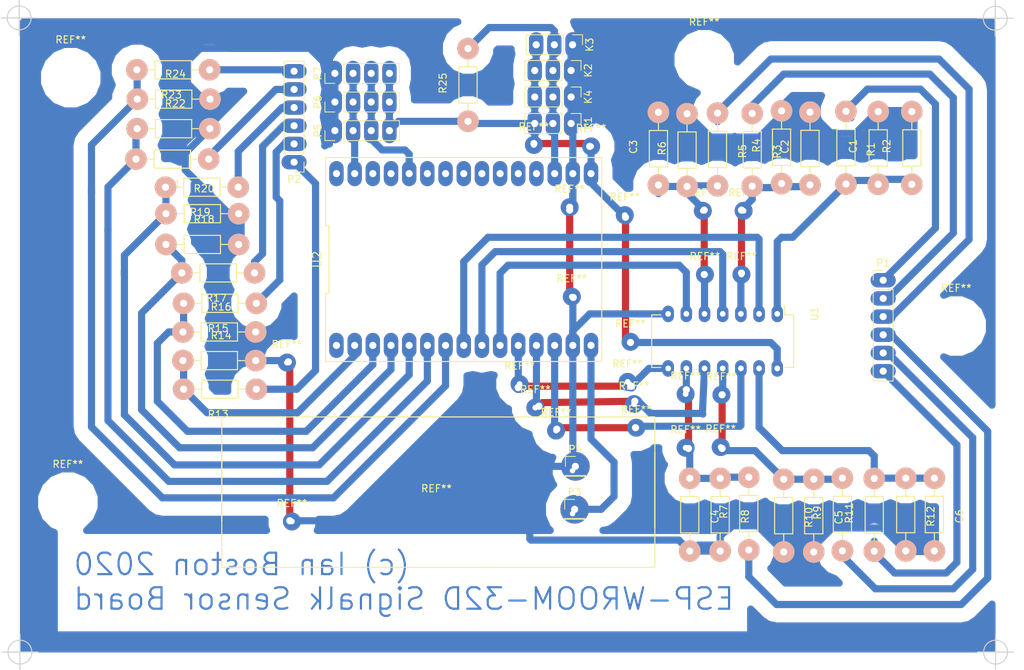
<source format=kicad_pcb>
(kicad_pcb (version 4) (host pcbnew 4.0.6)

  (general
    (links 97)
    (no_connects 0)
    (area 83.342857 68.75 227.157143 162.35)
    (thickness 1.6)
    (drawings 5)
    (tracks 383)
    (zones 0)
    (modules 71)
    (nets 37)
  )

  (page A4)
  (layers
    (0 F.Cu signal)
    (31 B.Cu signal)
    (32 B.Adhes user)
    (33 F.Adhes user)
    (34 B.Paste user)
    (35 F.Paste user)
    (36 B.SilkS user)
    (37 F.SilkS user)
    (38 B.Mask user)
    (39 F.Mask user)
    (40 Dwgs.User user)
    (41 Cmts.User user)
    (42 Eco1.User user)
    (43 Eco2.User user)
    (44 Edge.Cuts user)
    (45 Margin user)
    (46 B.CrtYd user)
    (47 F.CrtYd user)
    (48 B.Fab user)
    (49 F.Fab user)
  )

  (setup
    (last_trace_width 1)
    (trace_clearance 0.5)
    (zone_clearance 2)
    (zone_45_only yes)
    (trace_min 0.2)
    (segment_width 0.2)
    (edge_width 0.15)
    (via_size 2)
    (via_drill 1)
    (via_min_size 0.4)
    (via_min_drill 0.3)
    (uvia_size 0.3)
    (uvia_drill 0.1)
    (uvias_allowed no)
    (uvia_min_size 0.2)
    (uvia_min_drill 0.1)
    (pcb_text_width 0.3)
    (pcb_text_size 1.5 1.5)
    (mod_edge_width 0.15)
    (mod_text_size 1 1)
    (mod_text_width 0.15)
    (pad_size 3.5 2)
    (pad_drill 1)
    (pad_to_mask_clearance 0.2)
    (aux_axis_origin 83.05 157.1)
    (visible_elements FFFFFF7F)
    (pcbplotparams
      (layerselection 0x00030_80000001)
      (usegerberextensions false)
      (excludeedgelayer true)
      (linewidth 0.100000)
      (plotframeref false)
      (viasonmask false)
      (mode 1)
      (useauxorigin false)
      (hpglpennumber 1)
      (hpglpenspeed 20)
      (hpglpendiameter 15)
      (hpglpenoverlay 2)
      (psnegative false)
      (psa4output false)
      (plotreference true)
      (plotvalue true)
      (plotinvisibletext false)
      (padsonsilk false)
      (subtractmaskfromsilk false)
      (outputformat 1)
      (mirror false)
      (drillshape 1)
      (scaleselection 1)
      (outputdirectory ""))
  )

  (net 0 "")
  (net 1 "Net-(C1-Pad1)")
  (net 2 "Net-(C2-Pad1)")
  (net 3 "Net-(C3-Pad1)")
  (net 4 "Net-(C4-Pad1)")
  (net 5 "Net-(C5-Pad1)")
  (net 6 "Net-(C6-Pad1)")
  (net 7 GND)
  (net 8 1Wire)
  (net 9 +3.3V)
  (net 10 "Net-(P1-Pad1)")
  (net 11 "Net-(P1-Pad2)")
  (net 12 "Net-(P1-Pad3)")
  (net 13 "Net-(P1-Pad4)")
  (net 14 "Net-(P1-Pad5)")
  (net 15 "Net-(P1-Pad6)")
  (net 16 "Net-(P2-Pad1)")
  (net 17 "Net-(P2-Pad2)")
  (net 18 "Net-(P2-Pad3)")
  (net 19 "Net-(P2-Pad4)")
  (net 20 "Net-(P2-Pad5)")
  (net 21 "Net-(P2-Pad6)")
  (net 22 5v)
  (net 23 SCL)
  (net 24 SDA)
  (net 25 "Net-(R13-Pad2)")
  (net 26 "Net-(R15-Pad2)")
  (net 27 "Net-(R17-Pad2)")
  (net 28 "Net-(R19-Pad2)")
  (net 29 "Net-(R21-Pad2)")
  (net 30 "Net-(R23-Pad2)")
  (net 31 DIN1)
  (net 32 DIN2)
  (net 33 DIN3)
  (net 34 DIN4)
  (net 35 DIN5)
  (net 36 DIN6)

  (net_class Default "This is the default net class."
    (clearance 0.5)
    (trace_width 1)
    (via_dia 2)
    (via_drill 1)
    (uvia_dia 0.3)
    (uvia_drill 0.1)
    (add_net +3.3V)
    (add_net 1Wire)
    (add_net 5v)
    (add_net DIN1)
    (add_net DIN2)
    (add_net DIN3)
    (add_net DIN4)
    (add_net DIN5)
    (add_net DIN6)
    (add_net GND)
    (add_net "Net-(C1-Pad1)")
    (add_net "Net-(C2-Pad1)")
    (add_net "Net-(C3-Pad1)")
    (add_net "Net-(C4-Pad1)")
    (add_net "Net-(C5-Pad1)")
    (add_net "Net-(C6-Pad1)")
    (add_net "Net-(P1-Pad1)")
    (add_net "Net-(P1-Pad2)")
    (add_net "Net-(P1-Pad3)")
    (add_net "Net-(P1-Pad4)")
    (add_net "Net-(P1-Pad5)")
    (add_net "Net-(P1-Pad6)")
    (add_net "Net-(P2-Pad1)")
    (add_net "Net-(P2-Pad2)")
    (add_net "Net-(P2-Pad3)")
    (add_net "Net-(P2-Pad4)")
    (add_net "Net-(P2-Pad5)")
    (add_net "Net-(P2-Pad6)")
    (add_net "Net-(R13-Pad2)")
    (add_net "Net-(R15-Pad2)")
    (add_net "Net-(R17-Pad2)")
    (add_net "Net-(R19-Pad2)")
    (add_net "Net-(R21-Pad2)")
    (add_net "Net-(R23-Pad2)")
    (add_net SCL)
    (add_net SDA)
  )

  (module Pin_Headers:Pin_Header_Straight_1x03_Pitch2.54mm (layer F.Cu) (tedit 5F018EF4) (tstamp 5F008191)
    (at 163.5 86 270)
    (descr "Through hole straight pin header, 1x03, 2.54mm pitch, single row")
    (tags "Through hole pin header THT 1x03 2.54mm single row")
    (path /5EFF7888)
    (fp_text reference K1 (at 0 -2.39 270) (layer F.SilkS)
      (effects (font (size 1 1) (thickness 0.15)))
    )
    (fp_text value CONN_3 (at 0 7.47 270) (layer F.Fab)
      (effects (font (size 1 1) (thickness 0.15)))
    )
    (fp_line (start -1.27 -1.27) (end -1.27 6.35) (layer F.Fab) (width 0.1))
    (fp_line (start -1.27 6.35) (end 1.27 6.35) (layer F.Fab) (width 0.1))
    (fp_line (start 1.27 6.35) (end 1.27 -1.27) (layer F.Fab) (width 0.1))
    (fp_line (start 1.27 -1.27) (end -1.27 -1.27) (layer F.Fab) (width 0.1))
    (fp_line (start -1.39 1.27) (end -1.39 6.47) (layer F.SilkS) (width 0.12))
    (fp_line (start -1.39 6.47) (end 1.39 6.47) (layer F.SilkS) (width 0.12))
    (fp_line (start 1.39 6.47) (end 1.39 1.27) (layer F.SilkS) (width 0.12))
    (fp_line (start 1.39 1.27) (end -1.39 1.27) (layer F.SilkS) (width 0.12))
    (fp_line (start -1.39 0) (end -1.39 -1.39) (layer F.SilkS) (width 0.12))
    (fp_line (start -1.39 -1.39) (end 0 -1.39) (layer F.SilkS) (width 0.12))
    (fp_line (start -1.6 -1.6) (end -1.6 6.6) (layer F.CrtYd) (width 0.05))
    (fp_line (start -1.6 6.6) (end 1.6 6.6) (layer F.CrtYd) (width 0.05))
    (fp_line (start 1.6 6.6) (end 1.6 -1.6) (layer F.CrtYd) (width 0.05))
    (fp_line (start 1.6 -1.6) (end -1.6 -1.6) (layer F.CrtYd) (width 0.05))
    (pad 1 thru_hole oval (at 0 0 270) (size 3.5 2) (drill 1) (layers *.Cu *.Mask)
      (net 7 GND))
    (pad 2 thru_hole oval (at 0 2.54 270) (size 3.5 2) (drill 1) (layers *.Cu *.Mask)
      (net 8 1Wire))
    (pad 3 thru_hole oval (at 0 5.08 270) (size 3.5 2) (drill 1) (layers *.Cu *.Mask)
      (net 9 +3.3V))
    (model Pin_Headers.3dshapes/Pin_Header_Straight_1x03_Pitch2.54mm.wrl
      (at (xyz 0 -0.1 0))
      (scale (xyz 1 1 1))
      (rotate (xyz 0 0 90))
    )
  )

  (module Pin_Headers:Pin_Header_Straight_1x03_Pitch2.54mm (layer F.Cu) (tedit 5F018ECD) (tstamp 5F0081A6)
    (at 163.5 78.6 270)
    (descr "Through hole straight pin header, 1x03, 2.54mm pitch, single row")
    (tags "Through hole pin header THT 1x03 2.54mm single row")
    (path /5EFF7826)
    (fp_text reference K2 (at 0 -2.39 270) (layer F.SilkS)
      (effects (font (size 1 1) (thickness 0.15)))
    )
    (fp_text value CONN_3 (at 0 7.47 270) (layer F.Fab)
      (effects (font (size 1 1) (thickness 0.15)))
    )
    (fp_line (start -1.27 -1.27) (end -1.27 6.35) (layer F.Fab) (width 0.1))
    (fp_line (start -1.27 6.35) (end 1.27 6.35) (layer F.Fab) (width 0.1))
    (fp_line (start 1.27 6.35) (end 1.27 -1.27) (layer F.Fab) (width 0.1))
    (fp_line (start 1.27 -1.27) (end -1.27 -1.27) (layer F.Fab) (width 0.1))
    (fp_line (start -1.39 1.27) (end -1.39 6.47) (layer F.SilkS) (width 0.12))
    (fp_line (start -1.39 6.47) (end 1.39 6.47) (layer F.SilkS) (width 0.12))
    (fp_line (start 1.39 6.47) (end 1.39 1.27) (layer F.SilkS) (width 0.12))
    (fp_line (start 1.39 1.27) (end -1.39 1.27) (layer F.SilkS) (width 0.12))
    (fp_line (start -1.39 0) (end -1.39 -1.39) (layer F.SilkS) (width 0.12))
    (fp_line (start -1.39 -1.39) (end 0 -1.39) (layer F.SilkS) (width 0.12))
    (fp_line (start -1.6 -1.6) (end -1.6 6.6) (layer F.CrtYd) (width 0.05))
    (fp_line (start -1.6 6.6) (end 1.6 6.6) (layer F.CrtYd) (width 0.05))
    (fp_line (start 1.6 6.6) (end 1.6 -1.6) (layer F.CrtYd) (width 0.05))
    (fp_line (start 1.6 -1.6) (end -1.6 -1.6) (layer F.CrtYd) (width 0.05))
    (pad 1 thru_hole oval (at 0 0 270) (size 3.5 2) (drill 1) (layers *.Cu *.Mask)
      (net 7 GND))
    (pad 2 thru_hole oval (at 0 2.54 270) (size 3.5 2) (drill 1) (layers *.Cu *.Mask)
      (net 8 1Wire))
    (pad 3 thru_hole oval (at 0 5.08 270) (size 3.5 2) (drill 1) (layers *.Cu *.Mask)
      (net 9 +3.3V))
    (model Pin_Headers.3dshapes/Pin_Header_Straight_1x03_Pitch2.54mm.wrl
      (at (xyz 0 -0.1 0))
      (scale (xyz 1 1 1))
      (rotate (xyz 0 0 90))
    )
  )

  (module Pin_Headers:Pin_Header_Straight_1x03_Pitch2.54mm (layer F.Cu) (tedit 5F018EB6) (tstamp 5F0081BB)
    (at 163.7 75 270)
    (descr "Through hole straight pin header, 1x03, 2.54mm pitch, single row")
    (tags "Through hole pin header THT 1x03 2.54mm single row")
    (path /5EFF78B7)
    (fp_text reference K3 (at 0 -2.39 270) (layer F.SilkS)
      (effects (font (size 1 1) (thickness 0.15)))
    )
    (fp_text value CONN_3 (at 0 7.47 270) (layer F.Fab)
      (effects (font (size 1 1) (thickness 0.15)))
    )
    (fp_line (start -1.27 -1.27) (end -1.27 6.35) (layer F.Fab) (width 0.1))
    (fp_line (start -1.27 6.35) (end 1.27 6.35) (layer F.Fab) (width 0.1))
    (fp_line (start 1.27 6.35) (end 1.27 -1.27) (layer F.Fab) (width 0.1))
    (fp_line (start 1.27 -1.27) (end -1.27 -1.27) (layer F.Fab) (width 0.1))
    (fp_line (start -1.39 1.27) (end -1.39 6.47) (layer F.SilkS) (width 0.12))
    (fp_line (start -1.39 6.47) (end 1.39 6.47) (layer F.SilkS) (width 0.12))
    (fp_line (start 1.39 6.47) (end 1.39 1.27) (layer F.SilkS) (width 0.12))
    (fp_line (start 1.39 1.27) (end -1.39 1.27) (layer F.SilkS) (width 0.12))
    (fp_line (start -1.39 0) (end -1.39 -1.39) (layer F.SilkS) (width 0.12))
    (fp_line (start -1.39 -1.39) (end 0 -1.39) (layer F.SilkS) (width 0.12))
    (fp_line (start -1.6 -1.6) (end -1.6 6.6) (layer F.CrtYd) (width 0.05))
    (fp_line (start -1.6 6.6) (end 1.6 6.6) (layer F.CrtYd) (width 0.05))
    (fp_line (start 1.6 6.6) (end 1.6 -1.6) (layer F.CrtYd) (width 0.05))
    (fp_line (start 1.6 -1.6) (end -1.6 -1.6) (layer F.CrtYd) (width 0.05))
    (pad 1 thru_hole oval (at 0 0 270) (size 3.5 2) (drill 1) (layers *.Cu *.Mask)
      (net 7 GND))
    (pad 2 thru_hole oval (at 0 2.54 270) (size 3.5 2) (drill 1) (layers *.Cu *.Mask)
      (net 8 1Wire))
    (pad 3 thru_hole oval (at 0 5.08 270) (size 3.5 2) (drill 1) (layers *.Cu *.Mask)
      (net 9 +3.3V))
    (model Pin_Headers.3dshapes/Pin_Header_Straight_1x03_Pitch2.54mm.wrl
      (at (xyz 0 -0.1 0))
      (scale (xyz 1 1 1))
      (rotate (xyz 0 0 90))
    )
  )

  (module Pin_Headers:Pin_Header_Straight_1x03_Pitch2.54mm (layer F.Cu) (tedit 5F018EDD) (tstamp 5F0081D0)
    (at 163.5 82.3 270)
    (descr "Through hole straight pin header, 1x03, 2.54mm pitch, single row")
    (tags "Through hole pin header THT 1x03 2.54mm single row")
    (path /5EFF78DA)
    (fp_text reference K4 (at 0 -2.39 270) (layer F.SilkS)
      (effects (font (size 1 1) (thickness 0.15)))
    )
    (fp_text value CONN_3 (at 0 7.47 270) (layer F.Fab)
      (effects (font (size 1 1) (thickness 0.15)))
    )
    (fp_line (start -1.27 -1.27) (end -1.27 6.35) (layer F.Fab) (width 0.1))
    (fp_line (start -1.27 6.35) (end 1.27 6.35) (layer F.Fab) (width 0.1))
    (fp_line (start 1.27 6.35) (end 1.27 -1.27) (layer F.Fab) (width 0.1))
    (fp_line (start 1.27 -1.27) (end -1.27 -1.27) (layer F.Fab) (width 0.1))
    (fp_line (start -1.39 1.27) (end -1.39 6.47) (layer F.SilkS) (width 0.12))
    (fp_line (start -1.39 6.47) (end 1.39 6.47) (layer F.SilkS) (width 0.12))
    (fp_line (start 1.39 6.47) (end 1.39 1.27) (layer F.SilkS) (width 0.12))
    (fp_line (start 1.39 1.27) (end -1.39 1.27) (layer F.SilkS) (width 0.12))
    (fp_line (start -1.39 0) (end -1.39 -1.39) (layer F.SilkS) (width 0.12))
    (fp_line (start -1.39 -1.39) (end 0 -1.39) (layer F.SilkS) (width 0.12))
    (fp_line (start -1.6 -1.6) (end -1.6 6.6) (layer F.CrtYd) (width 0.05))
    (fp_line (start -1.6 6.6) (end 1.6 6.6) (layer F.CrtYd) (width 0.05))
    (fp_line (start 1.6 6.6) (end 1.6 -1.6) (layer F.CrtYd) (width 0.05))
    (fp_line (start 1.6 -1.6) (end -1.6 -1.6) (layer F.CrtYd) (width 0.05))
    (pad 1 thru_hole oval (at 0 0 270) (size 3.5 2) (drill 1) (layers *.Cu *.Mask)
      (net 7 GND))
    (pad 2 thru_hole oval (at 0 2.54 270) (size 3.5 2) (drill 1) (layers *.Cu *.Mask)
      (net 8 1Wire))
    (pad 3 thru_hole oval (at 0 5.08 270) (size 3.5 2) (drill 1) (layers *.Cu *.Mask)
      (net 9 +3.3V))
    (model Pin_Headers.3dshapes/Pin_Header_Straight_1x03_Pitch2.54mm.wrl
      (at (xyz 0 -0.1 0))
      (scale (xyz 1 1 1))
      (rotate (xyz 0 0 90))
    )
  )

  (module Pin_Headers:Pin_Header_Straight_1x06_Pitch2.54mm (layer F.Cu) (tedit 5F00AE07) (tstamp 5F0081E8)
    (at 207.1 107.9)
    (descr "Through hole straight pin header, 1x06, 2.54mm pitch, single row")
    (tags "Through hole pin header THT 1x06 2.54mm single row")
    (path /5F007BCC)
    (fp_text reference P1 (at 0 -2.39) (layer F.SilkS)
      (effects (font (size 1 1) (thickness 0.15)))
    )
    (fp_text value CONN_6 (at 0 15.09) (layer F.Fab)
      (effects (font (size 1 1) (thickness 0.15)))
    )
    (fp_line (start -1.27 -1.27) (end -1.27 13.97) (layer F.Fab) (width 0.1))
    (fp_line (start -1.27 13.97) (end 1.27 13.97) (layer F.Fab) (width 0.1))
    (fp_line (start 1.27 13.97) (end 1.27 -1.27) (layer F.Fab) (width 0.1))
    (fp_line (start 1.27 -1.27) (end -1.27 -1.27) (layer F.Fab) (width 0.1))
    (fp_line (start -1.39 1.27) (end -1.39 14.09) (layer F.SilkS) (width 0.12))
    (fp_line (start -1.39 14.09) (end 1.39 14.09) (layer F.SilkS) (width 0.12))
    (fp_line (start 1.39 14.09) (end 1.39 1.27) (layer F.SilkS) (width 0.12))
    (fp_line (start 1.39 1.27) (end -1.39 1.27) (layer F.SilkS) (width 0.12))
    (fp_line (start -1.39 0) (end -1.39 -1.39) (layer F.SilkS) (width 0.12))
    (fp_line (start -1.39 -1.39) (end 0 -1.39) (layer F.SilkS) (width 0.12))
    (fp_line (start -1.6 -1.6) (end -1.6 14.3) (layer F.CrtYd) (width 0.05))
    (fp_line (start -1.6 14.3) (end 1.6 14.3) (layer F.CrtYd) (width 0.05))
    (fp_line (start 1.6 14.3) (end 1.6 -1.6) (layer F.CrtYd) (width 0.05))
    (fp_line (start 1.6 -1.6) (end -1.6 -1.6) (layer F.CrtYd) (width 0.05))
    (pad 1 thru_hole oval (at 0 0) (size 3.5 2) (drill 1) (layers *.Cu *.Mask)
      (net 10 "Net-(P1-Pad1)"))
    (pad 2 thru_hole oval (at 0 2.54) (size 3.5 2) (drill 1) (layers *.Cu *.Mask)
      (net 11 "Net-(P1-Pad2)"))
    (pad 3 thru_hole oval (at 0 5.08) (size 3.5 2) (drill 1) (layers *.Cu *.Mask)
      (net 12 "Net-(P1-Pad3)"))
    (pad 4 thru_hole oval (at 0 7.62) (size 3.5 2) (drill 1) (layers *.Cu *.Mask)
      (net 13 "Net-(P1-Pad4)"))
    (pad 5 thru_hole oval (at 0 10.16) (size 3.5 2) (drill 1) (layers *.Cu *.Mask)
      (net 14 "Net-(P1-Pad5)"))
    (pad 6 thru_hole oval (at 0 12.7) (size 3.5 2) (drill 1) (layers *.Cu *.Mask)
      (net 15 "Net-(P1-Pad6)"))
    (model Pin_Headers.3dshapes/Pin_Header_Straight_1x06_Pitch2.54mm.wrl
      (at (xyz 0 -0.25 0))
      (scale (xyz 1 1 1))
      (rotate (xyz 0 0 90))
    )
  )

  (module Pin_Headers:Pin_Header_Straight_1x06_Pitch2.54mm (layer F.Cu) (tedit 5F00ACD1) (tstamp 5F008200)
    (at 124.8 91.4 180)
    (descr "Through hole straight pin header, 1x06, 2.54mm pitch, single row")
    (tags "Through hole pin header THT 1x06 2.54mm single row")
    (path /5EFF98BB)
    (fp_text reference P2 (at 0 -2.39 180) (layer F.SilkS)
      (effects (font (size 1 1) (thickness 0.15)))
    )
    (fp_text value CONN_6 (at 0 15.09 180) (layer F.Fab)
      (effects (font (size 1 1) (thickness 0.15)))
    )
    (fp_line (start -1.27 -1.27) (end -1.27 13.97) (layer F.Fab) (width 0.1))
    (fp_line (start -1.27 13.97) (end 1.27 13.97) (layer F.Fab) (width 0.1))
    (fp_line (start 1.27 13.97) (end 1.27 -1.27) (layer F.Fab) (width 0.1))
    (fp_line (start 1.27 -1.27) (end -1.27 -1.27) (layer F.Fab) (width 0.1))
    (fp_line (start -1.39 1.27) (end -1.39 14.09) (layer F.SilkS) (width 0.12))
    (fp_line (start -1.39 14.09) (end 1.39 14.09) (layer F.SilkS) (width 0.12))
    (fp_line (start 1.39 14.09) (end 1.39 1.27) (layer F.SilkS) (width 0.12))
    (fp_line (start 1.39 1.27) (end -1.39 1.27) (layer F.SilkS) (width 0.12))
    (fp_line (start -1.39 0) (end -1.39 -1.39) (layer F.SilkS) (width 0.12))
    (fp_line (start -1.39 -1.39) (end 0 -1.39) (layer F.SilkS) (width 0.12))
    (fp_line (start -1.6 -1.6) (end -1.6 14.3) (layer F.CrtYd) (width 0.05))
    (fp_line (start -1.6 14.3) (end 1.6 14.3) (layer F.CrtYd) (width 0.05))
    (fp_line (start 1.6 14.3) (end 1.6 -1.6) (layer F.CrtYd) (width 0.05))
    (fp_line (start 1.6 -1.6) (end -1.6 -1.6) (layer F.CrtYd) (width 0.05))
    (pad 1 thru_hole oval (at 0 0 180) (size 3.5 2) (drill 1) (layers *.Cu *.Mask)
      (net 16 "Net-(P2-Pad1)"))
    (pad 2 thru_hole oval (at 0 2.54 180) (size 3.5 2) (drill 1) (layers *.Cu *.Mask)
      (net 17 "Net-(P2-Pad2)"))
    (pad 3 thru_hole oval (at 0 5.08 180) (size 3.5 2) (drill 1) (layers *.Cu *.Mask)
      (net 18 "Net-(P2-Pad3)"))
    (pad 4 thru_hole oval (at 0 7.62 180) (size 3.5 2) (drill 1) (layers *.Cu *.Mask)
      (net 19 "Net-(P2-Pad4)"))
    (pad 5 thru_hole oval (at 0 10.16 180) (size 3.5 2) (drill 1) (layers *.Cu *.Mask)
      (net 20 "Net-(P2-Pad5)"))
    (pad 6 thru_hole oval (at 0 12.7 180) (size 3.5 2) (drill 1) (layers *.Cu *.Mask)
      (net 21 "Net-(P2-Pad6)"))
    (model Pin_Headers.3dshapes/Pin_Header_Straight_1x06_Pitch2.54mm.wrl
      (at (xyz 0 -0.25 0))
      (scale (xyz 1 1 1))
      (rotate (xyz 0 0 90))
    )
  )

  (module Pin_Headers:Pin_Header_Straight_1x01_Pitch2.54mm (layer F.Cu) (tedit 5F00AE39) (tstamp 5F008213)
    (at 164 139.9)
    (descr "Through hole straight pin header, 1x01, 2.54mm pitch, single row")
    (tags "Through hole pin header THT 1x01 2.54mm single row")
    (path /5F00F046)
    (fp_text reference P3 (at 0 -2.39) (layer F.SilkS)
      (effects (font (size 1 1) (thickness 0.15)))
    )
    (fp_text value CONN_1 (at 0 2.39) (layer F.Fab)
      (effects (font (size 1 1) (thickness 0.15)))
    )
    (fp_line (start -1.27 -1.27) (end -1.27 1.27) (layer F.Fab) (width 0.1))
    (fp_line (start -1.27 1.27) (end 1.27 1.27) (layer F.Fab) (width 0.1))
    (fp_line (start 1.27 1.27) (end 1.27 -1.27) (layer F.Fab) (width 0.1))
    (fp_line (start 1.27 -1.27) (end -1.27 -1.27) (layer F.Fab) (width 0.1))
    (fp_line (start -1.39 1.27) (end -1.39 1.39) (layer F.SilkS) (width 0.12))
    (fp_line (start -1.39 1.39) (end 1.39 1.39) (layer F.SilkS) (width 0.12))
    (fp_line (start 1.39 1.39) (end 1.39 1.27) (layer F.SilkS) (width 0.12))
    (fp_line (start 1.39 1.27) (end -1.39 1.27) (layer F.SilkS) (width 0.12))
    (fp_line (start -1.39 0) (end -1.39 -1.39) (layer F.SilkS) (width 0.12))
    (fp_line (start -1.39 -1.39) (end 0 -1.39) (layer F.SilkS) (width 0.12))
    (fp_line (start -1.6 -1.6) (end -1.6 1.6) (layer F.CrtYd) (width 0.05))
    (fp_line (start -1.6 1.6) (end 1.6 1.6) (layer F.CrtYd) (width 0.05))
    (fp_line (start 1.6 1.6) (end 1.6 -1.6) (layer F.CrtYd) (width 0.05))
    (fp_line (start 1.6 -1.6) (end -1.6 -1.6) (layer F.CrtYd) (width 0.05))
    (pad 1 thru_hole circle (at 0 0) (size 4 4) (drill 1) (layers *.Cu *.Mask)
      (net 22 5v))
    (model Pin_Headers.3dshapes/Pin_Header_Straight_1x01_Pitch2.54mm.wrl
      (at (xyz 0 0 0))
      (scale (xyz 1 1 1))
      (rotate (xyz 0 0 90))
    )
  )

  (module Pin_Headers:Pin_Header_Straight_1x01_Pitch2.54mm (layer F.Cu) (tedit 5F00AE49) (tstamp 5F008226)
    (at 164.1 133.9)
    (descr "Through hole straight pin header, 1x01, 2.54mm pitch, single row")
    (tags "Through hole pin header THT 1x01 2.54mm single row")
    (path /5F00F10E)
    (fp_text reference P4 (at 0 -2.39) (layer F.SilkS)
      (effects (font (size 1 1) (thickness 0.15)))
    )
    (fp_text value CONN_1 (at 0 2.39) (layer F.Fab)
      (effects (font (size 1 1) (thickness 0.15)))
    )
    (fp_line (start -1.27 -1.27) (end -1.27 1.27) (layer F.Fab) (width 0.1))
    (fp_line (start -1.27 1.27) (end 1.27 1.27) (layer F.Fab) (width 0.1))
    (fp_line (start 1.27 1.27) (end 1.27 -1.27) (layer F.Fab) (width 0.1))
    (fp_line (start 1.27 -1.27) (end -1.27 -1.27) (layer F.Fab) (width 0.1))
    (fp_line (start -1.39 1.27) (end -1.39 1.39) (layer F.SilkS) (width 0.12))
    (fp_line (start -1.39 1.39) (end 1.39 1.39) (layer F.SilkS) (width 0.12))
    (fp_line (start 1.39 1.39) (end 1.39 1.27) (layer F.SilkS) (width 0.12))
    (fp_line (start 1.39 1.27) (end -1.39 1.27) (layer F.SilkS) (width 0.12))
    (fp_line (start -1.39 0) (end -1.39 -1.39) (layer F.SilkS) (width 0.12))
    (fp_line (start -1.39 -1.39) (end 0 -1.39) (layer F.SilkS) (width 0.12))
    (fp_line (start -1.6 -1.6) (end -1.6 1.6) (layer F.CrtYd) (width 0.05))
    (fp_line (start -1.6 1.6) (end 1.6 1.6) (layer F.CrtYd) (width 0.05))
    (fp_line (start 1.6 1.6) (end 1.6 -1.6) (layer F.CrtYd) (width 0.05))
    (fp_line (start 1.6 -1.6) (end -1.6 -1.6) (layer F.CrtYd) (width 0.05))
    (pad 1 thru_hole oval (at 0 0) (size 4 4) (drill 1) (layers *.Cu *.Mask)
      (net 7 GND))
    (model Pin_Headers.3dshapes/Pin_Header_Straight_1x01_Pitch2.54mm.wrl
      (at (xyz 0 0 0))
      (scale (xyz 1 1 1))
      (rotate (xyz 0 0 90))
    )
  )

  (module Pin_Headers:Pin_Header_Straight_1x04_Pitch2.54mm (layer F.Cu) (tedit 5F018F15) (tstamp 5F00823C)
    (at 130.5 87 90)
    (descr "Through hole straight pin header, 1x04, 2.54mm pitch, single row")
    (tags "Through hole pin header THT 1x04 2.54mm single row")
    (path /5EFF7A15)
    (fp_text reference P5 (at 0 -2.39 90) (layer F.SilkS)
      (effects (font (size 1 1) (thickness 0.15)))
    )
    (fp_text value CONN_4 (at 0 10.01 90) (layer F.Fab)
      (effects (font (size 1 1) (thickness 0.15)))
    )
    (fp_line (start -1.27 -1.27) (end -1.27 8.89) (layer F.Fab) (width 0.1))
    (fp_line (start -1.27 8.89) (end 1.27 8.89) (layer F.Fab) (width 0.1))
    (fp_line (start 1.27 8.89) (end 1.27 -1.27) (layer F.Fab) (width 0.1))
    (fp_line (start 1.27 -1.27) (end -1.27 -1.27) (layer F.Fab) (width 0.1))
    (fp_line (start -1.39 1.27) (end -1.39 9.01) (layer F.SilkS) (width 0.12))
    (fp_line (start -1.39 9.01) (end 1.39 9.01) (layer F.SilkS) (width 0.12))
    (fp_line (start 1.39 9.01) (end 1.39 1.27) (layer F.SilkS) (width 0.12))
    (fp_line (start 1.39 1.27) (end -1.39 1.27) (layer F.SilkS) (width 0.12))
    (fp_line (start -1.39 0) (end -1.39 -1.39) (layer F.SilkS) (width 0.12))
    (fp_line (start -1.39 -1.39) (end 0 -1.39) (layer F.SilkS) (width 0.12))
    (fp_line (start -1.6 -1.6) (end -1.6 9.2) (layer F.CrtYd) (width 0.05))
    (fp_line (start -1.6 9.2) (end 1.6 9.2) (layer F.CrtYd) (width 0.05))
    (fp_line (start 1.6 9.2) (end 1.6 -1.6) (layer F.CrtYd) (width 0.05))
    (fp_line (start 1.6 -1.6) (end -1.6 -1.6) (layer F.CrtYd) (width 0.05))
    (pad 1 thru_hole oval (at 0 0 90) (size 3.5 2) (drill 1) (layers *.Cu *.Mask)
      (net 7 GND))
    (pad 2 thru_hole oval (at 0 2.54 90) (size 3.5 2) (drill 1) (layers *.Cu *.Mask)
      (net 23 SCL))
    (pad 3 thru_hole oval (at 0 5.08 90) (size 3.5 2) (drill 1) (layers *.Cu *.Mask)
      (net 24 SDA))
    (pad 4 thru_hole oval (at 0 7.62 90) (size 3.5 2) (drill 1) (layers *.Cu *.Mask)
      (net 9 +3.3V))
    (model Pin_Headers.3dshapes/Pin_Header_Straight_1x04_Pitch2.54mm.wrl
      (at (xyz 0 -0.15 0))
      (scale (xyz 1 1 1))
      (rotate (xyz 0 0 90))
    )
  )

  (module Pin_Headers:Pin_Header_Straight_1x04_Pitch2.54mm (layer F.Cu) (tedit 5F018F0A) (tstamp 5F008252)
    (at 130.5 83 90)
    (descr "Through hole straight pin header, 1x04, 2.54mm pitch, single row")
    (tags "Through hole pin header THT 1x04 2.54mm single row")
    (path /5EFF7A4B)
    (fp_text reference P6 (at 0 -2.39 90) (layer F.SilkS)
      (effects (font (size 1 1) (thickness 0.15)))
    )
    (fp_text value CONN_4 (at 0 10.01 90) (layer F.Fab)
      (effects (font (size 1 1) (thickness 0.15)))
    )
    (fp_line (start -1.27 -1.27) (end -1.27 8.89) (layer F.Fab) (width 0.1))
    (fp_line (start -1.27 8.89) (end 1.27 8.89) (layer F.Fab) (width 0.1))
    (fp_line (start 1.27 8.89) (end 1.27 -1.27) (layer F.Fab) (width 0.1))
    (fp_line (start 1.27 -1.27) (end -1.27 -1.27) (layer F.Fab) (width 0.1))
    (fp_line (start -1.39 1.27) (end -1.39 9.01) (layer F.SilkS) (width 0.12))
    (fp_line (start -1.39 9.01) (end 1.39 9.01) (layer F.SilkS) (width 0.12))
    (fp_line (start 1.39 9.01) (end 1.39 1.27) (layer F.SilkS) (width 0.12))
    (fp_line (start 1.39 1.27) (end -1.39 1.27) (layer F.SilkS) (width 0.12))
    (fp_line (start -1.39 0) (end -1.39 -1.39) (layer F.SilkS) (width 0.12))
    (fp_line (start -1.39 -1.39) (end 0 -1.39) (layer F.SilkS) (width 0.12))
    (fp_line (start -1.6 -1.6) (end -1.6 9.2) (layer F.CrtYd) (width 0.05))
    (fp_line (start -1.6 9.2) (end 1.6 9.2) (layer F.CrtYd) (width 0.05))
    (fp_line (start 1.6 9.2) (end 1.6 -1.6) (layer F.CrtYd) (width 0.05))
    (fp_line (start 1.6 -1.6) (end -1.6 -1.6) (layer F.CrtYd) (width 0.05))
    (pad 1 thru_hole oval (at 0 0 90) (size 3.5 2) (drill 1) (layers *.Cu *.Mask)
      (net 7 GND))
    (pad 2 thru_hole oval (at 0 2.54 90) (size 3.5 2) (drill 1) (layers *.Cu *.Mask)
      (net 23 SCL))
    (pad 3 thru_hole oval (at 0 5.08 90) (size 3.5 2) (drill 1) (layers *.Cu *.Mask)
      (net 24 SDA))
    (pad 4 thru_hole oval (at 0 7.62 90) (size 3.5 2) (drill 1) (layers *.Cu *.Mask)
      (net 9 +3.3V))
    (model Pin_Headers.3dshapes/Pin_Header_Straight_1x04_Pitch2.54mm.wrl
      (at (xyz 0 -0.15 0))
      (scale (xyz 1 1 1))
      (rotate (xyz 0 0 90))
    )
  )

  (module Pin_Headers:Pin_Header_Straight_1x04_Pitch2.54mm (layer F.Cu) (tedit 5F018EFF) (tstamp 5F008268)
    (at 130.5 79 90)
    (descr "Through hole straight pin header, 1x04, 2.54mm pitch, single row")
    (tags "Through hole pin header THT 1x04 2.54mm single row")
    (path /5EFF7A76)
    (fp_text reference P7 (at 0 -2.39 90) (layer F.SilkS)
      (effects (font (size 1 1) (thickness 0.15)))
    )
    (fp_text value CONN_4 (at 0 10.01 90) (layer F.Fab)
      (effects (font (size 1 1) (thickness 0.15)))
    )
    (fp_line (start -1.27 -1.27) (end -1.27 8.89) (layer F.Fab) (width 0.1))
    (fp_line (start -1.27 8.89) (end 1.27 8.89) (layer F.Fab) (width 0.1))
    (fp_line (start 1.27 8.89) (end 1.27 -1.27) (layer F.Fab) (width 0.1))
    (fp_line (start 1.27 -1.27) (end -1.27 -1.27) (layer F.Fab) (width 0.1))
    (fp_line (start -1.39 1.27) (end -1.39 9.01) (layer F.SilkS) (width 0.12))
    (fp_line (start -1.39 9.01) (end 1.39 9.01) (layer F.SilkS) (width 0.12))
    (fp_line (start 1.39 9.01) (end 1.39 1.27) (layer F.SilkS) (width 0.12))
    (fp_line (start 1.39 1.27) (end -1.39 1.27) (layer F.SilkS) (width 0.12))
    (fp_line (start -1.39 0) (end -1.39 -1.39) (layer F.SilkS) (width 0.12))
    (fp_line (start -1.39 -1.39) (end 0 -1.39) (layer F.SilkS) (width 0.12))
    (fp_line (start -1.6 -1.6) (end -1.6 9.2) (layer F.CrtYd) (width 0.05))
    (fp_line (start -1.6 9.2) (end 1.6 9.2) (layer F.CrtYd) (width 0.05))
    (fp_line (start 1.6 9.2) (end 1.6 -1.6) (layer F.CrtYd) (width 0.05))
    (fp_line (start 1.6 -1.6) (end -1.6 -1.6) (layer F.CrtYd) (width 0.05))
    (pad 1 thru_hole oval (at 0 0 90) (size 3.5 2) (drill 1) (layers *.Cu *.Mask)
      (net 7 GND))
    (pad 2 thru_hole oval (at 0 2.54 90) (size 3.5 2) (drill 1) (layers *.Cu *.Mask)
      (net 23 SCL))
    (pad 3 thru_hole oval (at 0 5.08 90) (size 3.5 2) (drill 1) (layers *.Cu *.Mask)
      (net 24 SDA))
    (pad 4 thru_hole oval (at 0 7.62 90) (size 3.5 2) (drill 1) (layers *.Cu *.Mask)
      (net 9 +3.3V))
    (model Pin_Headers.3dshapes/Pin_Header_Straight_1x04_Pitch2.54mm.wrl
      (at (xyz 0 -0.15 0))
      (scale (xyz 1 1 1))
      (rotate (xyz 0 0 90))
    )
  )

  (module Resistors_ThroughHole:Resistor_Horizontal_RM10mmLargePads (layer F.Cu) (tedit 5EE6468B) (tstamp 5F008278)
    (at 201.9 84.3 270)
    (descr "Resistor, Axial,  RM 10mm, 1/3W")
    (tags "Resistor Axial RM 10mm 1/3W")
    (path /5F00711F)
    (fp_text reference R1 (at 5.32892 -3.50012 270) (layer F.SilkS)
      (effects (font (size 1 1) (thickness 0.15)))
    )
    (fp_text value 10K (at 5.08 3.81 270) (layer F.Fab)
      (effects (font (size 1 1) (thickness 0.15)))
    )
    (fp_line (start -1.25 -1.5) (end 11.4 -1.5) (layer F.CrtYd) (width 0.05))
    (fp_line (start -1.25 1.5) (end -1.25 -1.5) (layer F.CrtYd) (width 0.05))
    (fp_line (start 11.4 -1.5) (end 11.4 1.5) (layer F.CrtYd) (width 0.05))
    (fp_line (start -1.25 1.5) (end 11.4 1.5) (layer F.CrtYd) (width 0.05))
    (fp_line (start 2.54 -1.27) (end 7.62 -1.27) (layer F.SilkS) (width 0.15))
    (fp_line (start 7.62 -1.27) (end 7.62 1.27) (layer F.SilkS) (width 0.15))
    (fp_line (start 7.62 1.27) (end 2.54 1.27) (layer F.SilkS) (width 0.15))
    (fp_line (start 2.54 1.27) (end 2.54 -1.27) (layer F.SilkS) (width 0.15))
    (fp_line (start 2.54 0) (end 1.27 0) (layer F.SilkS) (width 0.15))
    (fp_line (start 7.62 0) (end 8.89 0) (layer F.SilkS) (width 0.15))
    (pad 1 thru_hole circle (at 0 0 270) (size 3 3) (drill 1.00076) (layers *.Cu *.SilkS *.Mask)
      (net 10 "Net-(P1-Pad1)"))
    (pad 2 thru_hole circle (at 10.16 0 270) (size 3 3) (drill 1.00076) (layers *.Cu *.SilkS *.Mask)
      (net 1 "Net-(C1-Pad1)"))
    (model Resistors_ThroughHole.3dshapes/Resistor_Horizontal_RM10mm.wrl
      (at (xyz 0.2 0 0))
      (scale (xyz 0.4 0.4 0.4))
      (rotate (xyz 0 0 0))
    )
  )

  (module Resistors_ThroughHole:Resistor_Horizontal_RM10mmLargePads (layer F.Cu) (tedit 5EE6468B) (tstamp 5F008288)
    (at 211.1 94.5 90)
    (descr "Resistor, Axial,  RM 10mm, 1/3W")
    (tags "Resistor Axial RM 10mm 1/3W")
    (path /5F0071A0)
    (fp_text reference R2 (at 5.32892 -3.50012 90) (layer F.SilkS)
      (effects (font (size 1 1) (thickness 0.15)))
    )
    (fp_text value 3K3 (at 5.08 3.81 90) (layer F.Fab)
      (effects (font (size 1 1) (thickness 0.15)))
    )
    (fp_line (start -1.25 -1.5) (end 11.4 -1.5) (layer F.CrtYd) (width 0.05))
    (fp_line (start -1.25 1.5) (end -1.25 -1.5) (layer F.CrtYd) (width 0.05))
    (fp_line (start 11.4 -1.5) (end 11.4 1.5) (layer F.CrtYd) (width 0.05))
    (fp_line (start -1.25 1.5) (end 11.4 1.5) (layer F.CrtYd) (width 0.05))
    (fp_line (start 2.54 -1.27) (end 7.62 -1.27) (layer F.SilkS) (width 0.15))
    (fp_line (start 7.62 -1.27) (end 7.62 1.27) (layer F.SilkS) (width 0.15))
    (fp_line (start 7.62 1.27) (end 2.54 1.27) (layer F.SilkS) (width 0.15))
    (fp_line (start 2.54 1.27) (end 2.54 -1.27) (layer F.SilkS) (width 0.15))
    (fp_line (start 2.54 0) (end 1.27 0) (layer F.SilkS) (width 0.15))
    (fp_line (start 7.62 0) (end 8.89 0) (layer F.SilkS) (width 0.15))
    (pad 1 thru_hole circle (at 0 0 90) (size 3 3) (drill 1.00076) (layers *.Cu *.SilkS *.Mask)
      (net 1 "Net-(C1-Pad1)"))
    (pad 2 thru_hole circle (at 10.16 0 90) (size 3 3) (drill 1.00076) (layers *.Cu *.SilkS *.Mask)
      (net 7 GND))
    (model Resistors_ThroughHole.3dshapes/Resistor_Horizontal_RM10mm.wrl
      (at (xyz 0.2 0 0))
      (scale (xyz 0.4 0.4 0.4))
      (rotate (xyz 0 0 0))
    )
  )

  (module Resistors_ThroughHole:Resistor_Horizontal_RM10mmLargePads (layer F.Cu) (tedit 5EE6468B) (tstamp 5F008298)
    (at 188.8 84.6 270)
    (descr "Resistor, Axial,  RM 10mm, 1/3W")
    (tags "Resistor Axial RM 10mm 1/3W")
    (path /5F006EE1)
    (fp_text reference R3 (at 5.32892 -3.50012 270) (layer F.SilkS)
      (effects (font (size 1 1) (thickness 0.15)))
    )
    (fp_text value 10K (at 5.08 3.81 270) (layer F.Fab)
      (effects (font (size 1 1) (thickness 0.15)))
    )
    (fp_line (start -1.25 -1.5) (end 11.4 -1.5) (layer F.CrtYd) (width 0.05))
    (fp_line (start -1.25 1.5) (end -1.25 -1.5) (layer F.CrtYd) (width 0.05))
    (fp_line (start 11.4 -1.5) (end 11.4 1.5) (layer F.CrtYd) (width 0.05))
    (fp_line (start -1.25 1.5) (end 11.4 1.5) (layer F.CrtYd) (width 0.05))
    (fp_line (start 2.54 -1.27) (end 7.62 -1.27) (layer F.SilkS) (width 0.15))
    (fp_line (start 7.62 -1.27) (end 7.62 1.27) (layer F.SilkS) (width 0.15))
    (fp_line (start 7.62 1.27) (end 2.54 1.27) (layer F.SilkS) (width 0.15))
    (fp_line (start 2.54 1.27) (end 2.54 -1.27) (layer F.SilkS) (width 0.15))
    (fp_line (start 2.54 0) (end 1.27 0) (layer F.SilkS) (width 0.15))
    (fp_line (start 7.62 0) (end 8.89 0) (layer F.SilkS) (width 0.15))
    (pad 1 thru_hole circle (at 0 0 270) (size 3 3) (drill 1.00076) (layers *.Cu *.SilkS *.Mask)
      (net 11 "Net-(P1-Pad2)"))
    (pad 2 thru_hole circle (at 10.16 0 270) (size 3 3) (drill 1.00076) (layers *.Cu *.SilkS *.Mask)
      (net 2 "Net-(C2-Pad1)"))
    (model Resistors_ThroughHole.3dshapes/Resistor_Horizontal_RM10mm.wrl
      (at (xyz 0.2 0 0))
      (scale (xyz 0.4 0.4 0.4))
      (rotate (xyz 0 0 0))
    )
  )

  (module Resistors_ThroughHole:Resistor_Horizontal_RM10mmLargePads (layer F.Cu) (tedit 5EE6468B) (tstamp 5F0082A8)
    (at 192.9 94.4 90)
    (descr "Resistor, Axial,  RM 10mm, 1/3W")
    (tags "Resistor Axial RM 10mm 1/3W")
    (path /5F007236)
    (fp_text reference R4 (at 5.32892 -3.50012 90) (layer F.SilkS)
      (effects (font (size 1 1) (thickness 0.15)))
    )
    (fp_text value 3K3 (at 5.08 3.81 90) (layer F.Fab)
      (effects (font (size 1 1) (thickness 0.15)))
    )
    (fp_line (start -1.25 -1.5) (end 11.4 -1.5) (layer F.CrtYd) (width 0.05))
    (fp_line (start -1.25 1.5) (end -1.25 -1.5) (layer F.CrtYd) (width 0.05))
    (fp_line (start 11.4 -1.5) (end 11.4 1.5) (layer F.CrtYd) (width 0.05))
    (fp_line (start -1.25 1.5) (end 11.4 1.5) (layer F.CrtYd) (width 0.05))
    (fp_line (start 2.54 -1.27) (end 7.62 -1.27) (layer F.SilkS) (width 0.15))
    (fp_line (start 7.62 -1.27) (end 7.62 1.27) (layer F.SilkS) (width 0.15))
    (fp_line (start 7.62 1.27) (end 2.54 1.27) (layer F.SilkS) (width 0.15))
    (fp_line (start 2.54 1.27) (end 2.54 -1.27) (layer F.SilkS) (width 0.15))
    (fp_line (start 2.54 0) (end 1.27 0) (layer F.SilkS) (width 0.15))
    (fp_line (start 7.62 0) (end 8.89 0) (layer F.SilkS) (width 0.15))
    (pad 1 thru_hole circle (at 0 0 90) (size 3 3) (drill 1.00076) (layers *.Cu *.SilkS *.Mask)
      (net 2 "Net-(C2-Pad1)"))
    (pad 2 thru_hole circle (at 10.16 0 90) (size 3 3) (drill 1.00076) (layers *.Cu *.SilkS *.Mask)
      (net 7 GND))
    (model Resistors_ThroughHole.3dshapes/Resistor_Horizontal_RM10mm.wrl
      (at (xyz 0.2 0 0))
      (scale (xyz 0.4 0.4 0.4))
      (rotate (xyz 0 0 0))
    )
  )

  (module Resistors_ThroughHole:Resistor_Horizontal_RM10mmLargePads (layer F.Cu) (tedit 5EE6468B) (tstamp 5F0082B8)
    (at 183.95 84.55 270)
    (descr "Resistor, Axial,  RM 10mm, 1/3W")
    (tags "Resistor Axial RM 10mm 1/3W")
    (path /5F006F65)
    (fp_text reference R5 (at 5.32892 -3.50012 270) (layer F.SilkS)
      (effects (font (size 1 1) (thickness 0.15)))
    )
    (fp_text value 10K (at 5.08 3.81 270) (layer F.Fab)
      (effects (font (size 1 1) (thickness 0.15)))
    )
    (fp_line (start -1.25 -1.5) (end 11.4 -1.5) (layer F.CrtYd) (width 0.05))
    (fp_line (start -1.25 1.5) (end -1.25 -1.5) (layer F.CrtYd) (width 0.05))
    (fp_line (start 11.4 -1.5) (end 11.4 1.5) (layer F.CrtYd) (width 0.05))
    (fp_line (start -1.25 1.5) (end 11.4 1.5) (layer F.CrtYd) (width 0.05))
    (fp_line (start 2.54 -1.27) (end 7.62 -1.27) (layer F.SilkS) (width 0.15))
    (fp_line (start 7.62 -1.27) (end 7.62 1.27) (layer F.SilkS) (width 0.15))
    (fp_line (start 7.62 1.27) (end 2.54 1.27) (layer F.SilkS) (width 0.15))
    (fp_line (start 2.54 1.27) (end 2.54 -1.27) (layer F.SilkS) (width 0.15))
    (fp_line (start 2.54 0) (end 1.27 0) (layer F.SilkS) (width 0.15))
    (fp_line (start 7.62 0) (end 8.89 0) (layer F.SilkS) (width 0.15))
    (pad 1 thru_hole circle (at 0 0 270) (size 3 3) (drill 1.00076) (layers *.Cu *.SilkS *.Mask)
      (net 12 "Net-(P1-Pad3)"))
    (pad 2 thru_hole circle (at 10.16 0 270) (size 3 3) (drill 1.00076) (layers *.Cu *.SilkS *.Mask)
      (net 3 "Net-(C3-Pad1)"))
    (model Resistors_ThroughHole.3dshapes/Resistor_Horizontal_RM10mm.wrl
      (at (xyz 0.2 0 0))
      (scale (xyz 0.4 0.4 0.4))
      (rotate (xyz 0 0 0))
    )
  )

  (module Resistors_ThroughHole:Resistor_Horizontal_RM10mmLargePads (layer F.Cu) (tedit 5EE6468B) (tstamp 5F0082C8)
    (at 179.7 94.8 90)
    (descr "Resistor, Axial,  RM 10mm, 1/3W")
    (tags "Resistor Axial RM 10mm 1/3W")
    (path /5F0072B1)
    (fp_text reference R6 (at 5.32892 -3.50012 90) (layer F.SilkS)
      (effects (font (size 1 1) (thickness 0.15)))
    )
    (fp_text value 3K3 (at 5.08 3.81 90) (layer F.Fab)
      (effects (font (size 1 1) (thickness 0.15)))
    )
    (fp_line (start -1.25 -1.5) (end 11.4 -1.5) (layer F.CrtYd) (width 0.05))
    (fp_line (start -1.25 1.5) (end -1.25 -1.5) (layer F.CrtYd) (width 0.05))
    (fp_line (start 11.4 -1.5) (end 11.4 1.5) (layer F.CrtYd) (width 0.05))
    (fp_line (start -1.25 1.5) (end 11.4 1.5) (layer F.CrtYd) (width 0.05))
    (fp_line (start 2.54 -1.27) (end 7.62 -1.27) (layer F.SilkS) (width 0.15))
    (fp_line (start 7.62 -1.27) (end 7.62 1.27) (layer F.SilkS) (width 0.15))
    (fp_line (start 7.62 1.27) (end 2.54 1.27) (layer F.SilkS) (width 0.15))
    (fp_line (start 2.54 1.27) (end 2.54 -1.27) (layer F.SilkS) (width 0.15))
    (fp_line (start 2.54 0) (end 1.27 0) (layer F.SilkS) (width 0.15))
    (fp_line (start 7.62 0) (end 8.89 0) (layer F.SilkS) (width 0.15))
    (pad 1 thru_hole circle (at 0 0 90) (size 3 3) (drill 1.00076) (layers *.Cu *.SilkS *.Mask)
      (net 3 "Net-(C3-Pad1)"))
    (pad 2 thru_hole circle (at 10.16 0 90) (size 3 3) (drill 1.00076) (layers *.Cu *.SilkS *.Mask)
      (net 7 GND))
    (model Resistors_ThroughHole.3dshapes/Resistor_Horizontal_RM10mm.wrl
      (at (xyz 0.2 0 0))
      (scale (xyz 0.4 0.4 0.4))
      (rotate (xyz 0 0 0))
    )
  )

  (module Resistors_ThroughHole:Resistor_Horizontal_RM10mmLargePads (layer F.Cu) (tedit 5EE6468B) (tstamp 5F0082D8)
    (at 188.325 145.575 90)
    (descr "Resistor, Axial,  RM 10mm, 1/3W")
    (tags "Resistor Axial RM 10mm 1/3W")
    (path /5F006FD2)
    (fp_text reference R7 (at 5.32892 -3.50012 90) (layer F.SilkS)
      (effects (font (size 1 1) (thickness 0.15)))
    )
    (fp_text value 10K (at 5.08 3.81 90) (layer F.Fab)
      (effects (font (size 1 1) (thickness 0.15)))
    )
    (fp_line (start -1.25 -1.5) (end 11.4 -1.5) (layer F.CrtYd) (width 0.05))
    (fp_line (start -1.25 1.5) (end -1.25 -1.5) (layer F.CrtYd) (width 0.05))
    (fp_line (start 11.4 -1.5) (end 11.4 1.5) (layer F.CrtYd) (width 0.05))
    (fp_line (start -1.25 1.5) (end 11.4 1.5) (layer F.CrtYd) (width 0.05))
    (fp_line (start 2.54 -1.27) (end 7.62 -1.27) (layer F.SilkS) (width 0.15))
    (fp_line (start 7.62 -1.27) (end 7.62 1.27) (layer F.SilkS) (width 0.15))
    (fp_line (start 7.62 1.27) (end 2.54 1.27) (layer F.SilkS) (width 0.15))
    (fp_line (start 2.54 1.27) (end 2.54 -1.27) (layer F.SilkS) (width 0.15))
    (fp_line (start 2.54 0) (end 1.27 0) (layer F.SilkS) (width 0.15))
    (fp_line (start 7.62 0) (end 8.89 0) (layer F.SilkS) (width 0.15))
    (pad 1 thru_hole circle (at 0 0 90) (size 3 3) (drill 1.00076) (layers *.Cu *.SilkS *.Mask)
      (net 13 "Net-(P1-Pad4)"))
    (pad 2 thru_hole circle (at 10.16 0 90) (size 3 3) (drill 1.00076) (layers *.Cu *.SilkS *.Mask)
      (net 4 "Net-(C4-Pad1)"))
    (model Resistors_ThroughHole.3dshapes/Resistor_Horizontal_RM10mm.wrl
      (at (xyz 0.2 0 0))
      (scale (xyz 0.4 0.4 0.4))
      (rotate (xyz 0 0 0))
    )
  )

  (module Resistors_ThroughHole:Resistor_Horizontal_RM10mmLargePads (layer F.Cu) (tedit 5EE6468B) (tstamp 5F0082E8)
    (at 184.325 135.575 270)
    (descr "Resistor, Axial,  RM 10mm, 1/3W")
    (tags "Resistor Axial RM 10mm 1/3W")
    (path /5F00732F)
    (fp_text reference R8 (at 5.32892 -3.50012 270) (layer F.SilkS)
      (effects (font (size 1 1) (thickness 0.15)))
    )
    (fp_text value 3K3 (at 5.08 3.81 270) (layer F.Fab)
      (effects (font (size 1 1) (thickness 0.15)))
    )
    (fp_line (start -1.25 -1.5) (end 11.4 -1.5) (layer F.CrtYd) (width 0.05))
    (fp_line (start -1.25 1.5) (end -1.25 -1.5) (layer F.CrtYd) (width 0.05))
    (fp_line (start 11.4 -1.5) (end 11.4 1.5) (layer F.CrtYd) (width 0.05))
    (fp_line (start -1.25 1.5) (end 11.4 1.5) (layer F.CrtYd) (width 0.05))
    (fp_line (start 2.54 -1.27) (end 7.62 -1.27) (layer F.SilkS) (width 0.15))
    (fp_line (start 7.62 -1.27) (end 7.62 1.27) (layer F.SilkS) (width 0.15))
    (fp_line (start 7.62 1.27) (end 2.54 1.27) (layer F.SilkS) (width 0.15))
    (fp_line (start 2.54 1.27) (end 2.54 -1.27) (layer F.SilkS) (width 0.15))
    (fp_line (start 2.54 0) (end 1.27 0) (layer F.SilkS) (width 0.15))
    (fp_line (start 7.62 0) (end 8.89 0) (layer F.SilkS) (width 0.15))
    (pad 1 thru_hole circle (at 0 0 270) (size 3 3) (drill 1.00076) (layers *.Cu *.SilkS *.Mask)
      (net 4 "Net-(C4-Pad1)"))
    (pad 2 thru_hole circle (at 10.16 0 270) (size 3 3) (drill 1.00076) (layers *.Cu *.SilkS *.Mask)
      (net 7 GND))
    (model Resistors_ThroughHole.3dshapes/Resistor_Horizontal_RM10mm.wrl
      (at (xyz 0.2 0 0))
      (scale (xyz 0.4 0.4 0.4))
      (rotate (xyz 0 0 0))
    )
  )

  (module Resistors_ThroughHole:Resistor_Horizontal_RM10mmLargePads (layer F.Cu) (tedit 5EE6468B) (tstamp 5F0082F8)
    (at 201.4 145.7 90)
    (descr "Resistor, Axial,  RM 10mm, 1/3W")
    (tags "Resistor Axial RM 10mm 1/3W")
    (path /5F00703E)
    (fp_text reference R9 (at 5.32892 -3.50012 90) (layer F.SilkS)
      (effects (font (size 1 1) (thickness 0.15)))
    )
    (fp_text value 10K (at 5.08 3.81 90) (layer F.Fab)
      (effects (font (size 1 1) (thickness 0.15)))
    )
    (fp_line (start -1.25 -1.5) (end 11.4 -1.5) (layer F.CrtYd) (width 0.05))
    (fp_line (start -1.25 1.5) (end -1.25 -1.5) (layer F.CrtYd) (width 0.05))
    (fp_line (start 11.4 -1.5) (end 11.4 1.5) (layer F.CrtYd) (width 0.05))
    (fp_line (start -1.25 1.5) (end 11.4 1.5) (layer F.CrtYd) (width 0.05))
    (fp_line (start 2.54 -1.27) (end 7.62 -1.27) (layer F.SilkS) (width 0.15))
    (fp_line (start 7.62 -1.27) (end 7.62 1.27) (layer F.SilkS) (width 0.15))
    (fp_line (start 7.62 1.27) (end 2.54 1.27) (layer F.SilkS) (width 0.15))
    (fp_line (start 2.54 1.27) (end 2.54 -1.27) (layer F.SilkS) (width 0.15))
    (fp_line (start 2.54 0) (end 1.27 0) (layer F.SilkS) (width 0.15))
    (fp_line (start 7.62 0) (end 8.89 0) (layer F.SilkS) (width 0.15))
    (pad 1 thru_hole circle (at 0 0 90) (size 3 3) (drill 1.00076) (layers *.Cu *.SilkS *.Mask)
      (net 14 "Net-(P1-Pad5)"))
    (pad 2 thru_hole circle (at 10.16 0 90) (size 3 3) (drill 1.00076) (layers *.Cu *.SilkS *.Mask)
      (net 5 "Net-(C5-Pad1)"))
    (model Resistors_ThroughHole.3dshapes/Resistor_Horizontal_RM10mm.wrl
      (at (xyz 0.2 0 0))
      (scale (xyz 0.4 0.4 0.4))
      (rotate (xyz 0 0 0))
    )
  )

  (module Resistors_ThroughHole:Resistor_Horizontal_RM10mmLargePads (layer F.Cu) (tedit 5EE6468B) (tstamp 5F008308)
    (at 193.2 135.7 270)
    (descr "Resistor, Axial,  RM 10mm, 1/3W")
    (tags "Resistor Axial RM 10mm 1/3W")
    (path /5F0073B4)
    (fp_text reference R10 (at 5.32892 -3.50012 270) (layer F.SilkS)
      (effects (font (size 1 1) (thickness 0.15)))
    )
    (fp_text value 3K3 (at 5.08 3.81 270) (layer F.Fab)
      (effects (font (size 1 1) (thickness 0.15)))
    )
    (fp_line (start -1.25 -1.5) (end 11.4 -1.5) (layer F.CrtYd) (width 0.05))
    (fp_line (start -1.25 1.5) (end -1.25 -1.5) (layer F.CrtYd) (width 0.05))
    (fp_line (start 11.4 -1.5) (end 11.4 1.5) (layer F.CrtYd) (width 0.05))
    (fp_line (start -1.25 1.5) (end 11.4 1.5) (layer F.CrtYd) (width 0.05))
    (fp_line (start 2.54 -1.27) (end 7.62 -1.27) (layer F.SilkS) (width 0.15))
    (fp_line (start 7.62 -1.27) (end 7.62 1.27) (layer F.SilkS) (width 0.15))
    (fp_line (start 7.62 1.27) (end 2.54 1.27) (layer F.SilkS) (width 0.15))
    (fp_line (start 2.54 1.27) (end 2.54 -1.27) (layer F.SilkS) (width 0.15))
    (fp_line (start 2.54 0) (end 1.27 0) (layer F.SilkS) (width 0.15))
    (fp_line (start 7.62 0) (end 8.89 0) (layer F.SilkS) (width 0.15))
    (pad 1 thru_hole circle (at 0 0 270) (size 3 3) (drill 1.00076) (layers *.Cu *.SilkS *.Mask)
      (net 5 "Net-(C5-Pad1)"))
    (pad 2 thru_hole circle (at 10.16 0 270) (size 3 3) (drill 1.00076) (layers *.Cu *.SilkS *.Mask)
      (net 7 GND))
    (model Resistors_ThroughHole.3dshapes/Resistor_Horizontal_RM10mm.wrl
      (at (xyz 0.2 0 0))
      (scale (xyz 0.4 0.4 0.4))
      (rotate (xyz 0 0 0))
    )
  )

  (module Resistors_ThroughHole:Resistor_Horizontal_RM10mmLargePads (layer F.Cu) (tedit 5EE6468B) (tstamp 5F008318)
    (at 205.85 145.75 90)
    (descr "Resistor, Axial,  RM 10mm, 1/3W")
    (tags "Resistor Axial RM 10mm 1/3W")
    (path /5F0070AD)
    (fp_text reference R11 (at 5.32892 -3.50012 90) (layer F.SilkS)
      (effects (font (size 1 1) (thickness 0.15)))
    )
    (fp_text value 10K (at 5.08 3.81 90) (layer F.Fab)
      (effects (font (size 1 1) (thickness 0.15)))
    )
    (fp_line (start -1.25 -1.5) (end 11.4 -1.5) (layer F.CrtYd) (width 0.05))
    (fp_line (start -1.25 1.5) (end -1.25 -1.5) (layer F.CrtYd) (width 0.05))
    (fp_line (start 11.4 -1.5) (end 11.4 1.5) (layer F.CrtYd) (width 0.05))
    (fp_line (start -1.25 1.5) (end 11.4 1.5) (layer F.CrtYd) (width 0.05))
    (fp_line (start 2.54 -1.27) (end 7.62 -1.27) (layer F.SilkS) (width 0.15))
    (fp_line (start 7.62 -1.27) (end 7.62 1.27) (layer F.SilkS) (width 0.15))
    (fp_line (start 7.62 1.27) (end 2.54 1.27) (layer F.SilkS) (width 0.15))
    (fp_line (start 2.54 1.27) (end 2.54 -1.27) (layer F.SilkS) (width 0.15))
    (fp_line (start 2.54 0) (end 1.27 0) (layer F.SilkS) (width 0.15))
    (fp_line (start 7.62 0) (end 8.89 0) (layer F.SilkS) (width 0.15))
    (pad 1 thru_hole circle (at 0 0 90) (size 3 3) (drill 1.00076) (layers *.Cu *.SilkS *.Mask)
      (net 15 "Net-(P1-Pad6)"))
    (pad 2 thru_hole circle (at 10.16 0 90) (size 3 3) (drill 1.00076) (layers *.Cu *.SilkS *.Mask)
      (net 6 "Net-(C6-Pad1)"))
    (model Resistors_ThroughHole.3dshapes/Resistor_Horizontal_RM10mm.wrl
      (at (xyz 0.2 0 0))
      (scale (xyz 0.4 0.4 0.4))
      (rotate (xyz 0 0 0))
    )
  )

  (module Resistors_ThroughHole:Resistor_Horizontal_RM10mmLargePads (layer F.Cu) (tedit 5EE6468B) (tstamp 5F008328)
    (at 210.25 135.55 270)
    (descr "Resistor, Axial,  RM 10mm, 1/3W")
    (tags "Resistor Axial RM 10mm 1/3W")
    (path /5F00743C)
    (fp_text reference R12 (at 5.32892 -3.50012 270) (layer F.SilkS)
      (effects (font (size 1 1) (thickness 0.15)))
    )
    (fp_text value 3K3 (at 5.08 3.81 270) (layer F.Fab)
      (effects (font (size 1 1) (thickness 0.15)))
    )
    (fp_line (start -1.25 -1.5) (end 11.4 -1.5) (layer F.CrtYd) (width 0.05))
    (fp_line (start -1.25 1.5) (end -1.25 -1.5) (layer F.CrtYd) (width 0.05))
    (fp_line (start 11.4 -1.5) (end 11.4 1.5) (layer F.CrtYd) (width 0.05))
    (fp_line (start -1.25 1.5) (end 11.4 1.5) (layer F.CrtYd) (width 0.05))
    (fp_line (start 2.54 -1.27) (end 7.62 -1.27) (layer F.SilkS) (width 0.15))
    (fp_line (start 7.62 -1.27) (end 7.62 1.27) (layer F.SilkS) (width 0.15))
    (fp_line (start 7.62 1.27) (end 2.54 1.27) (layer F.SilkS) (width 0.15))
    (fp_line (start 2.54 1.27) (end 2.54 -1.27) (layer F.SilkS) (width 0.15))
    (fp_line (start 2.54 0) (end 1.27 0) (layer F.SilkS) (width 0.15))
    (fp_line (start 7.62 0) (end 8.89 0) (layer F.SilkS) (width 0.15))
    (pad 1 thru_hole circle (at 0 0 270) (size 3 3) (drill 1.00076) (layers *.Cu *.SilkS *.Mask)
      (net 6 "Net-(C6-Pad1)"))
    (pad 2 thru_hole circle (at 10.16 0 270) (size 3 3) (drill 1.00076) (layers *.Cu *.SilkS *.Mask)
      (net 7 GND))
    (model Resistors_ThroughHole.3dshapes/Resistor_Horizontal_RM10mm.wrl
      (at (xyz 0.2 0 0))
      (scale (xyz 0.4 0.4 0.4))
      (rotate (xyz 0 0 0))
    )
  )

  (module Resistors_ThroughHole:Resistor_Horizontal_RM10mmLargePads (layer F.Cu) (tedit 5EE6468B) (tstamp 5F008338)
    (at 119.525 123.125 180)
    (descr "Resistor, Axial,  RM 10mm, 1/3W")
    (tags "Resistor Axial RM 10mm 1/3W")
    (path /5EFF96A2)
    (fp_text reference R13 (at 5.32892 -3.50012 180) (layer F.SilkS)
      (effects (font (size 1 1) (thickness 0.15)))
    )
    (fp_text value 4K7 (at 5.08 3.81 180) (layer F.Fab)
      (effects (font (size 1 1) (thickness 0.15)))
    )
    (fp_line (start -1.25 -1.5) (end 11.4 -1.5) (layer F.CrtYd) (width 0.05))
    (fp_line (start -1.25 1.5) (end -1.25 -1.5) (layer F.CrtYd) (width 0.05))
    (fp_line (start 11.4 -1.5) (end 11.4 1.5) (layer F.CrtYd) (width 0.05))
    (fp_line (start -1.25 1.5) (end 11.4 1.5) (layer F.CrtYd) (width 0.05))
    (fp_line (start 2.54 -1.27) (end 7.62 -1.27) (layer F.SilkS) (width 0.15))
    (fp_line (start 7.62 -1.27) (end 7.62 1.27) (layer F.SilkS) (width 0.15))
    (fp_line (start 7.62 1.27) (end 2.54 1.27) (layer F.SilkS) (width 0.15))
    (fp_line (start 2.54 1.27) (end 2.54 -1.27) (layer F.SilkS) (width 0.15))
    (fp_line (start 2.54 0) (end 1.27 0) (layer F.SilkS) (width 0.15))
    (fp_line (start 7.62 0) (end 8.89 0) (layer F.SilkS) (width 0.15))
    (pad 1 thru_hole circle (at 0 0 180) (size 3 3) (drill 1.00076) (layers *.Cu *.SilkS *.Mask)
      (net 16 "Net-(P2-Pad1)"))
    (pad 2 thru_hole circle (at 10.16 0 180) (size 3 3) (drill 1.00076) (layers *.Cu *.SilkS *.Mask)
      (net 25 "Net-(R13-Pad2)"))
    (model Resistors_ThroughHole.3dshapes/Resistor_Horizontal_RM10mm.wrl
      (at (xyz 0.2 0 0))
      (scale (xyz 0.4 0.4 0.4))
      (rotate (xyz 0 0 0))
    )
  )

  (module Resistors_ThroughHole:Resistor_Horizontal_RM10mmLargePads (layer F.Cu) (tedit 5EE6468B) (tstamp 5F008348)
    (at 109.275 119.125)
    (descr "Resistor, Axial,  RM 10mm, 1/3W")
    (tags "Resistor Axial RM 10mm 1/3W")
    (path /5EFF96EE)
    (fp_text reference R14 (at 5.32892 -3.50012) (layer F.SilkS)
      (effects (font (size 1 1) (thickness 0.15)))
    )
    (fp_text value 4K7 (at 5.08 3.81) (layer F.Fab)
      (effects (font (size 1 1) (thickness 0.15)))
    )
    (fp_line (start -1.25 -1.5) (end 11.4 -1.5) (layer F.CrtYd) (width 0.05))
    (fp_line (start -1.25 1.5) (end -1.25 -1.5) (layer F.CrtYd) (width 0.05))
    (fp_line (start 11.4 -1.5) (end 11.4 1.5) (layer F.CrtYd) (width 0.05))
    (fp_line (start -1.25 1.5) (end 11.4 1.5) (layer F.CrtYd) (width 0.05))
    (fp_line (start 2.54 -1.27) (end 7.62 -1.27) (layer F.SilkS) (width 0.15))
    (fp_line (start 7.62 -1.27) (end 7.62 1.27) (layer F.SilkS) (width 0.15))
    (fp_line (start 7.62 1.27) (end 2.54 1.27) (layer F.SilkS) (width 0.15))
    (fp_line (start 2.54 1.27) (end 2.54 -1.27) (layer F.SilkS) (width 0.15))
    (fp_line (start 2.54 0) (end 1.27 0) (layer F.SilkS) (width 0.15))
    (fp_line (start 7.62 0) (end 8.89 0) (layer F.SilkS) (width 0.15))
    (pad 1 thru_hole circle (at 0 0) (size 3 3) (drill 1.00076) (layers *.Cu *.SilkS *.Mask)
      (net 25 "Net-(R13-Pad2)"))
    (pad 2 thru_hole circle (at 10.16 0) (size 3 3) (drill 1.00076) (layers *.Cu *.SilkS *.Mask)
      (net 7 GND))
    (model Resistors_ThroughHole.3dshapes/Resistor_Horizontal_RM10mm.wrl
      (at (xyz 0.2 0 0))
      (scale (xyz 0.4 0.4 0.4))
      (rotate (xyz 0 0 0))
    )
  )

  (module Resistors_ThroughHole:Resistor_Horizontal_RM10mmLargePads (layer F.Cu) (tedit 5EE6468B) (tstamp 5F008358)
    (at 119.525 111.125 180)
    (descr "Resistor, Axial,  RM 10mm, 1/3W")
    (tags "Resistor Axial RM 10mm 1/3W")
    (path /5EFF8D09)
    (fp_text reference R15 (at 5.32892 -3.50012 180) (layer F.SilkS)
      (effects (font (size 1 1) (thickness 0.15)))
    )
    (fp_text value 4K7 (at 5.08 3.81 180) (layer F.Fab)
      (effects (font (size 1 1) (thickness 0.15)))
    )
    (fp_line (start -1.25 -1.5) (end 11.4 -1.5) (layer F.CrtYd) (width 0.05))
    (fp_line (start -1.25 1.5) (end -1.25 -1.5) (layer F.CrtYd) (width 0.05))
    (fp_line (start 11.4 -1.5) (end 11.4 1.5) (layer F.CrtYd) (width 0.05))
    (fp_line (start -1.25 1.5) (end 11.4 1.5) (layer F.CrtYd) (width 0.05))
    (fp_line (start 2.54 -1.27) (end 7.62 -1.27) (layer F.SilkS) (width 0.15))
    (fp_line (start 7.62 -1.27) (end 7.62 1.27) (layer F.SilkS) (width 0.15))
    (fp_line (start 7.62 1.27) (end 2.54 1.27) (layer F.SilkS) (width 0.15))
    (fp_line (start 2.54 1.27) (end 2.54 -1.27) (layer F.SilkS) (width 0.15))
    (fp_line (start 2.54 0) (end 1.27 0) (layer F.SilkS) (width 0.15))
    (fp_line (start 7.62 0) (end 8.89 0) (layer F.SilkS) (width 0.15))
    (pad 1 thru_hole circle (at 0 0 180) (size 3 3) (drill 1.00076) (layers *.Cu *.SilkS *.Mask)
      (net 17 "Net-(P2-Pad2)"))
    (pad 2 thru_hole circle (at 10.16 0 180) (size 3 3) (drill 1.00076) (layers *.Cu *.SilkS *.Mask)
      (net 26 "Net-(R15-Pad2)"))
    (model Resistors_ThroughHole.3dshapes/Resistor_Horizontal_RM10mm.wrl
      (at (xyz 0.2 0 0))
      (scale (xyz 0.4 0.4 0.4))
      (rotate (xyz 0 0 0))
    )
  )

  (module Resistors_ThroughHole:Resistor_Horizontal_RM10mmLargePads (layer F.Cu) (tedit 5EE6468B) (tstamp 5F008368)
    (at 109.275 115.125)
    (descr "Resistor, Axial,  RM 10mm, 1/3W")
    (tags "Resistor Axial RM 10mm 1/3W")
    (path /5EFF8F23)
    (fp_text reference R16 (at 5.32892 -3.50012) (layer F.SilkS)
      (effects (font (size 1 1) (thickness 0.15)))
    )
    (fp_text value 4K7 (at 5.08 3.81) (layer F.Fab)
      (effects (font (size 1 1) (thickness 0.15)))
    )
    (fp_line (start -1.25 -1.5) (end 11.4 -1.5) (layer F.CrtYd) (width 0.05))
    (fp_line (start -1.25 1.5) (end -1.25 -1.5) (layer F.CrtYd) (width 0.05))
    (fp_line (start 11.4 -1.5) (end 11.4 1.5) (layer F.CrtYd) (width 0.05))
    (fp_line (start -1.25 1.5) (end 11.4 1.5) (layer F.CrtYd) (width 0.05))
    (fp_line (start 2.54 -1.27) (end 7.62 -1.27) (layer F.SilkS) (width 0.15))
    (fp_line (start 7.62 -1.27) (end 7.62 1.27) (layer F.SilkS) (width 0.15))
    (fp_line (start 7.62 1.27) (end 2.54 1.27) (layer F.SilkS) (width 0.15))
    (fp_line (start 2.54 1.27) (end 2.54 -1.27) (layer F.SilkS) (width 0.15))
    (fp_line (start 2.54 0) (end 1.27 0) (layer F.SilkS) (width 0.15))
    (fp_line (start 7.62 0) (end 8.89 0) (layer F.SilkS) (width 0.15))
    (pad 1 thru_hole circle (at 0 0) (size 3 3) (drill 1.00076) (layers *.Cu *.SilkS *.Mask)
      (net 26 "Net-(R15-Pad2)"))
    (pad 2 thru_hole circle (at 10.16 0) (size 3 3) (drill 1.00076) (layers *.Cu *.SilkS *.Mask)
      (net 7 GND))
    (model Resistors_ThroughHole.3dshapes/Resistor_Horizontal_RM10mm.wrl
      (at (xyz 0.2 0 0))
      (scale (xyz 0.4 0.4 0.4))
      (rotate (xyz 0 0 0))
    )
  )

  (module Resistors_ThroughHole:Resistor_Horizontal_RM10mmLargePads (layer F.Cu) (tedit 5EE6468B) (tstamp 5F008378)
    (at 119.275 106.875 180)
    (descr "Resistor, Axial,  RM 10mm, 1/3W")
    (tags "Resistor Axial RM 10mm 1/3W")
    (path /5EFF8E43)
    (fp_text reference R17 (at 5.32892 -3.50012 180) (layer F.SilkS)
      (effects (font (size 1 1) (thickness 0.15)))
    )
    (fp_text value 4K7 (at 5.08 3.81 180) (layer F.Fab)
      (effects (font (size 1 1) (thickness 0.15)))
    )
    (fp_line (start -1.25 -1.5) (end 11.4 -1.5) (layer F.CrtYd) (width 0.05))
    (fp_line (start -1.25 1.5) (end -1.25 -1.5) (layer F.CrtYd) (width 0.05))
    (fp_line (start 11.4 -1.5) (end 11.4 1.5) (layer F.CrtYd) (width 0.05))
    (fp_line (start -1.25 1.5) (end 11.4 1.5) (layer F.CrtYd) (width 0.05))
    (fp_line (start 2.54 -1.27) (end 7.62 -1.27) (layer F.SilkS) (width 0.15))
    (fp_line (start 7.62 -1.27) (end 7.62 1.27) (layer F.SilkS) (width 0.15))
    (fp_line (start 7.62 1.27) (end 2.54 1.27) (layer F.SilkS) (width 0.15))
    (fp_line (start 2.54 1.27) (end 2.54 -1.27) (layer F.SilkS) (width 0.15))
    (fp_line (start 2.54 0) (end 1.27 0) (layer F.SilkS) (width 0.15))
    (fp_line (start 7.62 0) (end 8.89 0) (layer F.SilkS) (width 0.15))
    (pad 1 thru_hole circle (at 0 0 180) (size 3 3) (drill 1.00076) (layers *.Cu *.SilkS *.Mask)
      (net 18 "Net-(P2-Pad3)"))
    (pad 2 thru_hole circle (at 10.16 0 180) (size 3 3) (drill 1.00076) (layers *.Cu *.SilkS *.Mask)
      (net 27 "Net-(R17-Pad2)"))
    (model Resistors_ThroughHole.3dshapes/Resistor_Horizontal_RM10mm.wrl
      (at (xyz 0.2 0 0))
      (scale (xyz 0.4 0.4 0.4))
      (rotate (xyz 0 0 0))
    )
  )

  (module Resistors_ThroughHole:Resistor_Horizontal_RM10mmLargePads (layer F.Cu) (tedit 5EE6468B) (tstamp 5F008388)
    (at 106.9 102.9)
    (descr "Resistor, Axial,  RM 10mm, 1/3W")
    (tags "Resistor Axial RM 10mm 1/3W")
    (path /5EFF8F73)
    (fp_text reference R18 (at 5.32892 -3.50012) (layer F.SilkS)
      (effects (font (size 1 1) (thickness 0.15)))
    )
    (fp_text value 4K7 (at 5.08 3.81) (layer F.Fab)
      (effects (font (size 1 1) (thickness 0.15)))
    )
    (fp_line (start -1.25 -1.5) (end 11.4 -1.5) (layer F.CrtYd) (width 0.05))
    (fp_line (start -1.25 1.5) (end -1.25 -1.5) (layer F.CrtYd) (width 0.05))
    (fp_line (start 11.4 -1.5) (end 11.4 1.5) (layer F.CrtYd) (width 0.05))
    (fp_line (start -1.25 1.5) (end 11.4 1.5) (layer F.CrtYd) (width 0.05))
    (fp_line (start 2.54 -1.27) (end 7.62 -1.27) (layer F.SilkS) (width 0.15))
    (fp_line (start 7.62 -1.27) (end 7.62 1.27) (layer F.SilkS) (width 0.15))
    (fp_line (start 7.62 1.27) (end 2.54 1.27) (layer F.SilkS) (width 0.15))
    (fp_line (start 2.54 1.27) (end 2.54 -1.27) (layer F.SilkS) (width 0.15))
    (fp_line (start 2.54 0) (end 1.27 0) (layer F.SilkS) (width 0.15))
    (fp_line (start 7.62 0) (end 8.89 0) (layer F.SilkS) (width 0.15))
    (pad 1 thru_hole circle (at 0 0) (size 3 3) (drill 1.00076) (layers *.Cu *.SilkS *.Mask)
      (net 27 "Net-(R17-Pad2)"))
    (pad 2 thru_hole circle (at 10.16 0) (size 3 3) (drill 1.00076) (layers *.Cu *.SilkS *.Mask)
      (net 7 GND))
    (model Resistors_ThroughHole.3dshapes/Resistor_Horizontal_RM10mm.wrl
      (at (xyz 0.2 0 0))
      (scale (xyz 0.4 0.4 0.4))
      (rotate (xyz 0 0 0))
    )
  )

  (module Resistors_ThroughHole:Resistor_Horizontal_RM10mmLargePads (layer F.Cu) (tedit 5EE6468B) (tstamp 5F008398)
    (at 117 94.9 180)
    (descr "Resistor, Axial,  RM 10mm, 1/3W")
    (tags "Resistor Axial RM 10mm 1/3W")
    (path /5EFF8E79)
    (fp_text reference R19 (at 5.32892 -3.50012 180) (layer F.SilkS)
      (effects (font (size 1 1) (thickness 0.15)))
    )
    (fp_text value 4K7 (at 5.08 3.81 180) (layer F.Fab)
      (effects (font (size 1 1) (thickness 0.15)))
    )
    (fp_line (start -1.25 -1.5) (end 11.4 -1.5) (layer F.CrtYd) (width 0.05))
    (fp_line (start -1.25 1.5) (end -1.25 -1.5) (layer F.CrtYd) (width 0.05))
    (fp_line (start 11.4 -1.5) (end 11.4 1.5) (layer F.CrtYd) (width 0.05))
    (fp_line (start -1.25 1.5) (end 11.4 1.5) (layer F.CrtYd) (width 0.05))
    (fp_line (start 2.54 -1.27) (end 7.62 -1.27) (layer F.SilkS) (width 0.15))
    (fp_line (start 7.62 -1.27) (end 7.62 1.27) (layer F.SilkS) (width 0.15))
    (fp_line (start 7.62 1.27) (end 2.54 1.27) (layer F.SilkS) (width 0.15))
    (fp_line (start 2.54 1.27) (end 2.54 -1.27) (layer F.SilkS) (width 0.15))
    (fp_line (start 2.54 0) (end 1.27 0) (layer F.SilkS) (width 0.15))
    (fp_line (start 7.62 0) (end 8.89 0) (layer F.SilkS) (width 0.15))
    (pad 1 thru_hole circle (at 0 0 180) (size 3 3) (drill 1.00076) (layers *.Cu *.SilkS *.Mask)
      (net 19 "Net-(P2-Pad4)"))
    (pad 2 thru_hole circle (at 10.16 0 180) (size 3 3) (drill 1.00076) (layers *.Cu *.SilkS *.Mask)
      (net 28 "Net-(R19-Pad2)"))
    (model Resistors_ThroughHole.3dshapes/Resistor_Horizontal_RM10mm.wrl
      (at (xyz 0.2 0 0))
      (scale (xyz 0.4 0.4 0.4))
      (rotate (xyz 0 0 0))
    )
  )

  (module Resistors_ThroughHole:Resistor_Horizontal_RM10mmLargePads (layer F.Cu) (tedit 5EE6468B) (tstamp 5F0083A8)
    (at 106.9 98.6)
    (descr "Resistor, Axial,  RM 10mm, 1/3W")
    (tags "Resistor Axial RM 10mm 1/3W")
    (path /5EFF8FB2)
    (fp_text reference R20 (at 5.32892 -3.50012) (layer F.SilkS)
      (effects (font (size 1 1) (thickness 0.15)))
    )
    (fp_text value 4K7 (at 5.08 3.81) (layer F.Fab)
      (effects (font (size 1 1) (thickness 0.15)))
    )
    (fp_line (start -1.25 -1.5) (end 11.4 -1.5) (layer F.CrtYd) (width 0.05))
    (fp_line (start -1.25 1.5) (end -1.25 -1.5) (layer F.CrtYd) (width 0.05))
    (fp_line (start 11.4 -1.5) (end 11.4 1.5) (layer F.CrtYd) (width 0.05))
    (fp_line (start -1.25 1.5) (end 11.4 1.5) (layer F.CrtYd) (width 0.05))
    (fp_line (start 2.54 -1.27) (end 7.62 -1.27) (layer F.SilkS) (width 0.15))
    (fp_line (start 7.62 -1.27) (end 7.62 1.27) (layer F.SilkS) (width 0.15))
    (fp_line (start 7.62 1.27) (end 2.54 1.27) (layer F.SilkS) (width 0.15))
    (fp_line (start 2.54 1.27) (end 2.54 -1.27) (layer F.SilkS) (width 0.15))
    (fp_line (start 2.54 0) (end 1.27 0) (layer F.SilkS) (width 0.15))
    (fp_line (start 7.62 0) (end 8.89 0) (layer F.SilkS) (width 0.15))
    (pad 1 thru_hole circle (at 0 0) (size 3 3) (drill 1.00076) (layers *.Cu *.SilkS *.Mask)
      (net 28 "Net-(R19-Pad2)"))
    (pad 2 thru_hole circle (at 10.16 0) (size 3 3) (drill 1.00076) (layers *.Cu *.SilkS *.Mask)
      (net 7 GND))
    (model Resistors_ThroughHole.3dshapes/Resistor_Horizontal_RM10mm.wrl
      (at (xyz 0.2 0 0))
      (scale (xyz 0.4 0.4 0.4))
      (rotate (xyz 0 0 0))
    )
  )

  (module Resistors_ThroughHole:Resistor_Horizontal_RM10mmLargePads (layer F.Cu) (tedit 5EE6468B) (tstamp 5F0083B8)
    (at 112.875 90.975 180)
    (descr "Resistor, Axial,  RM 10mm, 1/3W")
    (tags "Resistor Axial RM 10mm 1/3W")
    (path /5EFF8EB0)
    (fp_text reference R21 (at 5.32892 -3.50012 180) (layer F.SilkS)
      (effects (font (size 1 1) (thickness 0.15)))
    )
    (fp_text value 4K7 (at 5.08 3.81 180) (layer F.Fab)
      (effects (font (size 1 1) (thickness 0.15)))
    )
    (fp_line (start -1.25 -1.5) (end 11.4 -1.5) (layer F.CrtYd) (width 0.05))
    (fp_line (start -1.25 1.5) (end -1.25 -1.5) (layer F.CrtYd) (width 0.05))
    (fp_line (start 11.4 -1.5) (end 11.4 1.5) (layer F.CrtYd) (width 0.05))
    (fp_line (start -1.25 1.5) (end 11.4 1.5) (layer F.CrtYd) (width 0.05))
    (fp_line (start 2.54 -1.27) (end 7.62 -1.27) (layer F.SilkS) (width 0.15))
    (fp_line (start 7.62 -1.27) (end 7.62 1.27) (layer F.SilkS) (width 0.15))
    (fp_line (start 7.62 1.27) (end 2.54 1.27) (layer F.SilkS) (width 0.15))
    (fp_line (start 2.54 1.27) (end 2.54 -1.27) (layer F.SilkS) (width 0.15))
    (fp_line (start 2.54 0) (end 1.27 0) (layer F.SilkS) (width 0.15))
    (fp_line (start 7.62 0) (end 8.89 0) (layer F.SilkS) (width 0.15))
    (pad 1 thru_hole circle (at 0 0 180) (size 3 3) (drill 1.00076) (layers *.Cu *.SilkS *.Mask)
      (net 20 "Net-(P2-Pad5)"))
    (pad 2 thru_hole circle (at 10.16 0 180) (size 3 3) (drill 1.00076) (layers *.Cu *.SilkS *.Mask)
      (net 29 "Net-(R21-Pad2)"))
    (model Resistors_ThroughHole.3dshapes/Resistor_Horizontal_RM10mm.wrl
      (at (xyz 0.2 0 0))
      (scale (xyz 0.4 0.4 0.4))
      (rotate (xyz 0 0 0))
    )
  )

  (module Resistors_ThroughHole:Resistor_Horizontal_RM10mmLargePads (layer F.Cu) (tedit 5EE6468B) (tstamp 5F0083C8)
    (at 102.875 86.725)
    (descr "Resistor, Axial,  RM 10mm, 1/3W")
    (tags "Resistor Axial RM 10mm 1/3W")
    (path /5EFF8FF6)
    (fp_text reference R22 (at 5.32892 -3.50012) (layer F.SilkS)
      (effects (font (size 1 1) (thickness 0.15)))
    )
    (fp_text value 4K7 (at 5.08 3.81) (layer F.Fab)
      (effects (font (size 1 1) (thickness 0.15)))
    )
    (fp_line (start -1.25 -1.5) (end 11.4 -1.5) (layer F.CrtYd) (width 0.05))
    (fp_line (start -1.25 1.5) (end -1.25 -1.5) (layer F.CrtYd) (width 0.05))
    (fp_line (start 11.4 -1.5) (end 11.4 1.5) (layer F.CrtYd) (width 0.05))
    (fp_line (start -1.25 1.5) (end 11.4 1.5) (layer F.CrtYd) (width 0.05))
    (fp_line (start 2.54 -1.27) (end 7.62 -1.27) (layer F.SilkS) (width 0.15))
    (fp_line (start 7.62 -1.27) (end 7.62 1.27) (layer F.SilkS) (width 0.15))
    (fp_line (start 7.62 1.27) (end 2.54 1.27) (layer F.SilkS) (width 0.15))
    (fp_line (start 2.54 1.27) (end 2.54 -1.27) (layer F.SilkS) (width 0.15))
    (fp_line (start 2.54 0) (end 1.27 0) (layer F.SilkS) (width 0.15))
    (fp_line (start 7.62 0) (end 8.89 0) (layer F.SilkS) (width 0.15))
    (pad 1 thru_hole circle (at 0 0) (size 3 3) (drill 1.00076) (layers *.Cu *.SilkS *.Mask)
      (net 29 "Net-(R21-Pad2)"))
    (pad 2 thru_hole circle (at 10.16 0) (size 3 3) (drill 1.00076) (layers *.Cu *.SilkS *.Mask)
      (net 7 GND))
    (model Resistors_ThroughHole.3dshapes/Resistor_Horizontal_RM10mm.wrl
      (at (xyz 0.2 0 0))
      (scale (xyz 0.4 0.4 0.4))
      (rotate (xyz 0 0 0))
    )
  )

  (module Resistors_ThroughHole:Resistor_Horizontal_RM10mmLargePads (layer F.Cu) (tedit 5EE6468B) (tstamp 5F0083D8)
    (at 113 78.5 180)
    (descr "Resistor, Axial,  RM 10mm, 1/3W")
    (tags "Resistor Axial RM 10mm 1/3W")
    (path /5EFF8EE8)
    (fp_text reference R23 (at 5.32892 -3.50012 180) (layer F.SilkS)
      (effects (font (size 1 1) (thickness 0.15)))
    )
    (fp_text value 4K7 (at 5.08 3.81 180) (layer F.Fab)
      (effects (font (size 1 1) (thickness 0.15)))
    )
    (fp_line (start -1.25 -1.5) (end 11.4 -1.5) (layer F.CrtYd) (width 0.05))
    (fp_line (start -1.25 1.5) (end -1.25 -1.5) (layer F.CrtYd) (width 0.05))
    (fp_line (start 11.4 -1.5) (end 11.4 1.5) (layer F.CrtYd) (width 0.05))
    (fp_line (start -1.25 1.5) (end 11.4 1.5) (layer F.CrtYd) (width 0.05))
    (fp_line (start 2.54 -1.27) (end 7.62 -1.27) (layer F.SilkS) (width 0.15))
    (fp_line (start 7.62 -1.27) (end 7.62 1.27) (layer F.SilkS) (width 0.15))
    (fp_line (start 7.62 1.27) (end 2.54 1.27) (layer F.SilkS) (width 0.15))
    (fp_line (start 2.54 1.27) (end 2.54 -1.27) (layer F.SilkS) (width 0.15))
    (fp_line (start 2.54 0) (end 1.27 0) (layer F.SilkS) (width 0.15))
    (fp_line (start 7.62 0) (end 8.89 0) (layer F.SilkS) (width 0.15))
    (pad 1 thru_hole circle (at 0 0 180) (size 3 3) (drill 1.00076) (layers *.Cu *.SilkS *.Mask)
      (net 21 "Net-(P2-Pad6)"))
    (pad 2 thru_hole circle (at 10.16 0 180) (size 3 3) (drill 1.00076) (layers *.Cu *.SilkS *.Mask)
      (net 30 "Net-(R23-Pad2)"))
    (model Resistors_ThroughHole.3dshapes/Resistor_Horizontal_RM10mm.wrl
      (at (xyz 0.2 0 0))
      (scale (xyz 0.4 0.4 0.4))
      (rotate (xyz 0 0 0))
    )
  )

  (module Resistors_ThroughHole:Resistor_Horizontal_RM10mmLargePads (layer F.Cu) (tedit 5EE6468B) (tstamp 5F0083E8)
    (at 102.9 82.6)
    (descr "Resistor, Axial,  RM 10mm, 1/3W")
    (tags "Resistor Axial RM 10mm 1/3W")
    (path /5EFF903D)
    (fp_text reference R24 (at 5.32892 -3.50012) (layer F.SilkS)
      (effects (font (size 1 1) (thickness 0.15)))
    )
    (fp_text value 4K7 (at 5.08 3.81) (layer F.Fab)
      (effects (font (size 1 1) (thickness 0.15)))
    )
    (fp_line (start -1.25 -1.5) (end 11.4 -1.5) (layer F.CrtYd) (width 0.05))
    (fp_line (start -1.25 1.5) (end -1.25 -1.5) (layer F.CrtYd) (width 0.05))
    (fp_line (start 11.4 -1.5) (end 11.4 1.5) (layer F.CrtYd) (width 0.05))
    (fp_line (start -1.25 1.5) (end 11.4 1.5) (layer F.CrtYd) (width 0.05))
    (fp_line (start 2.54 -1.27) (end 7.62 -1.27) (layer F.SilkS) (width 0.15))
    (fp_line (start 7.62 -1.27) (end 7.62 1.27) (layer F.SilkS) (width 0.15))
    (fp_line (start 7.62 1.27) (end 2.54 1.27) (layer F.SilkS) (width 0.15))
    (fp_line (start 2.54 1.27) (end 2.54 -1.27) (layer F.SilkS) (width 0.15))
    (fp_line (start 2.54 0) (end 1.27 0) (layer F.SilkS) (width 0.15))
    (fp_line (start 7.62 0) (end 8.89 0) (layer F.SilkS) (width 0.15))
    (pad 1 thru_hole circle (at 0 0) (size 3 3) (drill 1.00076) (layers *.Cu *.SilkS *.Mask)
      (net 30 "Net-(R23-Pad2)"))
    (pad 2 thru_hole circle (at 10.16 0) (size 3 3) (drill 1.00076) (layers *.Cu *.SilkS *.Mask)
      (net 7 GND))
    (model Resistors_ThroughHole.3dshapes/Resistor_Horizontal_RM10mm.wrl
      (at (xyz 0.2 0 0))
      (scale (xyz 0.4 0.4 0.4))
      (rotate (xyz 0 0 0))
    )
  )

  (module Resistors_ThroughHole:Resistor_Horizontal_RM10mmLargePads (layer F.Cu) (tedit 5EE6468B) (tstamp 5F0083F8)
    (at 149.1 85.7 90)
    (descr "Resistor, Axial,  RM 10mm, 1/3W")
    (tags "Resistor Axial RM 10mm 1/3W")
    (path /5EFF8634)
    (fp_text reference R25 (at 5.32892 -3.50012 90) (layer F.SilkS)
      (effects (font (size 1 1) (thickness 0.15)))
    )
    (fp_text value 4K7 (at 5.08 3.81 90) (layer F.Fab)
      (effects (font (size 1 1) (thickness 0.15)))
    )
    (fp_line (start -1.25 -1.5) (end 11.4 -1.5) (layer F.CrtYd) (width 0.05))
    (fp_line (start -1.25 1.5) (end -1.25 -1.5) (layer F.CrtYd) (width 0.05))
    (fp_line (start 11.4 -1.5) (end 11.4 1.5) (layer F.CrtYd) (width 0.05))
    (fp_line (start -1.25 1.5) (end 11.4 1.5) (layer F.CrtYd) (width 0.05))
    (fp_line (start 2.54 -1.27) (end 7.62 -1.27) (layer F.SilkS) (width 0.15))
    (fp_line (start 7.62 -1.27) (end 7.62 1.27) (layer F.SilkS) (width 0.15))
    (fp_line (start 7.62 1.27) (end 2.54 1.27) (layer F.SilkS) (width 0.15))
    (fp_line (start 2.54 1.27) (end 2.54 -1.27) (layer F.SilkS) (width 0.15))
    (fp_line (start 2.54 0) (end 1.27 0) (layer F.SilkS) (width 0.15))
    (fp_line (start 7.62 0) (end 8.89 0) (layer F.SilkS) (width 0.15))
    (pad 1 thru_hole circle (at 0 0 90) (size 3 3) (drill 1.00076) (layers *.Cu *.SilkS *.Mask)
      (net 9 +3.3V))
    (pad 2 thru_hole circle (at 10.16 0 90) (size 3 3) (drill 1.00076) (layers *.Cu *.SilkS *.Mask)
      (net 8 1Wire))
    (model Resistors_ThroughHole.3dshapes/Resistor_Horizontal_RM10mm.wrl
      (at (xyz 0.2 0 0))
      (scale (xyz 0.4 0.4 0.4))
      (rotate (xyz 0 0 0))
    )
  )

  (module Housings_DIP:DIP-14_W7.62mm_LongPads (layer F.Cu) (tedit 54130A77) (tstamp 5F008415)
    (at 192.3 112.6 270)
    (descr "14-lead dip package, row spacing 7.62 mm (300 mils), longer pads")
    (tags "dil dip 2.54 300")
    (path /5F006C3F)
    (fp_text reference U1 (at 0 -5.22 270) (layer F.SilkS)
      (effects (font (size 1 1) (thickness 0.15)))
    )
    (fp_text value 74HC14 (at 0 -3.72 270) (layer F.Fab)
      (effects (font (size 1 1) (thickness 0.15)))
    )
    (fp_line (start -1.4 -2.45) (end -1.4 17.7) (layer F.CrtYd) (width 0.05))
    (fp_line (start 9 -2.45) (end 9 17.7) (layer F.CrtYd) (width 0.05))
    (fp_line (start -1.4 -2.45) (end 9 -2.45) (layer F.CrtYd) (width 0.05))
    (fp_line (start -1.4 17.7) (end 9 17.7) (layer F.CrtYd) (width 0.05))
    (fp_line (start 0.135 -2.295) (end 0.135 -1.025) (layer F.SilkS) (width 0.15))
    (fp_line (start 7.485 -2.295) (end 7.485 -1.025) (layer F.SilkS) (width 0.15))
    (fp_line (start 7.485 17.535) (end 7.485 16.265) (layer F.SilkS) (width 0.15))
    (fp_line (start 0.135 17.535) (end 0.135 16.265) (layer F.SilkS) (width 0.15))
    (fp_line (start 0.135 -2.295) (end 7.485 -2.295) (layer F.SilkS) (width 0.15))
    (fp_line (start 0.135 17.535) (end 7.485 17.535) (layer F.SilkS) (width 0.15))
    (fp_line (start 0.135 -1.025) (end -1.15 -1.025) (layer F.SilkS) (width 0.15))
    (pad 1 thru_hole oval (at 0 0 270) (size 2.3 1.6) (drill 0.8) (layers *.Cu *.Mask)
      (net 1 "Net-(C1-Pad1)"))
    (pad 2 thru_hole oval (at 0 2.54 270) (size 2.3 1.6) (drill 0.8) (layers *.Cu *.Mask)
      (net 31 DIN1))
    (pad 3 thru_hole oval (at 0 5.08 270) (size 2.3 1.6) (drill 0.8) (layers *.Cu *.Mask)
      (net 2 "Net-(C2-Pad1)"))
    (pad 4 thru_hole oval (at 0 7.62 270) (size 2.3 1.6) (drill 0.8) (layers *.Cu *.Mask)
      (net 32 DIN2))
    (pad 5 thru_hole oval (at 0 10.16 270) (size 2.3 1.6) (drill 0.8) (layers *.Cu *.Mask)
      (net 3 "Net-(C3-Pad1)"))
    (pad 6 thru_hole oval (at 0 12.7 270) (size 2.3 1.6) (drill 0.8) (layers *.Cu *.Mask)
      (net 33 DIN3))
    (pad 7 thru_hole oval (at 0 15.24 270) (size 2.3 1.6) (drill 0.8) (layers *.Cu *.Mask)
      (net 7 GND))
    (pad 8 thru_hole oval (at 7.62 15.24 270) (size 2.3 1.6) (drill 0.8) (layers *.Cu *.Mask)
      (net 34 DIN4))
    (pad 9 thru_hole oval (at 7.62 12.7 270) (size 2.3 1.6) (drill 0.8) (layers *.Cu *.Mask)
      (net 4 "Net-(C4-Pad1)"))
    (pad 10 thru_hole oval (at 7.62 10.16 270) (size 2.3 1.6) (drill 0.8) (layers *.Cu *.Mask)
      (net 35 DIN5))
    (pad 11 thru_hole oval (at 7.62 7.62 270) (size 2.3 1.6) (drill 0.8) (layers *.Cu *.Mask)
      (net 5 "Net-(C5-Pad1)"))
    (pad 12 thru_hole oval (at 7.62 5.08 270) (size 2.3 1.6) (drill 0.8) (layers *.Cu *.Mask)
      (net 36 DIN6))
    (pad 13 thru_hole oval (at 7.62 2.54 270) (size 2.3 1.6) (drill 0.8) (layers *.Cu *.Mask)
      (net 6 "Net-(C6-Pad1)"))
    (pad 14 thru_hole oval (at 7.62 0 270) (size 2.3 1.6) (drill 0.8) (layers *.Cu *.Mask)
      (net 9 +3.3V))
    (model Housings_DIP.3dshapes/DIP-14_W7.62mm_LongPads.wrl
      (at (xyz 0 0 0))
      (scale (xyz 1 1 1))
      (rotate (xyz 0 0 0))
    )
  )

  (module Housings_DIP:DIP-30_1_ELL (layer F.Cu) (tedit 0) (tstamp 5F00843F)
    (at 148.5011 105.0036)
    (path /5EFF735F)
    (fp_text reference U2 (at -20.48 0 90) (layer F.SilkS)
      (effects (font (size 1.2 1.2) (thickness 0.15)))
    )
    (fp_text value ESP32Dev (at 0 0) (layer F.Fab)
      (effects (font (size 1.2 1.2) (thickness 0.15)))
    )
    (fp_line (start -19.28 14.249999) (end 19.28 14.25) (layer F.SilkS) (width 0.15))
    (fp_line (start 19.28 14.25) (end 19.28 -14.249999) (layer F.SilkS) (width 0.15))
    (fp_line (start 19.28 -14.249999) (end -19.28 -14.25) (layer F.SilkS) (width 0.15))
    (fp_line (start -19.28 -14.25) (end -19.28 -4.75) (layer F.SilkS) (width 0.15))
    (fp_line (start -19.28 -4.75) (end -18.83 -4.75) (layer F.SilkS) (width 0.15))
    (fp_line (start -18.83 -4.75) (end -18.83 4.749999) (layer F.SilkS) (width 0.15))
    (fp_line (start -18.83 4.749999) (end -19.28 4.749999) (layer F.SilkS) (width 0.15))
    (fp_line (start -19.28 4.749999) (end -19.28 14.249999) (layer F.SilkS) (width 0.15))
    (pad 30 thru_hole oval (at -17.78 -12) (size 2 3.5) (drill 1) (layers *.Cu *.Mask))
    (pad 1 thru_hole oval (at -17.78 12) (size 2 3.5) (drill 1) (layers *.Cu *.Mask))
    (pad 29 thru_hole oval (at -15.24 -12) (size 2 3.5) (drill 1) (layers *.Cu *.Mask)
      (net 23 SCL))
    (pad 2 thru_hole oval (at -15.24 12) (size 2 3.5) (drill 1) (layers *.Cu *.Mask)
      (net 25 "Net-(R13-Pad2)"))
    (pad 28 thru_hole oval (at -12.7 -12) (size 2 3.5) (drill 1) (layers *.Cu *.Mask))
    (pad 3 thru_hole oval (at -12.7 12) (size 2 3.5) (drill 1) (layers *.Cu *.Mask)
      (net 26 "Net-(R15-Pad2)"))
    (pad 27 thru_hole oval (at -10.16 -12) (size 2 3.5) (drill 1) (layers *.Cu *.Mask))
    (pad 4 thru_hole oval (at -10.16 12) (size 2 3.5) (drill 1) (layers *.Cu *.Mask)
      (net 27 "Net-(R17-Pad2)"))
    (pad 26 thru_hole oval (at -7.62 -12) (size 2 3.5) (drill 1) (layers *.Cu *.Mask)
      (net 24 SDA))
    (pad 5 thru_hole oval (at -7.62 12) (size 2 3.5) (drill 1) (layers *.Cu *.Mask)
      (net 28 "Net-(R19-Pad2)"))
    (pad 25 thru_hole oval (at -5.08 -12) (size 2 3.5) (drill 1) (layers *.Cu *.Mask))
    (pad 6 thru_hole oval (at -5.08 12) (size 2 3.5) (drill 1) (layers *.Cu *.Mask)
      (net 29 "Net-(R21-Pad2)"))
    (pad 24 thru_hole oval (at -2.54 -12) (size 2 3.5) (drill 1) (layers *.Cu *.Mask))
    (pad 7 thru_hole oval (at -2.54 12) (size 2 3.5) (drill 1) (layers *.Cu *.Mask)
      (net 30 "Net-(R23-Pad2)"))
    (pad 23 thru_hole oval (at 0 -12) (size 2 3.5) (drill 1) (layers *.Cu *.Mask))
    (pad 8 thru_hole oval (at 0 12) (size 2 3.5) (drill 1) (layers *.Cu *.Mask)
      (net 31 DIN1))
    (pad 22 thru_hole oval (at 2.54 -12) (size 2 3.5) (drill 1) (layers *.Cu *.Mask))
    (pad 9 thru_hole oval (at 2.54 12) (size 2 3.5) (drill 1) (layers *.Cu *.Mask)
      (net 32 DIN2))
    (pad 21 thru_hole oval (at 5.08 -12) (size 2 3.5) (drill 1) (layers *.Cu *.Mask))
    (pad 10 thru_hole oval (at 5.08 12) (size 2 3.5) (drill 1) (layers *.Cu *.Mask)
      (net 33 DIN3))
    (pad 20 thru_hole oval (at 7.62 -12) (size 2 3.5) (drill 1) (layers *.Cu *.Mask))
    (pad 11 thru_hole oval (at 7.62 12) (size 2 3.5) (drill 1) (layers *.Cu *.Mask)
      (net 34 DIN4))
    (pad 19 thru_hole oval (at 10.16 -12) (size 2 3.5) (drill 1) (layers *.Cu *.Mask))
    (pad 12 thru_hole oval (at 10.16 12) (size 2 3.5) (drill 1) (layers *.Cu *.Mask)
      (net 35 DIN5))
    (pad 18 thru_hole oval (at 12.7 -12) (size 2 3.5) (drill 1) (layers *.Cu *.Mask)
      (net 8 1Wire))
    (pad 13 thru_hole oval (at 12.7 12) (size 2 3.5) (drill 1) (layers *.Cu *.Mask)
      (net 36 DIN6))
    (pad 17 thru_hole oval (at 15.24 -12) (size 2 3.5) (drill 1) (layers *.Cu *.Mask)
      (net 7 GND))
    (pad 14 thru_hole oval (at 15.24 12) (size 2 3.5) (drill 1) (layers *.Cu *.Mask)
      (net 7 GND))
    (pad 16 thru_hole oval (at 17.78 -12) (size 2 3.5) (drill 1) (layers *.Cu *.Mask)
      (net 9 +3.3V))
    (pad 15 thru_hole oval (at 17.78 12) (size 2 3.5) (drill 1) (layers *.Cu *.Mask)
      (net 22 5v))
  )

  (module Resistors_ThroughHole:Resistor_Horizontal_RM10mmLargePads (layer F.Cu) (tedit 5EE6468B) (tstamp 5F009304)
    (at 206.4 94.5 90)
    (descr "Resistor, Axial,  RM 10mm, 1/3W")
    (tags "Resistor Axial RM 10mm 1/3W")
    (path /5F00784A)
    (fp_text reference C1 (at 5.32892 -3.50012 90) (layer F.SilkS)
      (effects (font (size 1 1) (thickness 0.15)))
    )
    (fp_text value 50nF (at 5.08 3.81 90) (layer F.Fab)
      (effects (font (size 1 1) (thickness 0.15)))
    )
    (fp_line (start -1.25 -1.5) (end 11.4 -1.5) (layer F.CrtYd) (width 0.05))
    (fp_line (start -1.25 1.5) (end -1.25 -1.5) (layer F.CrtYd) (width 0.05))
    (fp_line (start 11.4 -1.5) (end 11.4 1.5) (layer F.CrtYd) (width 0.05))
    (fp_line (start -1.25 1.5) (end 11.4 1.5) (layer F.CrtYd) (width 0.05))
    (fp_line (start 2.54 -1.27) (end 7.62 -1.27) (layer F.SilkS) (width 0.15))
    (fp_line (start 7.62 -1.27) (end 7.62 1.27) (layer F.SilkS) (width 0.15))
    (fp_line (start 7.62 1.27) (end 2.54 1.27) (layer F.SilkS) (width 0.15))
    (fp_line (start 2.54 1.27) (end 2.54 -1.27) (layer F.SilkS) (width 0.15))
    (fp_line (start 2.54 0) (end 1.27 0) (layer F.SilkS) (width 0.15))
    (fp_line (start 7.62 0) (end 8.89 0) (layer F.SilkS) (width 0.15))
    (pad 1 thru_hole circle (at 0 0 90) (size 3 3) (drill 1.00076) (layers *.Cu *.SilkS *.Mask)
      (net 1 "Net-(C1-Pad1)"))
    (pad 2 thru_hole circle (at 10.16 0 90) (size 3 3) (drill 1.00076) (layers *.Cu *.SilkS *.Mask)
      (net 7 GND))
    (model Resistors_ThroughHole.3dshapes/Resistor_Horizontal_RM10mm.wrl
      (at (xyz 0.2 0 0))
      (scale (xyz 0.4 0.4 0.4))
      (rotate (xyz 0 0 0))
    )
  )

  (module Resistors_ThroughHole:Resistor_Horizontal_RM10mmLargePads (layer F.Cu) (tedit 5EE6468B) (tstamp 5F009313)
    (at 196.875 94.575 90)
    (descr "Resistor, Axial,  RM 10mm, 1/3W")
    (tags "Resistor Axial RM 10mm 1/3W")
    (path /5F0078E0)
    (fp_text reference C2 (at 5.32892 -3.50012 90) (layer F.SilkS)
      (effects (font (size 1 1) (thickness 0.15)))
    )
    (fp_text value 50nF (at 5.08 3.81 90) (layer F.Fab)
      (effects (font (size 1 1) (thickness 0.15)))
    )
    (fp_line (start -1.25 -1.5) (end 11.4 -1.5) (layer F.CrtYd) (width 0.05))
    (fp_line (start -1.25 1.5) (end -1.25 -1.5) (layer F.CrtYd) (width 0.05))
    (fp_line (start 11.4 -1.5) (end 11.4 1.5) (layer F.CrtYd) (width 0.05))
    (fp_line (start -1.25 1.5) (end 11.4 1.5) (layer F.CrtYd) (width 0.05))
    (fp_line (start 2.54 -1.27) (end 7.62 -1.27) (layer F.SilkS) (width 0.15))
    (fp_line (start 7.62 -1.27) (end 7.62 1.27) (layer F.SilkS) (width 0.15))
    (fp_line (start 7.62 1.27) (end 2.54 1.27) (layer F.SilkS) (width 0.15))
    (fp_line (start 2.54 1.27) (end 2.54 -1.27) (layer F.SilkS) (width 0.15))
    (fp_line (start 2.54 0) (end 1.27 0) (layer F.SilkS) (width 0.15))
    (fp_line (start 7.62 0) (end 8.89 0) (layer F.SilkS) (width 0.15))
    (pad 1 thru_hole circle (at 0 0 90) (size 3 3) (drill 1.00076) (layers *.Cu *.SilkS *.Mask)
      (net 2 "Net-(C2-Pad1)"))
    (pad 2 thru_hole circle (at 10.16 0 90) (size 3 3) (drill 1.00076) (layers *.Cu *.SilkS *.Mask)
      (net 7 GND))
    (model Resistors_ThroughHole.3dshapes/Resistor_Horizontal_RM10mm.wrl
      (at (xyz 0.2 0 0))
      (scale (xyz 0.4 0.4 0.4))
      (rotate (xyz 0 0 0))
    )
  )

  (module Resistors_ThroughHole:Resistor_Horizontal_RM10mmLargePads (layer F.Cu) (tedit 5EE6468B) (tstamp 5F009322)
    (at 175.7 94.6 90)
    (descr "Resistor, Axial,  RM 10mm, 1/3W")
    (tags "Resistor Axial RM 10mm 1/3W")
    (path /5F00796E)
    (fp_text reference C3 (at 5.32892 -3.50012 90) (layer F.SilkS)
      (effects (font (size 1 1) (thickness 0.15)))
    )
    (fp_text value 50nF (at 5.08 3.81 90) (layer F.Fab)
      (effects (font (size 1 1) (thickness 0.15)))
    )
    (fp_line (start -1.25 -1.5) (end 11.4 -1.5) (layer F.CrtYd) (width 0.05))
    (fp_line (start -1.25 1.5) (end -1.25 -1.5) (layer F.CrtYd) (width 0.05))
    (fp_line (start 11.4 -1.5) (end 11.4 1.5) (layer F.CrtYd) (width 0.05))
    (fp_line (start -1.25 1.5) (end 11.4 1.5) (layer F.CrtYd) (width 0.05))
    (fp_line (start 2.54 -1.27) (end 7.62 -1.27) (layer F.SilkS) (width 0.15))
    (fp_line (start 7.62 -1.27) (end 7.62 1.27) (layer F.SilkS) (width 0.15))
    (fp_line (start 7.62 1.27) (end 2.54 1.27) (layer F.SilkS) (width 0.15))
    (fp_line (start 2.54 1.27) (end 2.54 -1.27) (layer F.SilkS) (width 0.15))
    (fp_line (start 2.54 0) (end 1.27 0) (layer F.SilkS) (width 0.15))
    (fp_line (start 7.62 0) (end 8.89 0) (layer F.SilkS) (width 0.15))
    (pad 1 thru_hole circle (at 0 0 90) (size 3 3) (drill 1.00076) (layers *.Cu *.SilkS *.Mask)
      (net 3 "Net-(C3-Pad1)"))
    (pad 2 thru_hole circle (at 10.16 0 90) (size 3 3) (drill 1.00076) (layers *.Cu *.SilkS *.Mask)
      (net 7 GND))
    (model Resistors_ThroughHole.3dshapes/Resistor_Horizontal_RM10mm.wrl
      (at (xyz 0.2 0 0))
      (scale (xyz 0.4 0.4 0.4))
      (rotate (xyz 0 0 0))
    )
  )

  (module Resistors_ThroughHole:Resistor_Horizontal_RM10mmLargePads (layer F.Cu) (tedit 5EE6468B) (tstamp 5F009331)
    (at 180.075 135.575 270)
    (descr "Resistor, Axial,  RM 10mm, 1/3W")
    (tags "Resistor Axial RM 10mm 1/3W")
    (path /5F007A01)
    (fp_text reference C4 (at 5.32892 -3.50012 270) (layer F.SilkS)
      (effects (font (size 1 1) (thickness 0.15)))
    )
    (fp_text value 50nF (at 5.08 3.81 270) (layer F.Fab)
      (effects (font (size 1 1) (thickness 0.15)))
    )
    (fp_line (start -1.25 -1.5) (end 11.4 -1.5) (layer F.CrtYd) (width 0.05))
    (fp_line (start -1.25 1.5) (end -1.25 -1.5) (layer F.CrtYd) (width 0.05))
    (fp_line (start 11.4 -1.5) (end 11.4 1.5) (layer F.CrtYd) (width 0.05))
    (fp_line (start -1.25 1.5) (end 11.4 1.5) (layer F.CrtYd) (width 0.05))
    (fp_line (start 2.54 -1.27) (end 7.62 -1.27) (layer F.SilkS) (width 0.15))
    (fp_line (start 7.62 -1.27) (end 7.62 1.27) (layer F.SilkS) (width 0.15))
    (fp_line (start 7.62 1.27) (end 2.54 1.27) (layer F.SilkS) (width 0.15))
    (fp_line (start 2.54 1.27) (end 2.54 -1.27) (layer F.SilkS) (width 0.15))
    (fp_line (start 2.54 0) (end 1.27 0) (layer F.SilkS) (width 0.15))
    (fp_line (start 7.62 0) (end 8.89 0) (layer F.SilkS) (width 0.15))
    (pad 1 thru_hole circle (at 0 0 270) (size 3 3) (drill 1.00076) (layers *.Cu *.SilkS *.Mask)
      (net 4 "Net-(C4-Pad1)"))
    (pad 2 thru_hole circle (at 10.16 0 270) (size 3 3) (drill 1.00076) (layers *.Cu *.SilkS *.Mask)
      (net 7 GND))
    (model Resistors_ThroughHole.3dshapes/Resistor_Horizontal_RM10mm.wrl
      (at (xyz 0.2 0 0))
      (scale (xyz 0.4 0.4 0.4))
      (rotate (xyz 0 0 0))
    )
  )

  (module Resistors_ThroughHole:Resistor_Horizontal_RM10mmLargePads (layer F.Cu) (tedit 5EE6468B) (tstamp 5F009340)
    (at 197.4 135.7 270)
    (descr "Resistor, Axial,  RM 10mm, 1/3W")
    (tags "Resistor Axial RM 10mm 1/3W")
    (path /5F007A97)
    (fp_text reference C5 (at 5.32892 -3.50012 270) (layer F.SilkS)
      (effects (font (size 1 1) (thickness 0.15)))
    )
    (fp_text value 50nF (at 5.08 3.81 270) (layer F.Fab)
      (effects (font (size 1 1) (thickness 0.15)))
    )
    (fp_line (start -1.25 -1.5) (end 11.4 -1.5) (layer F.CrtYd) (width 0.05))
    (fp_line (start -1.25 1.5) (end -1.25 -1.5) (layer F.CrtYd) (width 0.05))
    (fp_line (start 11.4 -1.5) (end 11.4 1.5) (layer F.CrtYd) (width 0.05))
    (fp_line (start -1.25 1.5) (end 11.4 1.5) (layer F.CrtYd) (width 0.05))
    (fp_line (start 2.54 -1.27) (end 7.62 -1.27) (layer F.SilkS) (width 0.15))
    (fp_line (start 7.62 -1.27) (end 7.62 1.27) (layer F.SilkS) (width 0.15))
    (fp_line (start 7.62 1.27) (end 2.54 1.27) (layer F.SilkS) (width 0.15))
    (fp_line (start 2.54 1.27) (end 2.54 -1.27) (layer F.SilkS) (width 0.15))
    (fp_line (start 2.54 0) (end 1.27 0) (layer F.SilkS) (width 0.15))
    (fp_line (start 7.62 0) (end 8.89 0) (layer F.SilkS) (width 0.15))
    (pad 1 thru_hole circle (at 0 0 270) (size 3 3) (drill 1.00076) (layers *.Cu *.SilkS *.Mask)
      (net 5 "Net-(C5-Pad1)"))
    (pad 2 thru_hole circle (at 10.16 0 270) (size 3 3) (drill 1.00076) (layers *.Cu *.SilkS *.Mask)
      (net 7 GND))
    (model Resistors_ThroughHole.3dshapes/Resistor_Horizontal_RM10mm.wrl
      (at (xyz 0.2 0 0))
      (scale (xyz 0.4 0.4 0.4))
      (rotate (xyz 0 0 0))
    )
  )

  (module Resistors_ThroughHole:Resistor_Horizontal_RM10mmLargePads (layer F.Cu) (tedit 5EE6468B) (tstamp 5F00934F)
    (at 214.25 135.55 270)
    (descr "Resistor, Axial,  RM 10mm, 1/3W")
    (tags "Resistor Axial RM 10mm 1/3W")
    (path /5F007B30)
    (fp_text reference C6 (at 5.32892 -3.50012 270) (layer F.SilkS)
      (effects (font (size 1 1) (thickness 0.15)))
    )
    (fp_text value 50nF (at 5.08 3.81 270) (layer F.Fab)
      (effects (font (size 1 1) (thickness 0.15)))
    )
    (fp_line (start -1.25 -1.5) (end 11.4 -1.5) (layer F.CrtYd) (width 0.05))
    (fp_line (start -1.25 1.5) (end -1.25 -1.5) (layer F.CrtYd) (width 0.05))
    (fp_line (start 11.4 -1.5) (end 11.4 1.5) (layer F.CrtYd) (width 0.05))
    (fp_line (start -1.25 1.5) (end 11.4 1.5) (layer F.CrtYd) (width 0.05))
    (fp_line (start 2.54 -1.27) (end 7.62 -1.27) (layer F.SilkS) (width 0.15))
    (fp_line (start 7.62 -1.27) (end 7.62 1.27) (layer F.SilkS) (width 0.15))
    (fp_line (start 7.62 1.27) (end 2.54 1.27) (layer F.SilkS) (width 0.15))
    (fp_line (start 2.54 1.27) (end 2.54 -1.27) (layer F.SilkS) (width 0.15))
    (fp_line (start 2.54 0) (end 1.27 0) (layer F.SilkS) (width 0.15))
    (fp_line (start 7.62 0) (end 8.89 0) (layer F.SilkS) (width 0.15))
    (pad 1 thru_hole circle (at 0 0 270) (size 3 3) (drill 1.00076) (layers *.Cu *.SilkS *.Mask)
      (net 6 "Net-(C6-Pad1)"))
    (pad 2 thru_hole circle (at 10.16 0 270) (size 3 3) (drill 1.00076) (layers *.Cu *.SilkS *.Mask)
      (net 7 GND))
    (model Resistors_ThroughHole.3dshapes/Resistor_Horizontal_RM10mm.wrl
      (at (xyz 0.2 0 0))
      (scale (xyz 0.4 0.4 0.4))
      (rotate (xyz 0 0 0))
    )
  )

  (module Oddities:5vUSBSupplyBoard (layer F.Cu) (tedit 5F008D51) (tstamp 5F073829)
    (at 144.7 137.5 180)
    (fp_text reference REF** (at 0 0.5 180) (layer F.SilkS)
      (effects (font (size 1 1) (thickness 0.15)))
    )
    (fp_text value 5vUSBSupplyBoard (at 0 -0.5 180) (layer F.Fab)
      (effects (font (size 1 1) (thickness 0.15)))
    )
    (fp_line (start 10 -10.5) (end 30 -10.5) (layer F.SilkS) (width 0.15))
    (fp_line (start 30 -10.5) (end 30 -4) (layer F.SilkS) (width 0.15))
    (fp_line (start 30 -4) (end 30 10.5) (layer F.SilkS) (width 0.15))
    (fp_line (start 30 10.5) (end 8.5 10.5) (layer F.SilkS) (width 0.15))
    (fp_line (start 8.5 10.5) (end -30.5 10.5) (layer F.SilkS) (width 0.15))
    (fp_line (start -30.5 10.5) (end -30.5 5.5) (layer F.SilkS) (width 0.15))
    (fp_line (start -30.5 5.5) (end -30.5 2) (layer F.SilkS) (width 0.15))
    (fp_line (start -30.5 2) (end -30.5 -10.5) (layer F.SilkS) (width 0.15))
    (fp_line (start -30.5 -10.5) (end -8 -10.5) (layer F.SilkS) (width 0.15))
    (fp_line (start -8 -10.5) (end 10.5 -10.5) (layer F.SilkS) (width 0.15))
    (fp_line (start -30.5 5.5) (end -30.5 -5) (layer F.SilkS) (width 0.15))
    (fp_line (start 9 10.5) (end -9.5 10.5) (layer F.SilkS) (width 0.15))
    (fp_line (start 30 6) (end 30 -4) (layer F.SilkS) (width 0.15))
    (pad 1 thru_hole circle (at -19 -3 180) (size 1.524 1.524) (drill 0.762) (layers *.Cu *.Mask))
    (pad 2 thru_hole circle (at -19 3 180) (size 1.524 1.524) (drill 0.762) (layers *.Cu *.Mask))
  )

  (module Mounting_Holes:MountingHole_4.3mm_M4 (layer F.Cu) (tedit 56D1B4CB) (tstamp 5F147DAB)
    (at 93.6 79.6)
    (descr "Mounting Hole 4.3mm, no annular, M4")
    (tags "mounting hole 4.3mm no annular m4")
    (fp_text reference REF** (at 0 -5.3) (layer F.SilkS)
      (effects (font (size 1 1) (thickness 0.15)))
    )
    (fp_text value MountingHole_4.3mm_M4 (at 0 5.3) (layer F.Fab)
      (effects (font (size 1 1) (thickness 0.15)))
    )
    (fp_circle (center 0 0) (end 4.3 0) (layer Cmts.User) (width 0.15))
    (fp_circle (center 0 0) (end 4.55 0) (layer F.CrtYd) (width 0.05))
    (pad 1 np_thru_hole circle (at 0 0) (size 4.3 4.3) (drill 4.3) (layers *.Cu *.Mask))
  )

  (module Mounting_Holes:MountingHole_4.3mm_M4 (layer F.Cu) (tedit 56D1B4CB) (tstamp 5F147DB8)
    (at 93.2 138.9)
    (descr "Mounting Hole 4.3mm, no annular, M4")
    (tags "mounting hole 4.3mm no annular m4")
    (fp_text reference REF** (at 0 -5.3) (layer F.SilkS)
      (effects (font (size 1 1) (thickness 0.15)))
    )
    (fp_text value MountingHole_4.3mm_M4 (at 0 5.3) (layer F.Fab)
      (effects (font (size 1 1) (thickness 0.15)))
    )
    (fp_circle (center 0 0) (end 4.3 0) (layer Cmts.User) (width 0.15))
    (fp_circle (center 0 0) (end 4.55 0) (layer F.CrtYd) (width 0.05))
    (pad 1 np_thru_hole circle (at 0 0) (size 4.3 4.3) (drill 4.3) (layers *.Cu *.Mask))
  )

  (module Mounting_Holes:MountingHole_4.3mm_M4 (layer F.Cu) (tedit 56D1B4CB) (tstamp 5F147DC5)
    (at 182.1 77.1)
    (descr "Mounting Hole 4.3mm, no annular, M4")
    (tags "mounting hole 4.3mm no annular m4")
    (fp_text reference REF** (at 0 -5.3) (layer F.SilkS)
      (effects (font (size 1 1) (thickness 0.15)))
    )
    (fp_text value MountingHole_4.3mm_M4 (at 0 5.3) (layer F.Fab)
      (effects (font (size 1 1) (thickness 0.15)))
    )
    (fp_circle (center 0 0) (end 4.3 0) (layer Cmts.User) (width 0.15))
    (fp_circle (center 0 0) (end 4.55 0) (layer F.CrtYd) (width 0.05))
    (pad 1 np_thru_hole circle (at 0 0) (size 4.3 4.3) (drill 4.3) (layers *.Cu *.Mask))
  )

  (module Mounting_Holes:MountingHole_4.3mm_M4 (layer F.Cu) (tedit 56D1B4CB) (tstamp 5F147DD2)
    (at 217.3 114.3)
    (descr "Mounting Hole 4.3mm, no annular, M4")
    (tags "mounting hole 4.3mm no annular m4")
    (fp_text reference REF** (at 0 -5.3) (layer F.SilkS)
      (effects (font (size 1 1) (thickness 0.15)))
    )
    (fp_text value MountingHole_4.3mm_M4 (at 0 5.3) (layer F.Fab)
      (effects (font (size 1 1) (thickness 0.15)))
    )
    (fp_circle (center 0 0) (end 4.3 0) (layer Cmts.User) (width 0.15))
    (fp_circle (center 0 0) (end 4.55 0) (layer F.CrtYd) (width 0.05))
    (pad 1 np_thru_hole circle (at 0 0) (size 4.3 4.3) (drill 4.3) (layers *.Cu *.Mask))
  )

  (module Wire_Pads:SolderWirePad_single_0-8mmDrill (layer F.Cu) (tedit 5F00C560) (tstamp 5F284347)
    (at 171 98.8)
    (fp_text reference REF** (at 0 -2.54) (layer F.SilkS)
      (effects (font (size 1 1) (thickness 0.15)))
    )
    (fp_text value SolderWirePad_single_0-8mmDrill (at 0 2.54) (layer F.Fab)
      (effects (font (size 1 1) (thickness 0.15)))
    )
    (pad 1 thru_hole circle (at 0 0) (size 2.5 2.5) (drill 0.8001) (layers *.Cu *.Mask))
  )

  (module Wire_Pads:SolderWirePad_single_0-8mmDrill (layer F.Cu) (tedit 5F00C555) (tstamp 5F284350)
    (at 163.3 97.7)
    (fp_text reference REF** (at 0 -2.54) (layer F.SilkS)
      (effects (font (size 1 1) (thickness 0.15)))
    )
    (fp_text value SolderWirePad_single_0-8mmDrill (at 0 2.54) (layer F.Fab)
      (effects (font (size 1 1) (thickness 0.15)))
    )
    (pad 1 thru_hole circle (at 0 0) (size 2.5 2.5) (drill 1) (layers *.Cu *.Mask))
  )

  (module Wire_Pads:SolderWirePad_single_0-8mmDrill (layer F.Cu) (tedit 5F00C569) (tstamp 5F284359)
    (at 181.9 98.2)
    (fp_text reference REF** (at 0 -2.54) (layer F.SilkS)
      (effects (font (size 1 1) (thickness 0.15)))
    )
    (fp_text value SolderWirePad_single_0-8mmDrill (at 0 2.54) (layer F.Fab)
      (effects (font (size 1 1) (thickness 0.15)))
    )
    (pad 1 thru_hole circle (at 0 0) (size 2.5 2.5) (drill 0.8001) (layers *.Cu *.Mask))
  )

  (module Wire_Pads:SolderWirePad_single_0-8mmDrill (layer F.Cu) (tedit 5F00C574) (tstamp 5F284362)
    (at 187.6 98.2)
    (fp_text reference REF** (at 0 -2.54) (layer F.SilkS)
      (effects (font (size 1 1) (thickness 0.15)))
    )
    (fp_text value SolderWirePad_single_0-8mmDrill (at 0 2.54) (layer F.Fab)
      (effects (font (size 1 1) (thickness 0.15)))
    )
    (pad 1 thru_hole circle (at 0 0) (size 2.5 2.5) (drill 0.8001) (layers *.Cu *.Mask))
  )

  (module Wire_Pads:SolderWirePad_single_0-8mmDrill (layer F.Cu) (tedit 5F00C57F) (tstamp 5F28436B)
    (at 187.3 107.1)
    (fp_text reference REF** (at 0 -2.54) (layer F.SilkS)
      (effects (font (size 1 1) (thickness 0.15)))
    )
    (fp_text value SolderWirePad_single_0-8mmDrill (at 0 2.54) (layer F.Fab)
      (effects (font (size 1 1) (thickness 0.15)))
    )
    (pad 1 thru_hole circle (at 0 0) (size 2.5 2.5) (drill 0.8001) (layers *.Cu *.Mask))
  )

  (module Wire_Pads:SolderWirePad_single_0-8mmDrill (layer F.Cu) (tedit 5F00C588) (tstamp 5F284374)
    (at 182.2 107.1)
    (fp_text reference REF** (at 0 -2.54) (layer F.SilkS)
      (effects (font (size 1 1) (thickness 0.15)))
    )
    (fp_text value SolderWirePad_single_0-8mmDrill (at 0 2.54) (layer F.Fab)
      (effects (font (size 1 1) (thickness 0.15)))
    )
    (pad 1 thru_hole circle (at 0 0) (size 2.5 2.5) (drill 0.8001) (layers *.Cu *.Mask))
  )

  (module Wire_Pads:SolderWirePad_single_0-8mmDrill (layer F.Cu) (tedit 5F00C591) (tstamp 5F28437D)
    (at 163.6 110.2)
    (fp_text reference REF** (at 0 -2.54) (layer F.SilkS)
      (effects (font (size 1 1) (thickness 0.15)))
    )
    (fp_text value SolderWirePad_single_0-8mmDrill (at 0 2.54) (layer F.Fab)
      (effects (font (size 1 1) (thickness 0.15)))
    )
    (pad 1 thru_hole circle (at 0 0) (size 2.5 2.5) (drill 0.8001) (layers *.Cu *.Mask))
  )

  (module Wire_Pads:SolderWirePad_single_0-8mmDrill (layer F.Cu) (tedit 5F00C599) (tstamp 5F284386)
    (at 171.8 116.5)
    (fp_text reference REF** (at 0 -2.54) (layer F.SilkS)
      (effects (font (size 1 1) (thickness 0.15)))
    )
    (fp_text value SolderWirePad_single_0-8mmDrill (at 0 2.54) (layer F.Fab)
      (effects (font (size 1 1) (thickness 0.15)))
    )
    (pad 1 thru_hole circle (at 0 0) (size 2.5 2.5) (drill 0.8001) (layers *.Cu *.Mask))
  )

  (module Wire_Pads:SolderWirePad_single_0-8mmDrill (layer F.Cu) (tedit 5F00C5A4) (tstamp 5F28438F)
    (at 166.3 89.2)
    (fp_text reference REF** (at 0 -2.54) (layer F.SilkS)
      (effects (font (size 1 1) (thickness 0.15)))
    )
    (fp_text value SolderWirePad_single_0-8mmDrill (at 0 2.54) (layer F.Fab)
      (effects (font (size 1 1) (thickness 0.15)))
    )
    (pad 1 thru_hole circle (at 0 0) (size 2.5 2.5) (drill 0.8001) (layers *.Cu *.Mask))
  )

  (module Wire_Pads:SolderWirePad_single_0-8mmDrill (layer F.Cu) (tedit 5F00C5AC) (tstamp 5F284398)
    (at 158.3 89)
    (fp_text reference REF** (at 0 -2.54) (layer F.SilkS)
      (effects (font (size 1 1) (thickness 0.15)))
    )
    (fp_text value SolderWirePad_single_0-8mmDrill (at 0 2.54) (layer F.Fab)
      (effects (font (size 1 1) (thickness 0.15)))
    )
    (pad 1 thru_hole circle (at 0 0) (size 2.5 2.5) (drill 0.8001) (layers *.Cu *.Mask))
  )

  (module Wire_Pads:SolderWirePad_single_0-8mmDrill (layer F.Cu) (tedit 5F00C5BA) (tstamp 5F2843A1)
    (at 123.8 119.4)
    (fp_text reference REF** (at 0 -2.54) (layer F.SilkS)
      (effects (font (size 1 1) (thickness 0.15)))
    )
    (fp_text value SolderWirePad_single_0-8mmDrill (at 0 2.54) (layer F.Fab)
      (effects (font (size 1 1) (thickness 0.15)))
    )
    (pad 1 thru_hole circle (at 0 0) (size 2.5 2.5) (drill 0.8001) (layers *.Cu *.Mask))
  )

  (module Wire_Pads:SolderWirePad_single_0-8mmDrill (layer F.Cu) (tedit 5F00C5C2) (tstamp 5F2843AA)
    (at 124.5 141.6)
    (fp_text reference REF** (at 0 -2.54) (layer F.SilkS)
      (effects (font (size 1 1) (thickness 0.15)))
    )
    (fp_text value SolderWirePad_single_0-8mmDrill (at 0 2.54) (layer F.Fab)
      (effects (font (size 1 1) (thickness 0.15)))
    )
    (pad 1 thru_hole circle (at 0 0) (size 2.5 2.5) (drill 0.8001) (layers *.Cu *.Mask))
  )

  (module Wire_Pads:SolderWirePad_single_0-8mmDrill (layer F.Cu) (tedit 5F00C5CC) (tstamp 5F2843B3)
    (at 156.3 122.4)
    (fp_text reference REF** (at 0 -2.54) (layer F.SilkS)
      (effects (font (size 1 1) (thickness 0.15)))
    )
    (fp_text value SolderWirePad_single_0-8mmDrill (at 0 2.54) (layer F.Fab)
      (effects (font (size 1 1) (thickness 0.15)))
    )
    (pad 1 thru_hole circle (at 0 0) (size 2.5 2.5) (drill 0.8001) (layers *.Cu *.Mask))
  )

  (module Wire_Pads:SolderWirePad_single_0-8mmDrill (layer F.Cu) (tedit 5F00C5D6) (tstamp 5F2843BC)
    (at 158.5 125.7)
    (fp_text reference REF** (at 0 -2.54) (layer F.SilkS)
      (effects (font (size 1 1) (thickness 0.15)))
    )
    (fp_text value SolderWirePad_single_0-8mmDrill (at 0 2.54) (layer F.Fab)
      (effects (font (size 1 1) (thickness 0.15)))
    )
    (pad 1 thru_hole circle (at 0 0) (size 2.5 2.5) (drill 0.8001) (layers *.Cu *.Mask))
  )

  (module Wire_Pads:SolderWirePad_single_0-8mmDrill (layer F.Cu) (tedit 5F00C5DC) (tstamp 5F2843C5)
    (at 161.4 128.9)
    (fp_text reference REF** (at 0 -2.54) (layer F.SilkS)
      (effects (font (size 1 1) (thickness 0.15)))
    )
    (fp_text value SolderWirePad_single_0-8mmDrill (at 0 2.54) (layer F.Fab)
      (effects (font (size 1 1) (thickness 0.15)))
    )
    (pad 1 thru_hole circle (at 0 0) (size 2.5 2.5) (drill 0.8001) (layers *.Cu *.Mask))
  )

  (module Wire_Pads:SolderWirePad_single_0-8mmDrill (layer F.Cu) (tedit 5F00C5E5) (tstamp 5F2843CE)
    (at 172.6 128.5)
    (fp_text reference REF** (at 0 -2.54) (layer F.SilkS)
      (effects (font (size 1 1) (thickness 0.15)))
    )
    (fp_text value SolderWirePad_single_0-8mmDrill (at 0 2.54) (layer F.Fab)
      (effects (font (size 1 1) (thickness 0.15)))
    )
    (pad 1 thru_hole circle (at 0 0) (size 2.5 2.5) (drill 0.8001) (layers *.Cu *.Mask))
  )

  (module Wire_Pads:SolderWirePad_single_0-8mmDrill (layer F.Cu) (tedit 5F00C5EE) (tstamp 5F2843D7)
    (at 172.3 125.2)
    (fp_text reference REF** (at 0 -2.54) (layer F.SilkS)
      (effects (font (size 1 1) (thickness 0.15)))
    )
    (fp_text value SolderWirePad_single_0-8mmDrill (at 0 2.54) (layer F.Fab)
      (effects (font (size 1 1) (thickness 0.15)))
    )
    (pad 1 thru_hole circle (at 0 0) (size 2.5 2.5) (drill 0.8001) (layers *.Cu *.Mask))
  )

  (module Wire_Pads:SolderWirePad_single_0-8mmDrill (layer F.Cu) (tedit 5F00C5F7) (tstamp 5F2843E0)
    (at 171.4 122.1)
    (fp_text reference REF** (at 0 -2.54) (layer F.SilkS)
      (effects (font (size 1 1) (thickness 0.15)))
    )
    (fp_text value SolderWirePad_single_0-8mmDrill (at 0 2.54) (layer F.Fab)
      (effects (font (size 1 1) (thickness 0.15)))
    )
    (pad 1 thru_hole circle (at 0 0) (size 2.5 2.5) (drill 0.8001) (layers *.Cu *.Mask))
  )

  (module Wire_Pads:SolderWirePad_single_0-8mmDrill (layer F.Cu) (tedit 5F00C600) (tstamp 5F2843E9)
    (at 179.5 123.8)
    (fp_text reference REF** (at 0 -2.54) (layer F.SilkS)
      (effects (font (size 1 1) (thickness 0.15)))
    )
    (fp_text value SolderWirePad_single_0-8mmDrill (at 0 2.54) (layer F.Fab)
      (effects (font (size 1 1) (thickness 0.15)))
    )
    (pad 1 thru_hole circle (at 0 0) (size 2.5 2.5) (drill 0.8001) (layers *.Cu *.Mask))
  )

  (module Wire_Pads:SolderWirePad_single_0-8mmDrill (layer F.Cu) (tedit 5F00C608) (tstamp 5F2843F2)
    (at 179.5 131.3)
    (fp_text reference REF** (at 0 -2.54) (layer F.SilkS)
      (effects (font (size 1 1) (thickness 0.15)))
    )
    (fp_text value SolderWirePad_single_0-8mmDrill (at 0 2.54) (layer F.Fab)
      (effects (font (size 1 1) (thickness 0.15)))
    )
    (pad 1 thru_hole circle (at 0 0) (size 2.5 2.5) (drill 0.8001) (layers *.Cu *.Mask))
  )

  (module Wire_Pads:SolderWirePad_single_0-8mmDrill (layer F.Cu) (tedit 5F00C61E) (tstamp 5F2843FB)
    (at 184.4 131.2)
    (fp_text reference REF** (at 0 -2.54) (layer F.SilkS)
      (effects (font (size 1 1) (thickness 0.15)))
    )
    (fp_text value SolderWirePad_single_0-8mmDrill (at 0 2.54) (layer F.Fab)
      (effects (font (size 1 1) (thickness 0.15)))
    )
    (pad 1 thru_hole circle (at 0 0) (size 2.5 2.5) (drill 0.8001) (layers *.Cu *.Mask))
  )

  (module Wire_Pads:SolderWirePad_single_0-8mmDrill (layer F.Cu) (tedit 5F00C615) (tstamp 5F284404)
    (at 184.5 123.9)
    (fp_text reference REF** (at 0 -2.54) (layer F.SilkS)
      (effects (font (size 1 1) (thickness 0.15)))
    )
    (fp_text value SolderWirePad_single_0-8mmDrill (at 0 2.54) (layer F.Fab)
      (effects (font (size 1 1) (thickness 0.15)))
    )
    (pad 1 thru_hole circle (at 0 0) (size 2.5 2.5) (drill 0.8001) (layers *.Cu *.Mask))
  )

  (target plus (at 222.75 71.3) (size 5) (width 0.15) (layer Edge.Cuts) (tstamp 5F28457A))
  (target plus (at 222.8 159.85) (size 5) (width 0.15) (layer Edge.Cuts) (tstamp 5F284578))
  (target plus (at 86.4 71.25) (size 5) (width 0.15) (layer Edge.Cuts) (tstamp 5F284574))
  (gr_text "(c) Ian Boston 2020\nESP-WROOM-32D Signalk Sensor Board" (at 93.8 150) (layer B.Cu)
    (effects (font (size 3 3) (thickness 0.3)) (justify right mirror))
  )
  (target plus (at 86.5 159.85) (size 5) (width 0.15) (layer Edge.Cuts))

  (segment (start 192.9 101.9) (end 194.46 101.9) (width 1) (layer B.Cu) (net 1))
  (segment (start 192.3 102.5) (end 192.9 101.9) (width 1) (layer B.Cu) (net 1) (tstamp 5F074629))
  (segment (start 192.3 112.6) (end 192.3 102.5) (width 1) (layer B.Cu) (net 1))
  (segment (start 194.46 101.9) (end 201.9 94.46) (width 1) (layer B.Cu) (net 1) (tstamp 5F07462C))
  (segment (start 211.2 93.7) (end 211.2 94.4) (width 1) (layer B.Cu) (net 1))
  (segment (start 207.2 93.8) (end 211.1 93.8) (width 1) (layer B.Cu) (net 1))
  (segment (start 211.1 93.8) (end 211.2 93.7) (width 1) (layer B.Cu) (net 1) (tstamp 5F073E58))
  (segment (start 202.6 93.96) (end 207.04 93.96) (width 1) (layer B.Cu) (net 1))
  (segment (start 207.04 93.96) (end 207.2 93.8) (width 1) (layer B.Cu) (net 1) (tstamp 5F073E55))
  (segment (start 187.22 112.6) (end 187.22 106.98) (width 1) (layer B.Cu) (net 2))
  (segment (start 188.8 96.6) (end 188.8 94.76) (width 1) (layer B.Cu) (net 2) (tstamp 5F074626))
  (segment (start 187.3 98.1) (end 188.8 96.6) (width 1) (layer B.Cu) (net 2) (tstamp 5F074625))
  (via (at 187.3 98.1) (size 1.5) (drill 1) (layers F.Cu B.Cu) (net 2))
  (segment (start 187.3 106.9) (end 187.3 98.1) (width 1) (layer F.Cu) (net 2) (tstamp 5F074622))
  (via (at 187.3 106.9) (size 1.5) (drill 1) (layers F.Cu B.Cu) (net 2))
  (segment (start 187.22 106.98) (end 187.3 106.9) (width 1) (layer B.Cu) (net 2) (tstamp 5F074620))
  (segment (start 192.875 94.825) (end 196.625 94.825) (width 1) (layer B.Cu) (net 2))
  (segment (start 196.625 94.825) (end 196.875 94.575) (width 1) (layer B.Cu) (net 2) (tstamp 5F073E21))
  (segment (start 188.5 94.96) (end 192.74 94.96) (width 1) (layer B.Cu) (net 2))
  (segment (start 192.74 94.96) (end 192.875 94.825) (width 1) (layer B.Cu) (net 2) (tstamp 5F073E1E))
  (segment (start 182.14 112.6) (end 182.14 107.14) (width 1) (layer B.Cu) (net 3))
  (segment (start 182.1 98.1) (end 179.7 95.7) (width 1) (layer B.Cu) (net 3) (tstamp 5F074614))
  (via (at 182.1 98.1) (size 1.5) (drill 1) (layers F.Cu B.Cu) (net 3))
  (segment (start 182.1 107.1) (end 182.1 98.1) (width 1) (layer F.Cu) (net 3) (tstamp 5F074611))
  (via (at 182.1 107.1) (size 1.5) (drill 1) (layers F.Cu B.Cu) (net 3))
  (segment (start 182.14 107.14) (end 182.1 107.1) (width 1) (layer B.Cu) (net 3) (tstamp 5F07460F))
  (segment (start 179.7 95.7) (end 179.7 94.8) (width 1) (layer B.Cu) (net 3) (tstamp 5F074615))
  (segment (start 175.7 94.6) (end 175.7 95.8) (width 1) (layer B.Cu) (net 3))
  (segment (start 179.7 94.8) (end 175.9 94.8) (width 1) (layer B.Cu) (net 3))
  (segment (start 175.9 94.8) (end 175.7 94.6) (width 1) (layer B.Cu) (net 3) (tstamp 5F073E4D))
  (segment (start 183.95 94.71) (end 179.79 94.71) (width 1) (layer B.Cu) (net 3))
  (segment (start 179.79 94.71) (end 179.7 94.8) (width 1) (layer B.Cu) (net 3) (tstamp 5F073E4A))
  (segment (start 179.6 120.22) (end 179.6 123.2) (width 1) (layer B.Cu) (net 4))
  (segment (start 180.075 131.575) (end 180.075 135.575) (width 1) (layer B.Cu) (net 4) (tstamp 5F07445D))
  (segment (start 179.9 131.4) (end 180.075 131.575) (width 1) (layer B.Cu) (net 4) (tstamp 5F07445C))
  (via (at 179.9 131.4) (size 1.5) (drill 1) (layers F.Cu B.Cu) (net 4))
  (segment (start 179.9 123.5) (end 179.9 131.4) (width 1) (layer F.Cu) (net 4) (tstamp 5F07445A))
  (segment (start 179.6 123.2) (end 179.9 123.5) (width 1) (layer F.Cu) (net 4) (tstamp 5F074459))
  (via (at 179.6 123.2) (size 1.5) (drill 1) (layers F.Cu B.Cu) (net 4))
  (segment (start 184.325 135.575) (end 180.075 135.575) (width 1) (layer B.Cu) (net 4))
  (segment (start 188.325 135.415) (end 184.485 135.415) (width 1) (layer B.Cu) (net 4))
  (segment (start 184.485 135.415) (end 184.325 135.575) (width 1) (layer B.Cu) (net 4) (tstamp 5F073E09))
  (segment (start 184.68 120.22) (end 184.68 123.82) (width 1) (layer B.Cu) (net 5))
  (segment (start 189.2 131.7) (end 193.2 135.7) (width 1) (layer B.Cu) (net 5) (tstamp 5F0744D4))
  (segment (start 184.9 131.7) (end 189.2 131.7) (width 1) (layer B.Cu) (net 5) (tstamp 5F0744D3))
  (segment (start 184.6 131.4) (end 184.9 131.7) (width 1) (layer B.Cu) (net 5) (tstamp 5F0744D2))
  (via (at 184.6 131.4) (size 1.5) (drill 1) (layers F.Cu B.Cu) (net 5))
  (segment (start 184.6 123.9) (end 184.6 131.4) (width 1) (layer F.Cu) (net 5) (tstamp 5F0744CF))
  (via (at 184.6 123.9) (size 1.5) (drill 1) (layers F.Cu B.Cu) (net 5))
  (segment (start 184.68 123.82) (end 184.6 123.9) (width 1) (layer B.Cu) (net 5) (tstamp 5F0744CD))
  (segment (start 197.4 135.7) (end 201.24 135.7) (width 1) (layer B.Cu) (net 5))
  (segment (start 201.24 135.7) (end 201.4 135.54) (width 1) (layer B.Cu) (net 5) (tstamp 5F073E06))
  (segment (start 193.2 135.7) (end 197.4 135.7) (width 1) (layer B.Cu) (net 5))
  (segment (start 189.76 120.22) (end 189.76 128.46) (width 1) (layer B.Cu) (net 6))
  (segment (start 205.85 132.45) (end 205.85 135.59) (width 1) (layer B.Cu) (net 6) (tstamp 5F07454C))
  (segment (start 205.1 131.7) (end 205.85 132.45) (width 1) (layer B.Cu) (net 6) (tstamp 5F07454B))
  (segment (start 193 131.7) (end 205.1 131.7) (width 1) (layer B.Cu) (net 6) (tstamp 5F07454A))
  (segment (start 189.76 128.46) (end 193 131.7) (width 1) (layer B.Cu) (net 6) (tstamp 5F074549))
  (segment (start 210.25 135.55) (end 205.89 135.55) (width 1) (layer B.Cu) (net 6))
  (segment (start 205.89 135.55) (end 205.85 135.59) (width 1) (layer B.Cu) (net 6) (tstamp 5F073DFF))
  (segment (start 214.25 135.55) (end 210.25 135.55) (width 1) (layer B.Cu) (net 6))
  (segment (start 157.9 144.2) (end 178.54 144.2) (width 1) (layer B.Cu) (net 7))
  (segment (start 157.7 141.5) (end 157.735 144.035) (width 1) (layer B.Cu) (net 7) (tstamp 5F074675))
  (segment (start 157.9 144.2) (end 157.735 144.035) (width 1) (layer B.Cu) (net 7) (tstamp 5F074674))
  (segment (start 178.54 144.2) (end 180.075 145.735) (width 1) (layer B.Cu) (net 7) (tstamp 5F07502D))
  (segment (start 180.075 145.735) (end 180.465 145.735) (width 1) (layer B.Cu) (net 7))
  (segment (start 180.465 145.735) (end 181.3 144.9) (width 1) (layer B.Cu) (net 7) (tstamp 5F075025))
  (segment (start 181.3 144.9) (end 183.49 144.9) (width 1) (layer B.Cu) (net 7) (tstamp 5F075026))
  (segment (start 183.49 144.9) (end 184.325 145.735) (width 1) (layer B.Cu) (net 7) (tstamp 5F075027))
  (segment (start 179.52754 145.18754) (end 180.075 145.735) (width 1) (layer B.Cu) (net 7) (tstamp 5F075022))
  (segment (start 163.7411 117.0036) (end 163.7411 110.3589) (width 1) (layer B.Cu) (net 7))
  (segment (start 163.7411 97.6589) (end 163.7411 93.0036) (width 1) (layer B.Cu) (net 7) (tstamp 5F074C91))
  (segment (start 163.3 98.1) (end 163.7411 97.6589) (width 1) (layer B.Cu) (net 7) (tstamp 5F074C90))
  (via (at 163.3 98.1) (size 1.5) (drill 1) (layers F.Cu B.Cu) (net 7))
  (segment (start 163.3 109.8) (end 163.3 98.1) (width 1) (layer F.Cu) (net 7) (tstamp 5F074C8E))
  (segment (start 163.8 110.3) (end 163.3 109.8) (width 1) (layer F.Cu) (net 7) (tstamp 5F074C8D))
  (via (at 163.8 110.3) (size 1.5) (drill 1) (layers F.Cu B.Cu) (net 7))
  (segment (start 163.7411 110.3589) (end 163.8 110.3) (width 1) (layer B.Cu) (net 7) (tstamp 5F074C8B))
  (segment (start 119.435 119.125) (end 123.825 119.125) (width 1) (layer B.Cu) (net 7))
  (segment (start 124.2 141.5) (end 157.7 141.5) (width 1) (layer B.Cu) (net 7) (tstamp 5F074C85))
  (via (at 124.2 141.5) (size 1.5) (drill 1) (layers F.Cu B.Cu) (net 7))
  (segment (start 124.2 119.5) (end 124.2 141.5) (width 1) (layer F.Cu) (net 7) (tstamp 5F074C83))
  (segment (start 124 119.3) (end 124.2 119.5) (width 1) (layer F.Cu) (net 7) (tstamp 5F074C82))
  (via (at 124 119.3) (size 1.5) (drill 1) (layers F.Cu B.Cu) (net 7))
  (segment (start 123.825 119.125) (end 124 119.3) (width 1) (layer B.Cu) (net 7) (tstamp 5F074C80))
  (segment (start 157.7 141.5) (end 157.9 141.5) (width 1) (layer B.Cu) (net 7) (tstamp 5F074C86))
  (segment (start 157.9 141.5) (end 157.7 141.5) (width 1) (layer B.Cu) (net 7) (tstamp 5F074C88))
  (segment (start 130.5 87) (end 130.5 83) (width 1) (layer B.Cu) (net 7))
  (segment (start 113.06 82.6) (end 112.1 82.6) (width 1) (layer B.Cu) (net 7))
  (segment (start 112.1 82.6) (end 109.9 80.4) (width 1) (layer B.Cu) (net 7) (tstamp 5F074C76))
  (segment (start 109.9 80.4) (end 109.9 77.3) (width 1) (layer B.Cu) (net 7) (tstamp 5F074C77))
  (segment (start 109.9 77.3) (end 111.7 75.5) (width 1) (layer B.Cu) (net 7) (tstamp 5F074C78))
  (segment (start 111.7 75.5) (end 127 75.5) (width 1) (layer B.Cu) (net 7) (tstamp 5F074C79))
  (segment (start 127 75.5) (end 130.5 79) (width 1) (layer B.Cu) (net 7) (tstamp 5F074C7A))
  (segment (start 117.06 98.6) (end 115.7 98.6) (width 1) (layer B.Cu) (net 7))
  (segment (start 115.7 98.6) (end 109.6 92.5) (width 1) (layer B.Cu) (net 7) (tstamp 5F074C6F))
  (segment (start 109.6 90.16) (end 113.035 86.725) (width 1) (layer B.Cu) (net 7) (tstamp 5F074C72))
  (segment (start 109.6 92.5) (end 109.6 90.16) (width 1) (layer B.Cu) (net 7) (tstamp 5F074C70))
  (segment (start 119.435 115.125) (end 117.925 115.125) (width 1) (layer B.Cu) (net 7))
  (segment (start 115.3 104.66) (end 117.06 102.9) (width 1) (layer B.Cu) (net 7) (tstamp 5F074C6C))
  (segment (start 115.3 112.5) (end 115.3 104.66) (width 1) (layer B.Cu) (net 7) (tstamp 5F074C6B))
  (segment (start 117.925 115.125) (end 115.3 112.5) (width 1) (layer B.Cu) (net 7) (tstamp 5F074C6A))
  (segment (start 117.06 102.9) (end 117.06 98.6) (width 1) (layer B.Cu) (net 7))
  (segment (start 158.4 133.9) (end 164.1 133.9) (width 1) (layer B.Cu) (net 7) (tstamp 5F074677))
  (segment (start 157.7 141.5) (end 157.7 134.6) (width 1) (layer B.Cu) (net 7) (tstamp 5F074C89))
  (segment (start 157.85 134.45) (end 158.4 133.9) (width 1) (layer B.Cu) (net 7) (tstamp 5F074732))
  (segment (start 157.7 134.6) (end 157.85 134.45) (width 1) (layer B.Cu) (net 7) (tstamp 5F074676))
  (segment (start 175.7 84.44) (end 167.76 84.44) (width 1) (layer B.Cu) (net 7))
  (segment (start 166.2 86) (end 163.5 86) (width 1) (layer B.Cu) (net 7) (tstamp 5F07465A))
  (segment (start 167.76 84.44) (end 166.2 86) (width 1) (layer B.Cu) (net 7) (tstamp 5F074659))
  (segment (start 192.9 84.24) (end 192.9 84.8) (width 1) (layer B.Cu) (net 7))
  (segment (start 192.9 84.8) (end 189.8 87.9) (width 1) (layer B.Cu) (net 7) (tstamp 5F074654))
  (segment (start 189.8 87.9) (end 182.96 87.9) (width 1) (layer B.Cu) (net 7) (tstamp 5F074655))
  (segment (start 182.96 87.9) (end 179.7 84.64) (width 1) (layer B.Cu) (net 7) (tstamp 5F074656))
  (segment (start 206.4 84.34) (end 206.26 84.34) (width 1) (layer B.Cu) (net 7))
  (segment (start 206.26 84.34) (end 203.3 87.3) (width 1) (layer B.Cu) (net 7) (tstamp 5F07464F))
  (segment (start 199.76 87.3) (end 196.875 84.415) (width 1) (layer B.Cu) (net 7) (tstamp 5F074651))
  (segment (start 203.3 87.3) (end 199.76 87.3) (width 1) (layer B.Cu) (net 7) (tstamp 5F074650))
  (segment (start 206.4 84.34) (end 211.1 84.34) (width 1) (layer B.Cu) (net 7))
  (segment (start 197.4 145.86) (end 197.4 145.1) (width 1) (layer B.Cu) (net 7))
  (segment (start 197.4 145.1) (end 200 142.5) (width 1) (layer B.Cu) (net 7) (tstamp 5F074642))
  (segment (start 207.04 142.5) (end 210.25 145.71) (width 1) (layer B.Cu) (net 7) (tstamp 5F074644))
  (segment (start 200 142.5) (end 207.04 142.5) (width 1) (layer B.Cu) (net 7) (tstamp 5F074643))
  (segment (start 184.325 145.735) (end 184.325 143.675) (width 1) (layer B.Cu) (net 7))
  (segment (start 189.54 142.2) (end 193.2 145.86) (width 1) (layer B.Cu) (net 7) (tstamp 5F07463F))
  (segment (start 185.8 142.2) (end 189.54 142.2) (width 1) (layer B.Cu) (net 7) (tstamp 5F07463E))
  (segment (start 184.325 143.675) (end 185.8 142.2) (width 1) (layer B.Cu) (net 7) (tstamp 5F07463D))
  (segment (start 180.075 145.735) (end 184.325 145.735) (width 1) (layer B.Cu) (net 7))
  (segment (start 177.06 112.6) (end 166.1 112.6) (width 1) (layer B.Cu) (net 7))
  (segment (start 163.7411 114.9589) (end 163.7411 117.0036) (width 1) (layer B.Cu) (net 7) (tstamp 5F0743D5))
  (segment (start 166.1 112.6) (end 163.7411 114.9589) (width 1) (layer B.Cu) (net 7) (tstamp 5F0743D4))
  (segment (start 163.7411 117.0036) (end 163.7411 133.5411) (width 1) (layer B.Cu) (net 7))
  (segment (start 163.7411 133.5411) (end 164.1 133.9) (width 1) (layer B.Cu) (net 7) (tstamp 5F0742F9))
  (segment (start 193.2 145.86) (end 192.74 145.86) (width 1) (layer B.Cu) (net 7))
  (segment (start 179.7 84.64) (end 175.9 84.64) (width 1) (layer B.Cu) (net 7))
  (segment (start 175.9 84.64) (end 175.7 84.44) (width 1) (layer B.Cu) (net 7) (tstamp 5F073EB9))
  (segment (start 192.875 84.665) (end 196.625 84.665) (width 1) (layer B.Cu) (net 7))
  (segment (start 196.625 84.665) (end 196.875 84.415) (width 1) (layer B.Cu) (net 7) (tstamp 5F073EB6))
  (segment (start 211.1 83.64) (end 211.2 83.54) (width 1) (layer B.Cu) (net 7) (tstamp 5F073EB3))
  (segment (start 193.2 145.86) (end 197.4 145.86) (width 1) (layer B.Cu) (net 7))
  (segment (start 210.25 145.71) (end 214.25 145.71) (width 1) (layer B.Cu) (net 7))
  (segment (start 163.7411 133.5411) (end 164.1 133.9) (width 1) (layer B.Cu) (net 7) (tstamp 5F0740F6))
  (segment (start 163.7411 93.0036) (end 163.7411 96.8589) (width 1) (layer B.Cu) (net 7))
  (segment (start 163.7411 96.8589) (end 163.2 97.4) (width 1) (layer B.Cu) (net 7) (tstamp 5F0740AC))
  (segment (start 130.5 87) (end 130.5 79) (width 1) (layer B.Cu) (net 7) (tstamp 5F0740B1))
  (segment (start 163.5 78.6) (end 163.5 75.2) (width 1) (layer B.Cu) (net 7))
  (segment (start 163.5 75.2) (end 163.7 75) (width 1) (layer B.Cu) (net 7) (tstamp 5F074055))
  (segment (start 163.5 82.3) (end 163.5 78.6) (width 1) (layer B.Cu) (net 7))
  (segment (start 163.5 86) (end 163.5 82.3) (width 1) (layer B.Cu) (net 7))
  (segment (start 163.7411 93.0036) (end 163.7411 86.2411) (width 1) (layer B.Cu) (net 7))
  (segment (start 163.7411 86.2411) (end 163.5 86) (width 1) (layer B.Cu) (net 7) (tstamp 5F07404E))
  (segment (start 119.435 115.125) (end 119.435 119.125) (width 1) (layer B.Cu) (net 7))
  (segment (start 113.035 82.975) (end 113.035 86.725) (width 1) (layer B.Cu) (net 7))
  (segment (start 161.16 75) (end 161.16 73.06) (width 1) (layer B.Cu) (net 8))
  (segment (start 152.04 72.6) (end 149.1 75.54) (width 1) (layer B.Cu) (net 8) (tstamp 5F0741AB))
  (segment (start 160.7 72.6) (end 152.04 72.6) (width 1) (layer B.Cu) (net 8) (tstamp 5F0741AA))
  (segment (start 161.16 73.06) (end 160.7 72.6) (width 1) (layer B.Cu) (net 8) (tstamp 5F0741A9))
  (segment (start 160.96 78.6) (end 160.96 75.2) (width 1) (layer B.Cu) (net 8))
  (segment (start 160.96 75.2) (end 161.16 75) (width 1) (layer B.Cu) (net 8) (tstamp 5F07405F))
  (segment (start 160.96 82.3) (end 160.96 78.6) (width 1) (layer B.Cu) (net 8))
  (segment (start 160.96 86) (end 160.96 82.3) (width 1) (layer B.Cu) (net 8))
  (segment (start 161.2011 93.0036) (end 161.2011 89) (width 1) (layer B.Cu) (net 8))
  (segment (start 161.2011 89) (end 161.2011 86.2411) (width 1) (layer B.Cu) (net 8) (tstamp 5F074098))
  (segment (start 161.2011 86.2411) (end 160.96 86) (width 1) (layer B.Cu) (net 8) (tstamp 5F074058))
  (segment (start 149.7 75) (end 149.3 75.4) (width 1) (layer B.Cu) (net 8) (tstamp 5F074082))
  (segment (start 192.3 120.22) (end 192.3 117.5) (width 1) (layer B.Cu) (net 9))
  (segment (start 171.1 99.1) (end 166.2811 94.2811) (width 1) (layer B.Cu) (net 9) (tstamp 5F074637))
  (via (at 171.1 99.1) (size 2) (drill 1) (layers F.Cu B.Cu) (net 9))
  (segment (start 171.1 115.9) (end 171.1 99.1) (width 1) (layer F.Cu) (net 9) (tstamp 5F074635))
  (segment (start 171.8 116.6) (end 171.1 115.9) (width 1) (layer F.Cu) (net 9) (tstamp 5F074634))
  (via (at 171.8 116.6) (size 2) (drill 1) (layers F.Cu B.Cu) (net 9))
  (segment (start 191.4 116.6) (end 171.8 116.6) (width 1) (layer B.Cu) (net 9) (tstamp 5F074632))
  (segment (start 192.3 117.5) (end 191.4 116.6) (width 1) (layer B.Cu) (net 9) (tstamp 5F074631))
  (segment (start 166.2811 94.2811) (end 166.2811 93.0036) (width 1) (layer B.Cu) (net 9) (tstamp 5F074638))
  (segment (start 149.1 85.7) (end 139.42 85.7) (width 1) (layer B.Cu) (net 9))
  (segment (start 139.42 85.7) (end 138.12 87) (width 1) (layer B.Cu) (net 9) (tstamp 5F0741A5))
  (segment (start 158.42 86) (end 149.4 86) (width 1) (layer B.Cu) (net 9))
  (segment (start 149.4 86) (end 149.1 85.7) (width 1) (layer B.Cu) (net 9) (tstamp 5F0741A2))
  (segment (start 166.2811 93.0036) (end 166.2811 89.3811) (width 1) (layer B.Cu) (net 9))
  (segment (start 166.2811 89.3811) (end 166.1 89.2) (width 1) (layer B.Cu) (net 9) (tstamp 5F074199))
  (via (at 166.1 89.2) (size 2) (drill 1) (layers F.Cu B.Cu) (net 9))
  (segment (start 166.1 89.2) (end 165.7 88.8) (width 1) (layer F.Cu) (net 9) (tstamp 5F07419B))
  (segment (start 165.7 88.8) (end 158.3 88.8) (width 1) (layer F.Cu) (net 9) (tstamp 5F07419C))
  (via (at 158.3 88.8) (size 2) (drill 1) (layers F.Cu B.Cu) (net 9))
  (segment (start 158.3 88.8) (end 158.42 88.68) (width 1) (layer B.Cu) (net 9) (tstamp 5F07419E))
  (segment (start 158.42 88.68) (end 158.42 86) (width 1) (layer B.Cu) (net 9) (tstamp 5F07419F))
  (segment (start 138.12 83) (end 138.12 87) (width 1) (layer B.Cu) (net 9))
  (segment (start 138.12 79) (end 138.12 83) (width 1) (layer B.Cu) (net 9))
  (segment (start 158.62 75) (end 158.62 78.4) (width 1) (layer B.Cu) (net 9))
  (segment (start 158.62 78.4) (end 158.42 78.6) (width 1) (layer B.Cu) (net 9) (tstamp 5F07406C))
  (segment (start 158.42 78.6) (end 158.42 82.3) (width 1) (layer B.Cu) (net 9) (tstamp 5F07406D))
  (segment (start 158.42 82.3) (end 158.42 86) (width 1) (layer B.Cu) (net 9) (tstamp 5F07406E))
  (segment (start 201.9 84.3) (end 201.9 84.2) (width 1) (layer B.Cu) (net 10))
  (segment (start 201.9 84.2) (end 204.9 81.2) (width 1) (layer B.Cu) (net 10) (tstamp 5F074715))
  (segment (start 204.9 81.2) (end 212.3 81.2) (width 1) (layer B.Cu) (net 10) (tstamp 5F074716))
  (segment (start 212.3 81.2) (end 214.4 83.3) (width 1) (layer B.Cu) (net 10) (tstamp 5F074717))
  (segment (start 214.4 83.3) (end 214.4 100.6) (width 1) (layer B.Cu) (net 10) (tstamp 5F074718))
  (segment (start 214.4 100.6) (end 207.1 107.9) (width 1) (layer B.Cu) (net 10) (tstamp 5F074719))
  (segment (start 202.6 83.8) (end 202.6 85.2) (width 1) (layer B.Cu) (net 10))
  (segment (start 202.6 83.8) (end 202.6 84.3) (width 1) (layer B.Cu) (net 10))
  (segment (start 188.8 84.6) (end 188.8 83.5) (width 1) (layer B.Cu) (net 11))
  (segment (start 188.8 83.5) (end 193.2 79.1) (width 1) (layer B.Cu) (net 11) (tstamp 5F07471D))
  (segment (start 193.2 79.1) (end 213.6 79.1) (width 1) (layer B.Cu) (net 11) (tstamp 5F07471E))
  (segment (start 213.6 79.1) (end 216.9 82.4) (width 1) (layer B.Cu) (net 11) (tstamp 5F074720))
  (segment (start 216.9 82.4) (end 216.9 101.3) (width 1) (layer B.Cu) (net 11) (tstamp 5F074721))
  (segment (start 216.9 101.3) (end 207.76 110.44) (width 1) (layer B.Cu) (net 11) (tstamp 5F074722))
  (segment (start 207.76 110.44) (end 207.1 110.44) (width 1) (layer B.Cu) (net 11) (tstamp 5F074724))
  (segment (start 188.5 84.8) (end 188.5 83.7) (width 1) (layer B.Cu) (net 11))
  (segment (start 183.95 84.55) (end 183.95 84.45) (width 1) (layer B.Cu) (net 12))
  (segment (start 183.95 84.45) (end 191.4 77) (width 1) (layer B.Cu) (net 12) (tstamp 5F074727))
  (segment (start 208.32 112.98) (end 207.1 112.98) (width 1) (layer B.Cu) (net 12) (tstamp 5F07472F))
  (segment (start 219.1 102.2) (end 208.32 112.98) (width 1) (layer B.Cu) (net 12) (tstamp 5F07472D))
  (segment (start 219.1 81.2) (end 219.1 102.2) (width 1) (layer B.Cu) (net 12) (tstamp 5F07472B))
  (segment (start 214.9 77) (end 219.1 81.2) (width 1) (layer B.Cu) (net 12) (tstamp 5F07472A))
  (segment (start 191.4 77) (end 214.9 77) (width 1) (layer B.Cu) (net 12) (tstamp 5F074728))
  (segment (start 183.95 84.55) (end 183.95 85.75) (width 1) (layer B.Cu) (net 12))
  (segment (start 188.325 145.575) (end 188.325 149.325) (width 1) (layer B.Cu) (net 13))
  (segment (start 208.22 115.52) (end 207.1 115.52) (width 1) (layer B.Cu) (net 13) (tstamp 5F074712))
  (segment (start 221.7 129) (end 208.22 115.52) (width 1) (layer B.Cu) (net 13) (tstamp 5F074711))
  (segment (start 221.7 149.5) (end 221.7 129) (width 1) (layer B.Cu) (net 13) (tstamp 5F074710))
  (segment (start 218 153.2) (end 221.7 149.5) (width 1) (layer B.Cu) (net 13) (tstamp 5F07470F))
  (segment (start 192.2 153.2) (end 218 153.2) (width 1) (layer B.Cu) (net 13) (tstamp 5F07470E))
  (segment (start 188.325 149.325) (end 192.2 153.2) (width 1) (layer B.Cu) (net 13) (tstamp 5F07470D))
  (segment (start 188.325 145.575) (end 188.325 144.725) (width 1) (layer B.Cu) (net 13))
  (segment (start 201.4 145.7) (end 201.4 146.4) (width 1) (layer B.Cu) (net 14))
  (segment (start 201.4 146.4) (end 206 151) (width 1) (layer B.Cu) (net 14) (tstamp 5F074703))
  (segment (start 206 151) (end 216.9 151) (width 1) (layer B.Cu) (net 14) (tstamp 5F074704))
  (segment (start 216.9 151) (end 219.6 148.3) (width 1) (layer B.Cu) (net 14) (tstamp 5F074706))
  (segment (start 219.6 148.3) (end 219.6 129.9) (width 1) (layer B.Cu) (net 14) (tstamp 5F074707))
  (segment (start 219.6 129.9) (end 207.76 118.06) (width 1) (layer B.Cu) (net 14) (tstamp 5F074708))
  (segment (start 207.76 118.06) (end 207.1 118.06) (width 1) (layer B.Cu) (net 14) (tstamp 5F07470A))
  (segment (start 205.85 145.75) (end 205.85 145.95) (width 1) (layer B.Cu) (net 15))
  (segment (start 205.85 145.95) (end 208.7 148.8) (width 1) (layer B.Cu) (net 15) (tstamp 5F0746FB))
  (segment (start 217.4 130.9) (end 207.1 120.6) (width 1) (layer B.Cu) (net 15) (tstamp 5F0746FF))
  (segment (start 217.4 147.3) (end 217.4 130.9) (width 1) (layer B.Cu) (net 15) (tstamp 5F0746FE))
  (segment (start 215.9 148.8) (end 217.4 147.3) (width 1) (layer B.Cu) (net 15) (tstamp 5F0746FD))
  (segment (start 208.7 148.8) (end 215.9 148.8) (width 1) (layer B.Cu) (net 15) (tstamp 5F0746FC))
  (segment (start 205.85 145.75) (end 205.85 144.35) (width 1) (layer B.Cu) (net 15))
  (segment (start 119.525 123.125) (end 125.175 123.125) (width 1) (layer B.Cu) (net 16))
  (segment (start 127.8 94.4) (end 124.8 91.4) (width 1) (layer B.Cu) (net 16) (tstamp 5F074B96))
  (segment (start 127.8 120.5) (end 127.8 94.4) (width 1) (layer B.Cu) (net 16) (tstamp 5F074B95))
  (segment (start 125.175 123.125) (end 127.8 120.5) (width 1) (layer B.Cu) (net 16) (tstamp 5F074B94))
  (segment (start 119.525 123.125) (end 120.875 123.125) (width 1) (layer B.Cu) (net 16))
  (segment (start 124.8 88.86) (end 123.44 88.86) (width 1) (layer B.Cu) (net 17))
  (segment (start 122.8 107.85) (end 119.525 111.125) (width 1) (layer B.Cu) (net 17) (tstamp 5F074BF4))
  (segment (start 122.8 96.8) (end 122.8 107.85) (width 1) (layer B.Cu) (net 17) (tstamp 5F074BF3))
  (segment (start 122.3 96.3) (end 122.8 96.8) (width 1) (layer B.Cu) (net 17) (tstamp 5F074BF2))
  (segment (start 122.3 90) (end 122.3 96.3) (width 1) (layer B.Cu) (net 17) (tstamp 5F074BF1))
  (segment (start 123.44 88.86) (end 122.3 90) (width 1) (layer B.Cu) (net 17) (tstamp 5F074BF0))
  (segment (start 119.525 111.125) (end 120.275 111.125) (width 1) (layer B.Cu) (net 17))
  (segment (start 119.275 106.875) (end 119.275 105.325) (width 1) (layer B.Cu) (net 18))
  (segment (start 123.28 86.32) (end 124.8 86.32) (width 1) (layer B.Cu) (net 18) (tstamp 5F074BFB))
  (segment (start 120.4 89.2) (end 123.28 86.32) (width 1) (layer B.Cu) (net 18) (tstamp 5F074BFA))
  (segment (start 120.4 104.2) (end 120.4 89.2) (width 1) (layer B.Cu) (net 18) (tstamp 5F074BF9))
  (segment (start 119.275 105.325) (end 120.4 104.2) (width 1) (layer B.Cu) (net 18) (tstamp 5F074BF8))
  (segment (start 117 94.9) (end 117 89.9) (width 1) (layer B.Cu) (net 19))
  (segment (start 123.12 83.78) (end 124.8 83.78) (width 1) (layer B.Cu) (net 19) (tstamp 5F074C06))
  (segment (start 117 89.9) (end 123.12 83.78) (width 1) (layer B.Cu) (net 19) (tstamp 5F074C05))
  (segment (start 112.875 90.975) (end 112.875 90.625) (width 1) (layer B.Cu) (net 20))
  (segment (start 112.875 90.625) (end 122.26 81.24) (width 1) (layer B.Cu) (net 20) (tstamp 5F074C09))
  (segment (start 122.26 81.24) (end 124.8 81.24) (width 1) (layer B.Cu) (net 20) (tstamp 5F074C0A))
  (segment (start 113 78.5) (end 124.6 78.5) (width 1) (layer B.Cu) (net 21))
  (segment (start 124.6 78.5) (end 124.8 78.7) (width 1) (layer B.Cu) (net 21) (tstamp 5F074C4F))
  (segment (start 113.125 78.975) (end 113.175 78.975) (width 1) (layer B.Cu) (net 21))
  (segment (start 166.2811 117.0036) (end 166.2811 130.0811) (width 1) (layer B.Cu) (net 22))
  (segment (start 167.7 139.9) (end 164 139.9) (width 1) (layer B.Cu) (net 22) (tstamp 5F07467D))
  (segment (start 169.5 138.1) (end 167.7 139.9) (width 1) (layer B.Cu) (net 22) (tstamp 5F07467C))
  (segment (start 169.5 133.3) (end 169.5 138.1) (width 1) (layer B.Cu) (net 22) (tstamp 5F07467B))
  (segment (start 166.2811 130.0811) (end 169.5 133.3) (width 1) (layer B.Cu) (net 22) (tstamp 5F07467A))
  (segment (start 133.04 83) (end 133.04 79) (width 1) (layer B.Cu) (net 23))
  (segment (start 133.2611 93.0036) (end 133.2611 87.2211) (width 1) (layer B.Cu) (net 23))
  (segment (start 133.2611 87.2211) (end 133.04 87) (width 1) (layer B.Cu) (net 23) (tstamp 5F0740A6))
  (segment (start 133.04 87) (end 133.04 79) (width 1) (layer B.Cu) (net 23) (tstamp 5F0740A7))
  (segment (start 135.58 87) (end 135.58 83) (width 1) (layer B.Cu) (net 24))
  (segment (start 135.58 83) (end 135.58 79) (width 1) (layer B.Cu) (net 24) (tstamp 5F0740A3))
  (segment (start 140.8811 93.0036) (end 140.8811 90.2811) (width 1) (layer B.Cu) (net 24))
  (segment (start 135.58 88.18) (end 135.58 87) (width 1) (layer B.Cu) (net 24) (tstamp 5F0740A0))
  (segment (start 137.1 89.7) (end 135.58 88.18) (width 1) (layer B.Cu) (net 24) (tstamp 5F07409F))
  (segment (start 140.3 89.7) (end 137.1 89.7) (width 1) (layer B.Cu) (net 24) (tstamp 5F07409E))
  (segment (start 140.8811 90.2811) (end 140.3 89.7) (width 1) (layer B.Cu) (net 24) (tstamp 5F07409D))
  (segment (start 133.2611 117.0036) (end 133.2611 118.4389) (width 1) (layer B.Cu) (net 25))
  (segment (start 133.2611 118.4389) (end 125.3 126.4) (width 1) (layer B.Cu) (net 25) (tstamp 5F074B58))
  (segment (start 125.3 126.4) (end 112.64 126.4) (width 1) (layer B.Cu) (net 25) (tstamp 5F074B59))
  (segment (start 112.64 126.4) (end 109.365 123.125) (width 1) (layer B.Cu) (net 25) (tstamp 5F074B5B))
  (segment (start 109.365 123.125) (end 109.365 119.215) (width 1) (layer B.Cu) (net 25))
  (segment (start 109.365 119.215) (end 109.275 119.125) (width 1) (layer B.Cu) (net 25) (tstamp 5F073F9E))
  (segment (start 135.8011 117.0036) (end 135.8011 119.6989) (width 1) (layer B.Cu) (net 26))
  (segment (start 107.275 115.125) (end 109.275 115.125) (width 1) (layer B.Cu) (net 26) (tstamp 5F074B64))
  (segment (start 105.7 116.7) (end 107.275 115.125) (width 1) (layer B.Cu) (net 26) (tstamp 5F074B63))
  (segment (start 105.7 124.8) (end 105.7 116.7) (width 1) (layer B.Cu) (net 26) (tstamp 5F074B61))
  (segment (start 109.9 129) (end 105.7 124.8) (width 1) (layer B.Cu) (net 26) (tstamp 5F074B60))
  (segment (start 126.5 129) (end 109.9 129) (width 1) (layer B.Cu) (net 26) (tstamp 5F074B5F))
  (segment (start 135.8011 119.6989) (end 126.5 129) (width 1) (layer B.Cu) (net 26) (tstamp 5F074B5E))
  (segment (start 109.365 111.125) (end 109.365 115.035) (width 1) (layer B.Cu) (net 26))
  (segment (start 109.365 115.035) (end 109.275 115.125) (width 1) (layer B.Cu) (net 26) (tstamp 5F073FAB))
  (segment (start 135.8011 117.0036) (end 135.8011 118.5989) (width 1) (layer B.Cu) (net 26))
  (segment (start 109.115 106.875) (end 109.115 105.115) (width 1) (layer B.Cu) (net 27))
  (segment (start 109.115 105.115) (end 106.9 102.9) (width 1) (layer B.Cu) (net 27) (tstamp 5F074C67))
  (segment (start 138.3411 117.0036) (end 138.3411 120.3589) (width 1) (layer B.Cu) (net 27))
  (segment (start 103.5 112.49) (end 109.115 106.875) (width 1) (layer B.Cu) (net 27) (tstamp 5F074B6D))
  (segment (start 103.5 126) (end 103.5 112.49) (width 1) (layer B.Cu) (net 27) (tstamp 5F074B6B))
  (segment (start 108.8 131.3) (end 103.5 126) (width 1) (layer B.Cu) (net 27) (tstamp 5F074B6A))
  (segment (start 127.4 131.3) (end 108.8 131.3) (width 1) (layer B.Cu) (net 27) (tstamp 5F074B68))
  (segment (start 138.3411 120.3589) (end 127.4 131.3) (width 1) (layer B.Cu) (net 27) (tstamp 5F074B67))
  (segment (start 138.3411 117.0036) (end 138.3411 118.7589) (width 1) (layer B.Cu) (net 27))
  (segment (start 101.1 107.1) (end 101.1 104.4) (width 1) (layer B.Cu) (net 28))
  (segment (start 101.1 104.4) (end 106.9 98.6) (width 1) (layer B.Cu) (net 28) (tstamp 5F074C59))
  (segment (start 106.9 98.6) (end 106.9 94.96) (width 1) (layer B.Cu) (net 28))
  (segment (start 106.9 94.96) (end 106.84 94.9) (width 1) (layer B.Cu) (net 28) (tstamp 5F074C54))
  (segment (start 140.8811 117.0036) (end 140.8811 121.1189) (width 1) (layer B.Cu) (net 28))
  (segment (start 101.1 126.7) (end 101.1 107.1) (width 1) (layer B.Cu) (net 28) (tstamp 5F074B76))
  (segment (start 101.1 107.1) (end 101.1 106.55) (width 1) (layer B.Cu) (net 28) (tstamp 5F074C57))
  (segment (start 108.1 133.7) (end 101.1 126.7) (width 1) (layer B.Cu) (net 28) (tstamp 5F074B75))
  (segment (start 128.3 133.7) (end 108.1 133.7) (width 1) (layer B.Cu) (net 28) (tstamp 5F074B73))
  (segment (start 140.8811 121.1189) (end 128.3 133.7) (width 1) (layer B.Cu) (net 28) (tstamp 5F074B71))
  (segment (start 140.8811 117.0036) (end 140.8811 119.2189) (width 1) (layer B.Cu) (net 28))
  (segment (start 98.8 101) (end 98.8 94.89) (width 1) (layer B.Cu) (net 29))
  (segment (start 98.8 94.89) (end 102.715 90.975) (width 1) (layer B.Cu) (net 29) (tstamp 5F074C5E))
  (segment (start 143.4211 117.0036) (end 143.4211 121.9789) (width 1) (layer B.Cu) (net 29))
  (segment (start 98.8 127.5) (end 98.8 101) (width 1) (layer B.Cu) (net 29) (tstamp 5F074B82))
  (segment (start 98.8 101) (end 98.8 100.69) (width 1) (layer B.Cu) (net 29) (tstamp 5F074C5C))
  (segment (start 107.3 136) (end 98.8 127.5) (width 1) (layer B.Cu) (net 29) (tstamp 5F074B80))
  (segment (start 129.4 136) (end 107.3 136) (width 1) (layer B.Cu) (net 29) (tstamp 5F074B7E))
  (segment (start 143.4211 121.9789) (end 129.4 136) (width 1) (layer B.Cu) (net 29) (tstamp 5F074B7C))
  (segment (start 102.715 90.975) (end 102.715 86.885) (width 1) (layer B.Cu) (net 29))
  (segment (start 102.715 86.885) (end 102.875 86.725) (width 1) (layer B.Cu) (net 29) (tstamp 5F073FCD))
  (segment (start 143.4211 117.0036) (end 143.4211 118.8789) (width 1) (layer B.Cu) (net 29))
  (segment (start 96.5 95.8) (end 96.5 89) (width 1) (layer B.Cu) (net 30))
  (segment (start 96.5 89) (end 102.9 82.6) (width 1) (layer B.Cu) (net 30) (tstamp 5F074C63))
  (segment (start 145.9611 117.0036) (end 145.9611 122.6389) (width 1) (layer B.Cu) (net 30))
  (segment (start 96.5 128.4) (end 96.5 95.8) (width 1) (layer B.Cu) (net 30) (tstamp 5F074B8E))
  (segment (start 96.5 95.8) (end 96.5 95.15) (width 1) (layer B.Cu) (net 30) (tstamp 5F074C61))
  (segment (start 106.4 138.3) (end 96.5 128.4) (width 1) (layer B.Cu) (net 30) (tstamp 5F074B8C))
  (segment (start 130.3 138.3) (end 106.4 138.3) (width 1) (layer B.Cu) (net 30) (tstamp 5F074B8A))
  (segment (start 145.9611 122.6389) (end 130.3 138.3) (width 1) (layer B.Cu) (net 30) (tstamp 5F074B88))
  (segment (start 102.875 82.975) (end 102.875 79.065) (width 1) (layer B.Cu) (net 30))
  (segment (start 102.875 79.065) (end 102.965 78.975) (width 1) (layer B.Cu) (net 30) (tstamp 5F073FDB))
  (segment (start 145.9611 117.0036) (end 145.9611 119.3389) (width 1) (layer B.Cu) (net 30))
  (segment (start 148.5011 117.0036) (end 148.5011 105.2989) (width 1) (layer B.Cu) (net 31))
  (segment (start 189.76 102.16) (end 189.76 112.6) (width 1) (layer B.Cu) (net 31) (tstamp 5F0743DD))
  (segment (start 189.5 101.9) (end 189.76 102.16) (width 1) (layer B.Cu) (net 31) (tstamp 5F0743DC))
  (segment (start 151.9 101.9) (end 189.5 101.9) (width 1) (layer B.Cu) (net 31) (tstamp 5F0743DB))
  (segment (start 148.5011 105.2989) (end 151.9 101.9) (width 1) (layer B.Cu) (net 31) (tstamp 5F0743DA))
  (segment (start 151.0411 117.0036) (end 151.0411 105.7589) (width 1) (layer B.Cu) (net 32))
  (segment (start 184.68 104.28) (end 184.68 112.6) (width 1) (layer B.Cu) (net 32) (tstamp 5F0743E3))
  (segment (start 184.3 103.9) (end 184.68 104.28) (width 1) (layer B.Cu) (net 32) (tstamp 5F0743E2))
  (segment (start 152.9 103.9) (end 184.3 103.9) (width 1) (layer B.Cu) (net 32) (tstamp 5F0743E1))
  (segment (start 151.0411 105.7589) (end 152.9 103.9) (width 1) (layer B.Cu) (net 32) (tstamp 5F0743E0))
  (segment (start 153.5811 117.0036) (end 153.5811 106.9189) (width 1) (layer B.Cu) (net 33))
  (segment (start 179.6 106.8) (end 179.6 112.6) (width 1) (layer B.Cu) (net 33) (tstamp 5F0743E9))
  (segment (start 178.6 105.8) (end 179.6 106.8) (width 1) (layer B.Cu) (net 33) (tstamp 5F0743E8))
  (segment (start 154.7 105.8) (end 178.6 105.8) (width 1) (layer B.Cu) (net 33) (tstamp 5F0743E7))
  (segment (start 153.5811 106.9189) (end 154.7 105.8) (width 1) (layer B.Cu) (net 33) (tstamp 5F0743E6))
  (segment (start 156.1211 117.0036) (end 156.1211 122.8789) (width 1) (layer B.Cu) (net 34))
  (segment (start 174.38 120.22) (end 177.06 120.22) (width 1) (layer B.Cu) (net 34) (tstamp 5F0743FD))
  (segment (start 171.9 122.7) (end 174.38 120.22) (width 1) (layer B.Cu) (net 34) (tstamp 5F0743FC))
  (via (at 171.9 122.7) (size 1.5) (drill 1) (layers F.Cu B.Cu) (net 34))
  (segment (start 156.3 122.7) (end 171.9 122.7) (width 1) (layer F.Cu) (net 34) (tstamp 5F0743F9))
  (segment (start 156.1 122.9) (end 156.3 122.7) (width 1) (layer F.Cu) (net 34) (tstamp 5F0743F8))
  (via (at 156.1 122.9) (size 1.5) (drill 1) (layers F.Cu B.Cu) (net 34))
  (segment (start 156.1211 122.8789) (end 156.1 122.9) (width 1) (layer B.Cu) (net 34) (tstamp 5F0743F6))
  (segment (start 181.841805 126.501975) (end 174.598023 126.501975) (width 1) (layer B.Cu) (net 35))
  (segment (start 158.6611 125.1611) (end 159 125.5) (width 1) (layer B.Cu) (net 35) (tstamp 5F074404))
  (via (at 159 125.5) (size 1.5) (drill 1) (layers F.Cu B.Cu) (net 35))
  (segment (start 159 125.5) (end 159.5 125) (width 1) (layer F.Cu) (net 35) (tstamp 5F074406))
  (segment (start 159.5 125) (end 172.4 124.8) (width 1) (layer F.Cu) (net 35) (tstamp 5F074407))
  (via (at 172.4 124.8) (size 1.5) (drill 1) (layers F.Cu B.Cu) (net 35))
  (segment (start 158.6611 125.1611) (end 158.6611 117.0036) (width 1) (layer B.Cu) (net 35))
  (segment (start 172.896048 124.8) (end 172.4 124.8) (width 1) (layer B.Cu) (net 35) (tstamp 5F074454))
  (segment (start 174.598023 126.501975) (end 172.896048 124.8) (width 1) (layer B.Cu) (net 35) (tstamp 5F074453))
  (segment (start 181.84 126.54) (end 181.841805 126.501975) (width 1) (layer B.Cu) (net 35) (tstamp 5F07440C))
  (segment (start 181.841805 126.501975) (end 182.14 120.22) (width 1) (layer B.Cu) (net 35) (tstamp 5F074451))
  (segment (start 181.9 126.6) (end 181.84 126.54) (width 1) (layer B.Cu) (net 35) (tstamp 5F07440B))
  (segment (start 161.2011 117.0036) (end 161.2011 128.4011) (width 1) (layer B.Cu) (net 36))
  (segment (start 187.22 128.18) (end 187.22 120.22) (width 1) (layer B.Cu) (net 36) (tstamp 5F074417))
  (segment (start 187.1 128.3) (end 187.22 128.18) (width 1) (layer B.Cu) (net 36) (tstamp 5F074416))
  (segment (start 172.7 128.3) (end 187.1 128.3) (width 1) (layer B.Cu) (net 36) (tstamp 5F074415))
  (segment (start 172.5 128.5) (end 172.7 128.3) (width 1) (layer B.Cu) (net 36) (tstamp 5F074414))
  (via (at 172.5 128.5) (size 1.5) (drill 1) (layers F.Cu B.Cu) (net 36))
  (segment (start 161.7 128.5) (end 172.5 128.5) (width 1) (layer F.Cu) (net 36) (tstamp 5F074412))
  (segment (start 161.5 128.7) (end 161.7 128.5) (width 1) (layer F.Cu) (net 36) (tstamp 5F074411))
  (via (at 161.5 128.7) (size 1.5) (drill 1) (layers F.Cu B.Cu) (net 36))
  (segment (start 161.2011 128.4011) (end 161.5 128.7) (width 1) (layer B.Cu) (net 36) (tstamp 5F07440F))

  (zone (net 0) (net_name "") (layer B.Cu) (tstamp 5F074C97) (hatch edge 0.508)
    (connect_pads (clearance 0.508))
    (min_thickness 0.254)
    (keepout (tracks not_allowed) (vias not_allowed) (copperpour allowed))
    (fill (arc_segments 16) (thermal_gap 0.508) (thermal_bridge_width 0.508))
    (polygon
      (pts
        (xy 91.3 144.9) (xy 146.4 144.9) (xy 150.9 149.4) (xy 186.2 149.4) (xy 186.2 155.7)
        (xy 91.5 155.7) (xy 91.5 145.3) (xy 91.1 145.3)
      )
    )
  )
  (zone (net 7) (net_name GND) (layer B.Cu) (tstamp 5F074C98) (hatch edge 0.508)
    (connect_pads yes (clearance 2))
    (min_thickness 1)
    (fill yes (arc_segments 16) (thermal_gap 0.508) (thermal_bridge_width 0.508) (smoothing chamfer))
    (polygon
      (pts
        (xy 222.8 71.3) (xy 222.8 159.9) (xy 86.5 159.9) (xy 86.5 71.3)
      )
    )
    (filled_polygon
      (pts
        (xy 146.837142 72.146987) (xy 145.710942 73.271223) (xy 145.100695 74.74086) (xy 145.099307 76.332159) (xy 145.706987 77.802858)
        (xy 146.831223 78.929058) (xy 148.30086 79.539305) (xy 149.892159 79.540693) (xy 151.362858 78.933013) (xy 152.489058 77.808777)
        (xy 153.099305 76.33914) (xy 153.09979 75.78285) (xy 153.28264 75.6) (xy 155.12 75.6) (xy 155.12 75.833262)
        (xy 155.2263 76.367665) (xy 155.186422 76.427346) (xy 154.92 77.766738) (xy 154.92 79.433262) (xy 155.122242 80.45)
        (xy 154.92 81.466738) (xy 154.92 83) (xy 152.056633 83) (xy 151.368777 82.310942) (xy 149.89914 81.700695)
        (xy 148.307841 81.699307) (xy 146.837142 82.306987) (xy 146.443442 82.7) (xy 141.62 82.7) (xy 141.62 82.166738)
        (xy 141.387921 81) (xy 141.62 79.833262) (xy 141.62 78.166738) (xy 141.353578 76.827346) (xy 140.594874 75.691864)
        (xy 139.459392 74.93316) (xy 138.12 74.666738) (xy 136.85 74.919357) (xy 135.58 74.666738) (xy 134.31 74.919357)
        (xy 133.04 74.666738) (xy 131.700608 74.93316) (xy 130.565126 75.691864) (xy 129.806422 76.827346) (xy 129.54 78.166738)
        (xy 129.54 79.833262) (xy 129.772079 81) (xy 129.54 82.166738) (xy 129.54 83.833262) (xy 129.772079 85)
        (xy 129.54 86.166738) (xy 129.54 87.833262) (xy 129.745121 88.864473) (xy 129.381708 88.93676) (xy 129.077571 89.139978)
        (xy 129.133262 88.86) (xy 128.880643 87.59) (xy 129.133262 86.32) (xy 128.880643 85.05) (xy 129.133262 83.78)
        (xy 128.880643 82.51) (xy 129.133262 81.24) (xy 128.880643 79.97) (xy 129.133262 78.7) (xy 128.86684 77.360608)
        (xy 128.108136 76.225126) (xy 126.972654 75.466422) (xy 125.633262 75.2) (xy 123.966738 75.2) (xy 122.627346 75.466422)
        (xy 122.577093 75.5) (xy 115.657157 75.5) (xy 115.268777 75.110942) (xy 113.79914 74.500695) (xy 112.207841 74.499307)
        (xy 110.737142 75.106987) (xy 109.610942 76.231223) (xy 109.000695 77.70086) (xy 108.999307 79.292159) (xy 109.606987 80.762858)
        (xy 110.731223 81.889058) (xy 112.20086 82.499305) (xy 113.792159 82.500693) (xy 115.262858 81.893013) (xy 115.656558 81.5)
        (xy 117.757359 81.5) (xy 112.282878 86.974481) (xy 112.082841 86.974307) (xy 110.612142 87.581987) (xy 109.485942 88.706223)
        (xy 108.875695 90.17586) (xy 108.874615 91.41371) (xy 107.63914 90.900695) (xy 106.715068 90.899889) (xy 106.715693 90.182841)
        (xy 106.235968 89.021818) (xy 106.264058 88.993777) (xy 106.874305 87.52414) (xy 106.875693 85.932841) (xy 106.362726 84.691365)
        (xy 106.899305 83.39914) (xy 106.900693 81.807841) (xy 106.350509 80.476292) (xy 106.839305 79.29914) (xy 106.840693 77.707841)
        (xy 106.233013 76.237142) (xy 105.108777 75.110942) (xy 103.63914 74.500695) (xy 102.047841 74.499307) (xy 100.577142 75.106987)
        (xy 99.450942 76.231223) (xy 98.840695 77.70086) (xy 98.839307 79.292159) (xy 99.389491 80.623708) (xy 98.900695 81.80086)
        (xy 98.90021 82.35715) (xy 94.37868 86.87868) (xy 93.728361 87.851949) (xy 93.579703 88.599305) (xy 93.5 89)
        (xy 93.5 128.4) (xy 93.728361 129.548051) (xy 94.37868 130.52132) (xy 104.278679 140.42132) (xy 104.832211 140.791178)
        (xy 105.25195 141.071639) (xy 106.4 141.3) (xy 120.75026 141.3) (xy 120.74935 142.342649) (xy 120.958983 142.85)
        (xy 95.816963 142.85) (xy 95.830572 142.844377) (xy 97.13978 141.537453) (xy 97.849191 139.829) (xy 97.850806 137.979116)
        (xy 97.144377 136.269428) (xy 95.837453 134.96022) (xy 94.129 134.250809) (xy 92.279116 134.249194) (xy 90.569428 134.955623)
        (xy 89.26022 136.262547) (xy 88.550809 137.971) (xy 88.549194 139.820884) (xy 89.255623 141.530572) (xy 90.562547 142.83978)
        (xy 91.3 143.145997) (xy 91.3 157.45) (xy 188.585716 157.45) (xy 188.585716 153.828357) (xy 190.07868 155.321321)
        (xy 191.05195 155.971639) (xy 192.2 156.2) (xy 218 156.2) (xy 219.148051 155.971639) (xy 220.12132 155.32132)
        (xy 222.3 153.14264) (xy 222.3 159.4) (xy 87 159.4) (xy 87 80.520884) (xy 88.949194 80.520884)
        (xy 89.655623 82.230572) (xy 90.962547 83.53978) (xy 92.671 84.249191) (xy 94.520884 84.250806) (xy 96.230572 83.544377)
        (xy 97.53978 82.237453) (xy 98.249191 80.529) (xy 98.250806 78.679116) (xy 97.544377 76.969428) (xy 96.237453 75.66022)
        (xy 94.529 74.950809) (xy 92.679116 74.949194) (xy 90.969428 75.655623) (xy 89.66022 76.962547) (xy 88.950809 78.671)
        (xy 88.949194 80.520884) (xy 87 80.520884) (xy 87 71.8) (xy 147.676915 71.8)
      )
    )
    (filled_polygon
      (pts
        (xy 175.74935 132.042649) (xy 176.319051 133.421429) (xy 176.544377 133.647149) (xy 176.075695 134.77586) (xy 176.074307 136.367159)
        (xy 176.681987 137.837858) (xy 177.806223 138.964058) (xy 179.27586 139.574305) (xy 180.867159 139.575693) (xy 182.201467 139.024369)
        (xy 183.52586 139.574305) (xy 185.117159 139.575693) (xy 186.519295 138.996343) (xy 187.52586 139.414305) (xy 189.117159 139.415693)
        (xy 190.587858 138.808013) (xy 190.619318 138.776608) (xy 190.931223 139.089058) (xy 192.40086 139.699305) (xy 193.992159 139.700693)
        (xy 195.301405 139.159724) (xy 196.60086 139.699305) (xy 198.192159 139.700693) (xy 199.594295 139.121343) (xy 200.60086 139.539305)
        (xy 202.192159 139.540693) (xy 203.57252 138.97034) (xy 203.581223 138.979058) (xy 205.05086 139.589305) (xy 206.642159 139.590693)
        (xy 208.099936 138.988352) (xy 209.45086 139.549305) (xy 211.042159 139.550693) (xy 212.251158 139.051145) (xy 213.45086 139.549305)
        (xy 214.4 139.550133) (xy 214.4 145.8) (xy 209.942641 145.8) (xy 209.850039 145.707399) (xy 209.850693 144.957841)
        (xy 209.243013 143.487142) (xy 208.118777 142.360942) (xy 208.037008 142.326988) (xy 207.97132 142.22868) (xy 206.99805 141.578361)
        (xy 205.85 141.35) (xy 204.70195 141.578361) (xy 203.72868 142.22868) (xy 203.671735 142.313905) (xy 203.668777 142.310942)
        (xy 202.19914 141.700695) (xy 200.607841 141.699307) (xy 199.137142 142.306987) (xy 198.010942 143.431223) (xy 197.400695 144.90086)
        (xy 197.399307 146.492159) (xy 198.006987 147.962858) (xy 199.131223 149.089058) (xy 200.354273 149.596913) (xy 200.95736 150.2)
        (xy 193.442641 150.2) (xy 191.399964 148.157323) (xy 191.714058 147.843777) (xy 192.324305 146.37414) (xy 192.325693 144.782841)
        (xy 191.718013 143.312142) (xy 190.593777 142.185942) (xy 189.12414 141.575695) (xy 187.532841 141.574307) (xy 186.062142 142.181987)
        (xy 185.392962 142.85) (xy 167.951368 142.85) (xy 168.848051 142.671639) (xy 169.82132 142.02132) (xy 171.62132 140.221321)
        (xy 172.271638 139.248051) (xy 172.271639 139.24805) (xy 172.5 138.1) (xy 172.5 133.3) (xy 172.291089 132.249732)
        (xy 173.342649 132.25065) (xy 174.721429 131.680949) (xy 175.103044 131.3) (xy 175.749998 131.3)
      )
    )
    (filled_polygon
      (pts
        (xy 152.749684 121.171483) (xy 152.550652 121.650806) (xy 152.54935 123.142649) (xy 153.119051 124.521429) (xy 154.173022 125.577242)
        (xy 154.185598 125.582464) (xy 154.256619 125.653609) (xy 154.74986 125.85842) (xy 154.74935 126.442649) (xy 155.319051 127.821429)
        (xy 156.373022 128.877242) (xy 157.649555 129.407305) (xy 157.64935 129.642649) (xy 158.219051 131.021429) (xy 159.273022 132.077242)
        (xy 160.650806 132.649348) (xy 160.93644 132.649597) (xy 160.936224 132.649813) (xy 160.438568 133.848302) (xy 160.437435 135.146005)
        (xy 160.932999 136.34536) (xy 161.061938 136.474524) (xy 160.18731 137.347627) (xy 159.500783 139.000968) (xy 159.499221 140.791178)
        (xy 160.182861 142.445715) (xy 160.586441 142.85) (xy 128.041395 142.85) (xy 128.249348 142.349194) (xy 128.250264 141.3)
        (xy 130.3 141.3) (xy 131.448051 141.071639) (xy 132.42132 140.42132) (xy 148.08242 124.76022) (xy 148.732739 123.786951)
        (xy 148.817883 123.3589) (xy 148.9611 122.6389) (xy 148.9611 121.245362) (xy 149.7711 121.084243) (xy 151.0411 121.336862)
        (xy 152.3111 121.084243)
      )
    )
    (filled_polygon
      (pts
        (xy 222.3 125.35736) (xy 215.551577 118.608937) (xy 216.371 118.949191) (xy 218.220884 118.950806) (xy 219.930572 118.244377)
        (xy 221.23978 116.937453) (xy 221.949191 115.229) (xy 221.950806 113.379116) (xy 221.244377 111.669428) (xy 219.937453 110.36022)
        (xy 218.229 109.650809) (xy 216.379116 109.649194) (xy 215.551469 109.991171) (xy 221.22132 104.32132) (xy 221.871639 103.348051)
        (xy 221.943404 102.987261) (xy 222.1 102.2) (xy 222.1 81.2) (xy 221.980515 80.599307) (xy 221.871639 80.051949)
        (xy 221.22132 79.07868) (xy 217.02132 74.87868) (xy 216.048051 74.228361) (xy 214.9 74) (xy 191.4 74)
        (xy 190.442423 74.190474) (xy 190.251949 74.228361) (xy 189.27868 74.87868) (xy 186.749733 77.407627) (xy 186.750806 76.179116)
        (xy 186.044377 74.469428) (xy 184.737453 73.16022) (xy 183.029 72.450809) (xy 181.179116 72.449194) (xy 179.469428 73.155623)
        (xy 178.16022 74.462547) (xy 177.450809 76.171) (xy 177.449194 78.020884) (xy 178.155623 79.730572) (xy 179.462547 81.03978)
        (xy 181.116552 81.726582) (xy 180.560942 82.281223) (xy 179.950695 83.75086) (xy 179.949307 85.342159) (xy 180.556987 86.812858)
        (xy 181.681223 87.939058) (xy 182.338548 88.212003) (xy 182.80195 88.521639) (xy 183.95 88.75) (xy 185.09805 88.521639)
        (xy 185.560805 88.212436) (xy 186.212858 87.943013) (xy 186.349296 87.806813) (xy 186.531223 87.989058) (xy 188.00086 88.599305)
        (xy 189.592159 88.600693) (xy 191.062858 87.993013) (xy 192.189058 86.868777) (xy 192.799305 85.39914) (xy 192.800693 83.807841)
        (xy 192.781427 83.761213) (xy 194.442641 82.1) (xy 198.482383 82.1) (xy 197.900695 83.50086) (xy 197.899307 85.092159)
        (xy 198.506987 86.562858) (xy 199.631223 87.689058) (xy 201.10086 88.299305) (xy 202.692159 88.300693) (xy 203.247624 88.07118)
        (xy 203.74805 87.971639) (xy 204.72132 87.32132) (xy 205.094142 86.763353) (xy 205.289058 86.568777) (xy 205.899305 85.09914)
        (xy 205.899878 84.442763) (xy 206.142641 84.2) (xy 211.05736 84.2) (xy 211.4 84.542641) (xy 211.4 90.50026)
        (xy 210.307841 90.499307) (xy 209.580108 90.8) (xy 207.919946 90.8) (xy 207.19914 90.500695) (xy 205.607841 90.499307)
        (xy 204.492878 90.96) (xy 203.901599 90.96) (xy 202.69914 90.460695) (xy 201.107841 90.459307) (xy 199.637142 91.066987)
        (xy 199.330552 91.373043) (xy 199.143777 91.185942) (xy 197.67414 90.575695) (xy 196.082841 90.574307) (xy 195.097616 90.981393)
        (xy 193.69914 90.400695) (xy 192.107841 90.399307) (xy 190.637142 91.006987) (xy 190.506456 91.137446) (xy 189.59914 90.760695)
        (xy 188.007841 90.759307) (xy 186.537142 91.366987) (xy 186.400704 91.503187) (xy 186.218777 91.320942) (xy 184.74914 90.710695)
        (xy 183.157841 90.709307) (xy 181.714894 91.30552) (xy 180.49914 90.800695) (xy 178.907841 90.799307) (xy 177.940263 91.199102)
        (xy 176.49914 90.600695) (xy 174.907841 90.599307) (xy 173.437142 91.206987) (xy 172.310942 92.331223) (xy 171.700695 93.80086)
        (xy 171.699605 95.050609) (xy 171.292894 95.050254) (xy 169.7811 93.53846) (xy 169.7811 92.170338) (xy 169.569264 91.105366)
        (xy 170.049348 89.949194) (xy 170.05065 88.457351) (xy 169.480949 87.078571) (xy 168.426978 86.022758) (xy 167.049194 85.450652)
        (xy 165.557351 85.44935) (xy 164.46 85.902767) (xy 164.46 85.166738) (xy 164.257758 84.15) (xy 164.46 83.133262)
        (xy 164.46 81.466738) (xy 164.257758 80.45) (xy 164.46 79.433262) (xy 164.46 77.766738) (xy 164.3537 77.232335)
        (xy 164.393578 77.172654) (xy 164.66 75.833262) (xy 164.66 74.166738) (xy 164.393578 72.827346) (xy 163.995097 72.230977)
        (xy 163.969526 72.102423) (xy 163.931639 71.911949) (xy 163.856837 71.8) (xy 222.3 71.8)
      )
    )
    (filled_polygon
      (pts
        (xy 112.07586 94.974305) (xy 112.999932 94.975111) (xy 112.999307 95.692159) (xy 113.606987 97.162858) (xy 114.731223 98.289058)
        (xy 116.20086 98.899305) (xy 117.4 98.900351) (xy 117.4 102.95736) (xy 117.15368 103.20368) (xy 116.878739 103.615157)
        (xy 115.885942 104.606223) (xy 115.275695 106.07586) (xy 115.274307 107.667159) (xy 115.881987 109.137858) (xy 115.978748 109.234788)
        (xy 115.525695 110.32586) (xy 115.524307 111.917159) (xy 116.131987 113.387858) (xy 117.256223 114.514058) (xy 118.72586 115.124305)
        (xy 120.317159 115.125693) (xy 121.787858 114.518013) (xy 122.914058 113.393777) (xy 123.524305 111.92414) (xy 123.52479 111.36785)
        (xy 124.8 110.092641) (xy 124.8 115.754796) (xy 124.549194 115.650652) (xy 123.057351 115.64935) (xy 121.678571 116.219051)
        (xy 120.622758 117.273022) (xy 120.050652 118.650806) (xy 120.050238 119.125456) (xy 118.732841 119.124307) (xy 117.262142 119.731987)
        (xy 116.135942 120.856223) (xy 115.525695 122.32586) (xy 115.524758 123.4) (xy 113.882641 123.4) (xy 113.365213 122.882573)
        (xy 113.365693 122.332841) (xy 112.821256 121.015202) (xy 113.274305 119.92414) (xy 113.275693 118.332841) (xy 112.776145 117.123842)
        (xy 113.274305 115.92414) (xy 113.275693 114.332841) (xy 112.821034 113.232481) (xy 113.364305 111.92414) (xy 113.365693 110.332841)
        (xy 112.758013 108.862142) (xy 112.661252 108.765212) (xy 113.114305 107.67414) (xy 113.115693 106.082841) (xy 112.508013 104.612142)
        (xy 111.892286 103.99534) (xy 111.886639 103.966949) (xy 111.23632 102.99368) (xy 110.900213 102.657573) (xy 110.900693 102.107841)
        (xy 110.339013 100.748471) (xy 110.899305 99.39914) (xy 110.900693 97.807841) (xy 110.433351 96.676786) (xy 110.839305 95.69914)
        (xy 110.840385 94.46129)
      )
    )
  )
  (zone (net 7) (net_name GND) (layer B.Cu) (tstamp 5F074C99) (hatch edge 0.508)
    (connect_pads yes (clearance 0.508))
    (min_thickness 0.254)
    (fill yes (arc_segments 16) (thermal_gap 0.508) (thermal_bridge_width 0.508))
    (polygon
      (pts
        (xy 86.1 71.3) (xy 86 71.1) (xy 86.5 71.1) (xy 86.5 71.3)
      )
    )
  )
)

</source>
